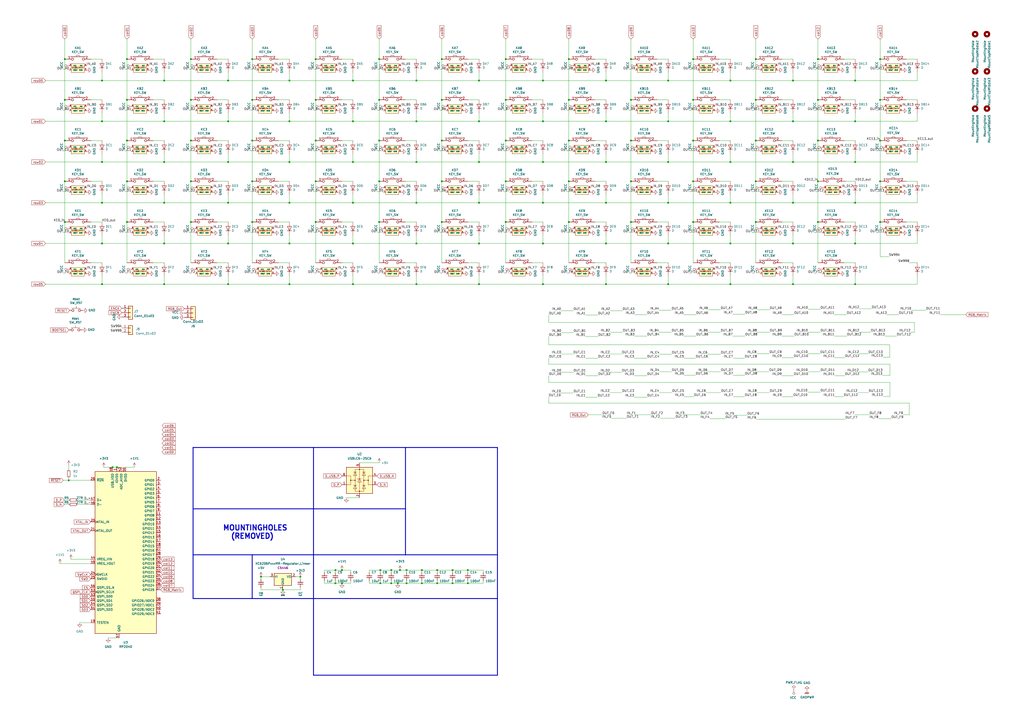
<source format=kicad_sch>
(kicad_sch (version 20230121) (generator eeschema)
  (paper "A2")
  (title_block (title "Wonderland keyboard") (date "2024-01-17") (rev "0.1") (company "Ciaanh"))
  (junction (at 387.604 70.358))
  (junction (at 241.554 46.736))
  (junction (at 59.182 93.98))
  (junction (at 132.334 93.98))
  (junction (at 43.434 533.4))
  (junction (at 314.96 141.224))
  (junction (at 459.994 164.846))
  (junction (at 402.082 34.29))
  (junction (at 204.724 141.224))
  (junction (at 43.434 530.86))
  (junction (at 67.818 271.018))
  (junction (at 256.286 57.912))
  (junction (at 167.894 164.846))
  (junction (at 402.082 81.534))
  (junction (at 183.134 57.912))
  (junction (at 132.334 164.846))
  (junction (at 230.759 338.328))
  (junction (at 387.604 46.736))
  (junction (at 387.604 141.224))
  (junction (at 226.949 338.328))
  (junction (at 95.25 46.736))
  (junction (at 204.724 70.358))
  (junction (at 423.672 46.736))
  (junction (at 244.729 338.328))
  (junction (at 244.729 330.708))
  (junction (at 241.554 117.602))
  (junction (at 241.554 93.98))
  (junction (at 253.619 338.328))
  (junction (at 95.25 93.98))
  (junction (at 241.554 164.846))
  (junction (at 351.536 46.736))
  (junction (at 474.472 128.778))
  (junction (at 219.964 81.534))
  (junction (at 39.878 278.638))
  (junction (at 329.946 128.778))
  (junction (at 183.134 34.29))
  (junction (at 59.182 117.602))
  (junction (at 262.509 330.708))
  (junction (at 510.54 34.29))
  (junction (at 167.894 93.98))
  (junction (at 95.25 164.846))
  (junction (at 253.619 330.708))
  (junction (at 204.724 93.98))
  (junction (at 496.062 46.736))
  (junction (at 510.54 105.156))
  (junction (at 474.472 34.29))
  (junction (at 262.509 338.328))
  (junction (at 132.334 117.602))
  (junction (at 329.946 81.534))
  (junction (at 256.286 34.29))
  (junction (at 438.404 105.156))
  (junction (at 70.612 443.484))
  (junction (at 329.946 57.912))
  (junction (at 183.134 105.156))
  (junction (at 219.964 128.778))
  (junction (at 438.404 81.534))
  (junction (at 73.66 81.534))
  (junction (at 37.592 81.534))
  (junction (at 204.724 117.602))
  (junction (at 146.304 57.912))
  (junction (at 256.286 128.778))
  (junction (at 204.724 164.846))
  (junction (at 219.964 57.912))
  (junction (at 220.599 330.708))
  (junction (at 132.334 70.358))
  (junction (at 249.682 453.644))
  (junction (at 387.604 93.98))
  (junction (at 351.536 70.358))
  (junction (at 146.304 128.778))
  (junction (at 241.554 70.358))
  (junction (at 459.994 117.602))
  (junction (at 474.472 105.156))
  (junction (at 366.014 105.156))
  (junction (at 366.014 57.912))
  (junction (at 277.876 93.98))
  (junction (at 277.876 117.602))
  (junction (at 277.876 164.846))
  (junction (at 226.949 330.708))
  (junction (at 293.37 105.156))
  (junction (at 510.54 81.534))
  (junction (at 73.66 34.29))
  (junction (at 167.894 141.224))
  (junction (at 459.994 70.358))
  (junction (at 37.592 34.29))
  (junction (at 37.592 57.912))
  (junction (at 132.334 141.224))
  (junction (at 510.54 57.912))
  (junction (at 132.334 46.736))
  (junction (at 167.894 117.602))
  (junction (at 194.564 330.708))
  (junction (at 351.536 93.98))
  (junction (at 73.66 57.912))
  (junction (at 241.554 141.224))
  (junction (at 167.894 70.358))
  (junction (at 366.014 128.778))
  (junction (at 29.464 530.86))
  (junction (at 459.994 141.224))
  (junction (at 174.244 334.518) (diameter 0.9144))
  (junction (at 232.029 330.708))
  (junction (at 167.894 46.736))
  (junction (at 277.876 141.224))
  (junction (at 234.442 446.024))
  (junction (at 110.744 34.29))
  (junction (at 329.946 34.29))
  (junction (at 73.66 105.156))
  (junction (at 220.599 338.328))
  (junction (at 59.182 70.358))
  (junction (at 256.286 81.534))
  (junction (at 293.37 34.29))
  (junction (at 438.404 34.29))
  (junction (at 204.724 46.736))
  (junction (at 496.062 117.602))
  (junction (at 496.062 141.224))
  (junction (at 402.082 57.912))
  (junction (at 146.304 34.29))
  (junction (at 314.96 46.736))
  (junction (at 387.604 164.846))
  (junction (at 351.536 164.846))
  (junction (at 438.404 128.778))
  (junction (at 59.182 141.224))
  (junction (at 235.839 330.708))
  (junction (at 423.672 164.846))
  (junction (at 402.082 128.778))
  (junction (at 294.132 475.996))
  (junction (at 459.994 93.98))
  (junction (at 59.182 164.846))
  (junction (at 366.014 81.534))
  (junction (at 256.286 105.156))
  (junction (at 496.062 70.358))
  (junction (at 496.062 164.846))
  (junction (at 351.536 117.602))
  (junction (at 65.278 271.018))
  (junction (at 95.25 117.602))
  (junction (at 235.839 338.328))
  (junction (at 423.672 117.602))
  (junction (at 474.472 57.912))
  (junction (at 314.96 93.98))
  (junction (at 183.134 128.778))
  (junction (at 293.37 128.778))
  (junction (at 277.876 46.736))
  (junction (at 423.672 141.224))
  (junction (at 277.876 70.358))
  (junction (at 293.37 57.912))
  (junction (at 271.399 338.328))
  (junction (at 194.564 338.328))
  (junction (at 110.744 105.156))
  (junction (at 146.304 81.534))
  (junction (at 164.084 342.138) (diameter 0.9144))
  (junction (at 423.672 70.358))
  (junction (at 95.25 141.224))
  (junction (at 271.399 330.708))
  (junction (at 314.96 164.846))
  (junction (at 314.96 70.358))
  (junction (at 198.374 330.708))
  (junction (at 43.434 525.78))
  (junction (at 314.96 117.602))
  (junction (at 438.404 57.912))
  (junction (at 510.54 128.778))
  (junction (at 59.182 46.736))
  (junction (at 146.304 105.156))
  (junction (at 402.082 105.156))
  (junction (at 73.66 128.778))
  (junction (at 219.964 34.29))
  (junction (at 95.25 70.358))
  (junction (at 294.132 458.216))
  (junction (at 351.536 141.224))
  (junction (at 329.946 105.156))
  (junction (at 275.082 440.436))
  (junction (at 219.964 105.156))
  (junction (at 110.744 81.534))
  (junction (at 198.374 338.328))
  (junction (at 459.994 46.736))
  (junction (at 110.744 57.912))
  (junction (at 37.592 105.156))
  (junction (at 496.062 93.98))
  (junction (at 387.604 117.602))
  (junction (at 474.472 81.534))
  (junction (at 183.134 81.534))
  (junction (at 110.744 128.778))
  (junction (at 366.014 34.29))
  (junction (at 293.37 81.534))
  (junction (at 37.592 128.778))
  (junction (at 294.132 463.296))
  (junction (at 151.384 334.518) (diameter 0.9144))
  (junction (at 423.672 93.98))
  (no_connect (at -39.116 307.34))
  (no_connect (at -39.116 335.28))
  (no_connect (at 230.632 476.504))
  (no_connect (at 230.632 473.964))
  (no_connect (at -39.116 312.42))
  (no_connect (at -39.116 309.88))
  (no_connect (at -39.116 332.74))
  (no_connect (at -13.716 355.6))
  (no_connect (at -39.116 330.2))
  (no_connect (at 295.402 467.106))
  (no_connect (at -13.716 332.74))
  (no_connect (at -13.716 330.2))
  (no_connect (at -39.116 320.04))
  (no_connect (at 295.402 469.646))
  (wire (pts (xy 132.334 93.98) (xy 167.894 93.98)))
  (wire (pts (xy 241.554 164.846) (xy 204.724 164.846)))
  (wire (pts (xy 345.186 34.29) (xy 351.536 34.29)))
  (wire (pts (xy 277.876 89.154) (xy 277.876 93.98)))
  (wire (pts (xy 496.062 41.91) (xy 496.062 46.736)))
  (wire (pts (xy 318.389 233.807) (xy 527.431 233.807)))
  (wire (pts (xy 277.876 117.602) (xy 241.554 117.602)))
  (wire (pts (xy 314.96 65.532) (xy 314.96 70.358)))
  (wire (pts (xy 366.014 81.534) (xy 366.014 105.156)))
  (wire (pts (xy 366.014 57.912) (xy 366.014 81.534)))
  (wire (pts (xy 387.604 46.736) (xy 423.672 46.736)))
  (wire (pts (xy 438.404 128.778) (xy 438.404 152.4)))
  (wire (pts (xy 423.672 89.154) (xy 423.672 93.98)))
  (wire (pts (xy 381.254 105.156) (xy 387.604 105.156)))
  (wire (pts (xy 161.544 81.534) (xy 167.894 81.534)))
  (wire (pts (xy 277.876 112.776) (xy 277.876 117.602)))
  (wire (pts (xy 516.255 229.997) (xy 516.255 221.869)))
  (wire (pts (xy 167.894 46.736) (xy 204.724 46.736)))
  (wire (pts (xy 530.479 187.071) (xy 530.479 192.659)))
  (wire (pts (xy 95.25 112.776) (xy 95.25 117.602)))
  (wire (pts (xy 474.472 105.156) (xy 474.472 128.778)))
  (wire (pts (xy 314.96 164.846) (xy 277.876 164.846)))
  (wire (pts (xy 510.54 81.534) (xy 510.667 81.534)))
  (wire (pts (xy 59.182 112.776) (xy 59.182 117.602)))
  (wire (pts (xy 468.503 227.457) (xy 475.869 227.457)))
  (wire (pts (xy 402.082 128.778) (xy 402.082 152.4)))
  (wire (pts (xy 235.839 330.708) (xy 244.729 330.708)))
  (wire (pts (xy 244.729 330.708) (xy 244.729 331.978)))
  (wire (pts (xy 453.517 207.518) (xy 460.375 207.518)))
  (wire (pts (xy 37.338 292.608) (xy 39.878 292.608)))
  (wire (pts (xy 453.644 34.29) (xy 459.994 34.29)))
  (wire (pts (xy 183.134 34.29) (xy 183.134 57.912)))
  (wire (pts (xy 294.132 462.026) (xy 295.402 462.026)))
  (polyline (pts (xy 181.864 259.588) (xy 235.204 259.588)) (stroke (width 0.5) (type solid)))
  (wire (pts (xy 557.657 457.2) (xy 573.532 457.2)))
  (wire (pts (xy 368.173 194.945) (xy 375.285 194.945)))
  (wire (pts (xy 491.617 450.85) (xy 508.762 450.85)))
  (wire (pts (xy 474.472 128.778) (xy 474.472 152.4)))
  (wire (pts (xy 37.084 530.86) (xy 43.434 530.86)))
  (wire (pts (xy 43.434 530.86) (xy 53.594 530.86)))
  (wire (pts (xy 58.674 530.86) (xy 61.214 530.86)))
  (wire (pts (xy 220.599 337.058) (xy 220.599 338.328)))
  (wire (pts (xy 339.725 207.772) (xy 346.837 207.772)))
  (wire (pts (xy 235.204 152.4) (xy 241.554 152.4)))
  (wire (pts (xy 110.744 34.29) (xy 110.744 57.912)))
  (wire (pts (xy 346.837 182.753) (xy 339.725 182.753)))
  (wire (pts (xy 314.96 136.398) (xy 314.96 141.224)))
  (wire (pts (xy 132.334 46.736) (xy 167.894 46.736)))
  (wire (pts (xy 417.957 179.705) (xy 410.845 179.705)))
  (wire (pts (xy 510.54 81.534) (xy 510.54 105.156)))
  (wire (pts (xy 498.475 192.659) (xy 505.079 192.659)))
  (wire (pts (xy 219.964 22.606) (xy 219.964 34.29)))
  (wire (pts (xy 491.617 461.01) (xy 508.762 461.01)))
  (wire (pts (xy 204.724 65.532) (xy 204.724 70.358)))
  (wire (pts (xy 525.78 105.156) (xy 532.13 105.156)))
  (wire (pts (xy 262.509 330.708) (xy 271.399 330.708)))
  (wire (pts (xy 271.399 330.708) (xy 271.399 331.978)))
  (wire (pts (xy 253.619 330.708) (xy 262.509 330.708)))
  (wire (pts (xy 244.729 330.708) (xy 253.619 330.708)))
  (wire (pts (xy 219.964 128.778) (xy 219.964 152.4)))
  (wire (pts (xy 293.37 81.534) (xy 293.37 105.156)))
  (wire (pts (xy 293.37 57.912) (xy 293.37 81.534)))
  (wire (pts (xy 314.96 70.358) (xy 277.876 70.358)))
  (wire (pts (xy 277.876 41.91) (xy 277.876 46.736)))
  (wire (pts (xy 29.464 530.86) (xy 29.464 535.94)))
  (wire (pts (xy 474.472 57.912) (xy 474.472 81.534)))
  (wire (pts (xy 286.512 475.996) (xy 294.132 475.996)))
  (wire (pts (xy 52.832 152.4) (xy 59.182 152.4)))
  (wire (pts (xy 510.54 22.733) (xy 510.54 34.29)))
  (wire (pts (xy 557.657 474.98) (xy 573.532 474.98)))
  (wire (pts (xy 271.526 81.534) (xy 277.876 81.534)))
  (wire (pts (xy 557.657 462.28) (xy 573.532 462.28)))
  (wire (pts (xy 438.912 205.232) (xy 446.278 205.232)))
  (wire (pts (xy 245.872 446.024) (xy 250.952 446.024)))
  (wire (pts (xy 474.472 34.29) (xy 474.472 57.912)))
  (wire (pts (xy 527.431 233.807) (xy 527.431 240.665)))
  (wire (pts (xy 532.13 160.02) (xy 532.13 164.846)))
  (wire (pts (xy 498.221 215.773) (xy 503.555 215.773)))
  (wire (pts (xy 525.907 454.66) (xy 543.052 454.66)))
  (wire (pts (xy 241.554 141.224) (xy 277.876 141.224)))
  (wire (pts (xy 132.334 164.846) (xy 95.25 164.846)))
  (wire (pts (xy 219.964 81.534) (xy 219.964 105.156)))
  (wire (pts (xy 491.617 468.63) (xy 508.762 468.63)))
  (wire (pts (xy 95.25 41.91) (xy 95.25 46.736)))
  (wire (pts (xy 241.554 93.98) (xy 277.876 93.98)))
  (wire (pts (xy 402.082 34.29) (xy 402.082 57.912)))
  (wire (pts (xy 110.744 81.534) (xy 110.744 105.156)))
  (wire (pts (xy 496.062 112.776) (xy 496.062 117.602)))
  (wire (pts (xy 525.78 34.29) (xy 532.13 34.29)))
  (wire (pts (xy 438.785 243.205) (xy 490.347 243.205)))
  (wire (pts (xy 453.517 217.932) (xy 460.375 217.932)))
  (wire (pts (xy 151.384 334.518) (xy 156.464 334.518)))
  (wire (pts (xy 270.002 440.436) (xy 275.082 440.436)))
  (wire (pts (xy 204.724 112.776) (xy 204.724 117.602)))
  (wire (pts (xy 167.894 65.532) (xy 167.894 70.358)))
  (wire (pts (xy 44.958 290.068) (xy 52.578 290.068)))
  (wire (pts (xy 410.718 192.659) (xy 417.957 192.659)))
  (wire (pts (xy 277.876 164.846) (xy 241.554 164.846)))
  (wire (pts (xy 387.604 70.358) (xy 351.536 70.358)))
  (wire (pts (xy 95.25 46.736) (xy 132.334 46.736)))
  (wire (pts (xy 339.725 217.932) (xy 346.964 217.932)))
  (wire (pts (xy 183.134 105.156) (xy 183.134 128.778)))
  (wire (pts (xy 438.404 34.29) (xy 438.404 57.912)))
  (wire (pts (xy 491.617 455.93) (xy 508.762 455.93)))
  (wire (pts (xy 280.162 442.976) (xy 280.162 440.436)))
  (wire (pts (xy 361.061 180.213) (xy 353.949 180.213)))
  (wire (pts (xy 459.994 164.846) (xy 423.672 164.846)))
  (wire (pts (xy 204.724 41.91) (xy 204.724 46.736)))
  (wire (pts (xy 270.002 454.406) (xy 295.402 454.406)))
  (wire (pts (xy 256.286 81.534) (xy 256.286 105.156)))
  (wire (pts (xy 167.894 89.154) (xy 167.894 93.98)))
  (wire (pts (xy 525.907 452.12) (xy 543.052 452.12)))
  (wire (pts (xy 204.724 70.358) (xy 167.894 70.358)))
  (wire (pts (xy 516.128 207.264) (xy 512.191 207.264)))
  (wire (pts (xy 508.762 448.31) (xy 508.762 443.23)))
  (wire (pts (xy 277.876 136.398) (xy 277.876 141.224)))
  (wire (pts (xy 366.014 34.29) (xy 366.014 57.912)))
  (wire (pts (xy 271.526 57.912) (xy 277.876 57.912)))
  (wire (pts (xy 557.657 464.82) (xy 573.532 464.82)))
  (wire (pts (xy 241.554 70.358) (xy 204.724 70.358)))
  (wire (pts (xy 425.958 240.919) (xy 433.451 240.919)))
  (wire (pts (xy 314.96 141.224) (xy 351.536 141.224)))
  (wire (pts (xy 468.757 192.659) (xy 475.869 192.659)))
  (wire (pts (xy 230.632 451.104) (xy 238.252 451.104)))
  (wire (pts (xy 459.994 70.358) (xy 423.672 70.358)))
  (wire (pts (xy 532.13 89.154) (xy 532.13 93.98)))
  (wire (pts (xy 294.132 463.296) (xy 294.132 462.026)))
  (wire (pts (xy 489.712 152.4) (xy 496.062 152.4)))
  (wire (pts (xy 318.389 182.753) (xy 318.389 187.071)))
  (wire (pts (xy 351.536 70.358) (xy 314.96 70.358)))
  (wire (pts (xy 325.628 215.9) (xy 332.613 215.9)))
  (wire (pts (xy 423.672 41.91) (xy 423.672 46.736)))
  (wire (pts (xy 146.304 34.29) (xy 146.304 57.912)))
  (wire (pts (xy 314.96 46.736) (xy 351.536 46.736)))
  (wire (pts (xy 459.994 160.02) (xy 459.994 164.846)))
  (wire (pts (xy 151.384 340.868) (xy 151.384 342.138)))
  (wire (pts (xy 504.952 443.23) (xy 508.762 443.23)))
  (wire (pts (xy 167.894 141.224) (xy 204.724 141.224)))
  (wire (pts (xy 353.822 215.9) (xy 360.68 215.9)))
  (wire (pts (xy 294.132 464.566) (xy 295.402 464.566)))
  (wire (pts (xy 294.132 456.946) (xy 295.402 456.946)))
  (wire (pts (xy 539.242 444.5) (xy 543.052 444.5)))
  (wire (pts (xy 198.374 81.534) (xy 204.724 81.534)))
  (polyline (pts (xy 288.544 391.668) (xy 288.544 347.218)) (stroke (width 0.5) (type solid)))
  (wire (pts (xy 417.322 128.778) (xy 423.672 128.778)))
  (wire (pts (xy 438.404 22.606) (xy 438.404 34.29)))
  (wire (pts (xy 351.536 41.91) (xy 351.536 46.736)))
  (wire (pts (xy 510.54 105.156) (xy 510.54 128.778)))
  (wire (pts (xy 351.536 89.154) (xy 351.536 93.98)))
  (wire (pts (xy 489.712 128.778) (xy 496.062 128.778)))
  (wire (pts (xy 387.604 136.398) (xy 387.604 141.224)))
  (wire (pts (xy 167.894 70.358) (xy 132.334 70.358)))
  (wire (pts (xy 241.554 117.602) (xy 204.724 117.602)))
  (wire (pts (xy 530.479 192.659) (xy 528.193 192.659)))
  (wire (pts (xy 525.907 469.9) (xy 543.052 469.9)))
  (wire (pts (xy 256.286 105.156) (xy 256.286 128.778)))
  (wire (pts (xy 459.994 70.358) (xy 496.062 70.358)))
  (wire (pts (xy 423.672 112.776) (xy 423.672 117.602)))
  (wire (pts (xy 439.166 192.659) (xy 446.405 192.659)))
  (wire (pts (xy 40.894 528.32) (xy 40.894 533.4)))
  (wire (pts (xy 40.894 533.4) (xy 43.434 533.4)))
  (wire (pts (xy 37.592 81.534) (xy 37.592 105.156)))
  (wire (pts (xy 325.628 192.913) (xy 332.613 192.913)))
  (wire (pts (xy 496.062 117.602) (xy 532.13 117.602)))
  (wire (pts (xy 484.251 230.124) (xy 489.331 230.124)))
  (wire (pts (xy 318.389 187.071) (xy 530.479 187.071)))
  (wire (pts (xy 37.592 105.156) (xy 37.592 128.778)))
  (wire (pts (xy 161.544 57.912) (xy 167.894 57.912)))
  (wire (pts (xy 396.621 194.945) (xy 403.733 194.945)))
  (wire (pts (xy 491.109 182.499) (xy 483.997 182.499)))
  (wire (pts (xy 527.558 152.4) (xy 532.13 152.4)))
  (wire (pts (xy 410.464 215.646) (xy 418.084 215.646)))
  (wire (pts (xy 438.404 105.156) (xy 438.404 128.778)))
  (wire (pts (xy 95.25 117.602) (xy 59.182 117.602)))
  (wire (pts (xy 95.25 70.358) (xy 59.182 70.358)))
  (wire (pts (xy 125.984 105.156) (xy 132.334 105.156)))
  (wire (pts (xy 475.234 458.978) (xy 463.804 458.978)))
  (wire (pts (xy 525.78 57.912) (xy 532.13 57.912)))
  (wire (pts (xy 72.898 271.018) (xy 77.978 271.018)))
  (wire (pts (xy 95.25 93.98) (xy 132.334 93.98)))
  (wire (pts (xy 459.994 164.846) (xy 496.062 164.846)))
  (wire (pts (xy 146.304 128.778) (xy 146.304 152.4)))
  (wire (pts (xy 59.182 89.154) (xy 59.182 93.98)))
  (wire (pts (xy 194.564 337.058) (xy 194.564 338.328)))
  (wire (pts (xy 52.832 128.778) (xy 59.182 128.778)))
  (wire (pts (xy 314.96 89.154) (xy 314.96 93.98)))
  (wire (pts (xy 37.338 290.068) (xy 39.878 290.068)))
  (wire (pts (xy 389.509 179.959) (xy 382.397 179.959)))
  (wire (pts (xy 256.286 128.778) (xy 256.286 152.4)))
  (wire (pts (xy 417.322 81.534) (xy 423.672 81.534)))
  (wire (pts (xy 271.526 34.29) (xy 277.876 34.29)))
  (wire (pts (xy 411.607 242.951) (xy 420.751 242.951)))
  (wire (pts (xy 463.804 456.438) (xy 475.234 456.438)))
  (wire (pts (xy 59.182 65.532) (xy 59.182 70.358)))
  (wire (pts (xy 270.002 450.596) (xy 270.002 454.406)))
  (wire (pts (xy 146.304 57.912) (xy 146.304 81.534)))
  (wire (pts (xy 132.334 136.398) (xy 132.334 141.224)))
  (polyline (pts (xy 288.544 347.218) (xy 288.544 321.818)) (stroke (width 0.5) (type solid)))
  (wire (pts (xy 132.334 70.358) (xy 95.25 70.358)))
  (wire (pts (xy 496.062 89.154) (xy 496.062 93.98)))
  (wire (pts (xy 484.251 207.518) (xy 490.093 207.518)))
  (wire (pts (xy 367.919 217.932) (xy 375.285 217.932)))
  (wire (pts (xy 382.397 227.711) (xy 389.763 227.711)))
  (wire (pts (xy 65.278 271.018) (xy 67.818 271.018)))
  (wire (pts (xy 60.198 271.018) (xy 65.278 271.018)))
  (wire (pts (xy 67.818 271.018) (xy 70.358 271.018)))
  (wire (pts (xy 214.249 330.708) (xy 220.599 330.708)))
  (wire (pts (xy 489.712 81.534) (xy 496.062 81.534)))
  (wire (pts (xy 45.974 533.4) (xy 43.434 533.4)))
  (wire (pts (xy 45.974 528.32) (xy 45.974 533.4)))
  (wire (pts (xy 525.907 474.98) (xy 543.052 474.98)))
  (wire (pts (xy 491.617 471.17) (xy 508.762 471.17)))
  (wire (pts (xy 110.744 22.606) (xy 110.744 34.29)))
  (wire (pts (xy 198.374 152.4) (xy 204.724 152.4)))
  (wire (pts (xy 520.065 194.945) (xy 513.334 194.945)))
  (polyline (pts (xy 181.864 295.148) (xy 235.204 295.148)) (stroke (width 0.5) (type solid)))
  (wire (pts (xy 325.628 205.359) (xy 332.486 205.359)))
  (wire (pts (xy 59.182 46.736) (xy 26.416 46.736)))
  (wire (pts (xy 219.964 105.156) (xy 219.964 128.778)))
  (wire (pts (xy 438.912 215.646) (xy 446.151 215.646)))
  (wire (pts (xy 496.062 136.398) (xy 496.062 141.224)))
  (wire (pts (xy 397.129 240.665) (xy 406.273 240.665)))
  (wire (pts (xy 277.876 141.224) (xy 314.96 141.224)))
  (wire (pts (xy 396.875 207.772) (xy 403.479 207.772)))
  (wire (pts (xy 387.604 141.224) (xy 423.672 141.224)))
  (wire (pts (xy 402.082 57.912) (xy 402.082 81.534)))
  (wire (pts (xy 314.96 41.91) (xy 314.96 46.736)))
  (wire (pts (xy 396.875 230.124) (xy 402.463 230.124)))
  (wire (pts (xy 29.464 530.86) (xy 32.004 530.86)))
  (wire (pts (xy 32.004 525.78) (xy 29.464 525.78)))
  (wire (pts (xy 29.464 525.78) (xy 29.464 530.86)))
  (wire (pts (xy 243.332 451.104) (xy 249.682 451.104)))
  (wire (pts (xy 249.682 451.104) (xy 249.682 453.644)))
  (wire (pts (xy 37.592 22.606) (xy 37.592 34.29)))
  (wire (pts (xy 271.526 128.778) (xy 277.876 128.778)))
  (wire (pts (xy 204.724 117.602) (xy 167.894 117.602)))
  (wire (pts (xy 439.039 227.711) (xy 446.405 227.711)))
  (wire (pts (xy 110.744 128.778) (xy 110.744 152.4)))
  (wire (pts (xy 204.724 160.02) (xy 204.724 164.846)))
  (wire (pts (xy 220.599 330.708) (xy 220.599 331.978)))
  (wire (pts (xy 491.617 453.39) (xy 508.762 453.39)))
  (wire (pts (xy 62.738 370.078) (xy 69.088 370.078)))
  (wire (pts (xy 489.712 57.912) (xy 496.062 57.912)))
  (wire (pts (xy 277.876 70.358) (xy 241.554 70.358)))
  (wire (pts (xy 483.997 194.945) (xy 491.236 194.945)))
  (wire (pts (xy 510.54 34.29) (xy 510.54 57.912)))
  (wire (pts (xy 318.389 195.199) (xy 318.389 200.025)))
  (wire (pts (xy 525.907 462.28) (xy 543.052 462.28)))
  (wire (pts (xy 387.604 41.91) (xy 387.604 46.736)))
  (wire (pts (xy 52.832 34.29) (xy 59.182 34.29)))
  (wire (pts (xy 41.148 324.358) (xy 52.578 324.358)))
  (wire (pts (xy 367.919 207.772) (xy 375.285 207.772)))
  (wire (pts (xy 132.334 117.602) (xy 95.25 117.602)))
  (wire (pts (xy 345.186 152.4) (xy 351.536 152.4)))
  (wire (pts (xy 329.946 22.606) (xy 329.946 34.29)))
  (wire (pts (xy 453.517 194.945) (xy 460.756 194.945)))
  (wire (pts (xy 164.084 342.138) (xy 151.384 342.138)))
  (wire (pts (xy 332.613 180.213) (xy 325.501 180.213)))
  (wire (pts (xy 235.204 81.534) (xy 241.554 81.534)))
  (wire (pts (xy 59.182 70.358) (xy 26.416 70.358)))
  (wire (pts (xy 46.228 361.188) (xy 52.578 361.188)))
  (wire (pts (xy 438.404 57.912) (xy 438.404 81.534)))
  (wire (pts (xy 314.96 112.776) (xy 314.96 117.602)))
  (wire (pts (xy 241.554 65.532) (xy 241.554 70.358)))
  (wire (pts (xy 308.61 81.534) (xy 314.96 81.534)))
  (wire (pts (xy 146.304 105.156) (xy 146.304 128.778)))
  (wire (pts (xy 73.66 81.534) (xy 73.66 105.156)))
  (wire (pts (xy 235.839 338.328) (xy 244.729 338.328)))
  (wire (pts (xy 244.729 338.328) (xy 244.729 337.058)))
  (wire (pts (xy 353.822 205.359) (xy 360.68 205.359)))
  (wire (pts (xy 66.802 443.484) (xy 70.612 443.484)))
  (wire (pts (xy 432.181 182.245) (xy 425.069 182.245)))
  (wire (pts (xy 110.744 105.156) (xy 110.744 128.778)))
  (wire (pts (xy 318.389 211.201) (xy 318.389 207.772)))
  (wire (pts (xy 514.477 182.499) (xy 521.335 182.499)))
  (wire (pts (xy 366.014 128.778) (xy 366.014 152.4)))
  (wire (pts (xy 484.251 217.932) (xy 490.093 217.932)))
  (wire (pts (xy 204.724 164.846) (xy 167.894 164.846)))
  (wire (pts (xy 256.286 34.29) (xy 256.286 57.912)))
  (wire (pts (xy 280.162 440.436) (xy 275.082 440.436)))
  (wire (pts (xy 495.681 240.665) (xy 504.317 240.665)))
  (wire (pts (xy 446.405 179.705) (xy 439.293 179.705)))
  (wire (pts (xy 557.657 459.74) (xy 573.532 459.74)))
  (wire (pts (xy 78.232 443.484) (xy 83.312 443.484)))
  (wire (pts (xy 525.907 467.36) (xy 543.052 467.36)))
  (wire (pts (xy 235.204 34.29) (xy 241.554 34.29)))
  (wire (pts (xy 560.197 182.499) (xy 545.465 182.499)))
  (wire (pts (xy 543.052 449.58) (xy 543.052 444.5)))
  (wire (pts (xy 293.37 34.29) (xy 293.37 57.912)))
  (polyline (pts (xy 181.864 391.668) (xy 181.864 347.218)) (stroke (width 0.5) (type solid)))
  (wire (pts (xy 271.526 105.156) (xy 277.876 105.156)))
  (wire (pts (xy 459.994 141.224) (xy 496.062 141.224)))
  (wire (pts (xy 318.389 217.932) (xy 318.389 221.869)))
  (wire (pts (xy 253.619 330.708) (xy 253.619 331.978)))
  (wire (pts (xy 423.672 141.224) (xy 459.994 141.224)))
  (wire (pts (xy 512.445 229.997) (xy 516.255 229.997)))
  (wire (pts (xy 453.644 152.4) (xy 459.994 152.4)))
  (wire (pts (xy 293.37 128.778) (xy 293.37 152.4)))
  (wire (pts (xy 277.876 93.98) (xy 314.96 93.98)))
  (wire (pts (xy 29.337 452.374) (xy 30.607 452.374)))
  (wire (pts (xy 295.402 477.266) (xy 294.132 477.266)))
  (wire (pts (xy 409.575 227.711) (xy 418.211 227.711)))
  (wire (pts (xy 382.524 205.486) (xy 389.636 205.486)))
  (wire (pts (xy 59.182 141.224) (xy 95.25 141.224)))
  (wire (pts (xy 95.25 65.532) (xy 95.25 70.358)))
  (wire (pts (xy 354.711 242.697) (xy 363.474 242.697)))
  (wire (pts (xy 403.733 182.499) (xy 396.621 182.499)))
  (wire (pts (xy 253.619 337.058) (xy 253.619 338.328)))
  (wire (pts (xy 341.249 240.665) (xy 349.377 240.665)))
  (wire (pts (xy 351.536 46.736) (xy 387.604 46.736)))
  (polyline (pts (xy 181.864 391.668) (xy 288.544 391.668)) (stroke (width 0.5) (type solid)))
  (wire (pts (xy 339.725 230.378) (xy 346.583 230.378)))
  (wire (pts (xy 496.062 70.358) (xy 532.13 70.358)))
  (wire (pts (xy 59.182 93.98) (xy 95.25 93.98)))
  (wire (pts (xy 489.712 34.29) (xy 496.062 34.29)))
  (polyline (pts (xy 146.304 347.218) (xy 146.304 321.818)) (stroke (width 0.5) (type solid)))
  (wire (pts (xy 226.949 337.058) (xy 226.949 338.328)))
  (wire (pts (xy 387.604 93.98) (xy 423.672 93.98)))
  (wire (pts (xy 308.61 34.29) (xy 314.96 34.29)))
  (wire (pts (xy 59.182 164.846) (xy 26.416 164.846)))
  (wire (pts (xy 532.13 112.776) (xy 532.13 117.602)))
  (wire (pts (xy 294.132 474.726) (xy 295.402 474.726)))
  (polyline (pts (xy 181.864 347.218) (xy 181.864 321.818)) (stroke (width 0.5) (type solid)))
  (wire (pts (xy 125.984 81.534) (xy 132.334 81.534)))
  (wire (pts (xy 314.96 93.98) (xy 351.536 93.98)))
  (wire (pts (xy 161.544 128.778) (xy 167.894 128.778)))
  (wire (pts (xy 110.744 57.912) (xy 110.744 81.534)))
  (wire (pts (xy 125.984 34.29) (xy 132.334 34.29)))
  (wire (pts (xy 509.651 242.951) (xy 517.017 242.951)))
  (wire (pts (xy 475.869 179.451) (xy 468.757 179.451)))
  (wire (pts (xy 293.37 105.156) (xy 293.37 128.778)))
  (wire (pts (xy 396.875 217.678) (xy 403.479 217.678)))
  (wire (pts (xy 308.61 128.778) (xy 314.96 128.778)))
  (wire (pts (xy 198.374 338.328) (xy 203.454 338.328)))
  (wire (pts (xy 203.454 338.328) (xy 203.454 337.058)))
  (wire (pts (xy 271.399 330.708) (xy 280.289 330.708)))
  (wire (pts (xy 280.289 330.708) (xy 280.289 331.978)))
  (wire (pts (xy 382.27 192.659) (xy 389.509 192.659)))
  (wire (pts (xy 381.254 34.29) (xy 387.604 34.29)))
  (wire (pts (xy 294.132 477.266) (xy 294.132 475.996)))
  (wire (pts (xy 557.657 454.66) (xy 573.532 454.66)))
  (wire (pts (xy 308.61 105.156) (xy 314.96 105.156)))
  (wire (pts (xy 345.186 105.156) (xy 351.536 105.156)))
  (wire (pts (xy 410.464 205.486) (xy 418.084 205.486)))
  (wire (pts (xy 314.96 117.602) (xy 277.876 117.602)))
  (wire (pts (xy 37.592 34.29) (xy 37.592 57.912)))
  (polyline (pts (xy 112.014 321.818) (xy 112.014 259.588)) (stroke (width 0.5) (type solid)))
  (wire (pts (xy 280.162 451.866) (xy 295.402 451.866)))
  (wire (pts (xy 387.604 117.602) (xy 351.536 117.602)))
  (wire (pts (xy 353.949 192.659) (xy 361.188 192.659)))
  (wire (pts (xy 491.617 458.47) (xy 508.762 458.47)))
  (wire (pts (xy 453.517 230.124) (xy 460.121 230.124)))
  (wire (pts (xy 423.672 136.398) (xy 423.672 141.224)))
  (wire (pts (xy 569.722 444.5) (xy 573.532 444.5)))
  (wire (pts (xy 490.601 105.156) (xy 496.062 105.156)))
  (wire (pts (xy 37.592 128.778) (xy 37.592 152.4)))
  (wire (pts (xy 73.66 34.29) (xy 73.66 57.912)))
  (wire (pts (xy 241.554 41.91) (xy 241.554 46.736)))
  (wire (pts (xy 287.782 458.216) (xy 294.132 458.216)))
  (wire (pts (xy 459.994 112.776) (xy 459.994 117.602)))
  (wire (pts (xy 528.701 179.959) (xy 537.083 179.959)))
  (wire (pts (xy 132.334 112.776) (xy 132.334 117.602)))
  (polyline (pts (xy 112.014 347.218) (xy 181.864 347.218)) (stroke (width 0.5) (type solid)))
  (wire (pts (xy 532.13 65.532) (xy 532.13 70.358)))
  (wire (pts (xy 73.66 128.778) (xy 73.66 152.4)))
  (wire (pts (xy 318.262 233.426) (xy 318.262 230.251)))
  (wire (pts (xy 183.134 81.534) (xy 183.134 105.156)))
  (wire (pts (xy 174.244 334.518) (xy 174.244 335.788)))
  (wire (pts (xy 280.162 450.596) (xy 280.162 451.866)))
  (wire (pts (xy 241.554 112.776) (xy 241.554 117.602)))
  (wire (pts (xy 226.949 330.708) (xy 220.599 330.708)))
  (wire (pts (xy 132.334 41.91) (xy 132.334 46.736)))
  (wire (pts (xy 496.062 46.736) (xy 532.13 46.736)))
  (wire (pts (xy 226.949 330.708) (xy 226.949 331.978)))
  (wire (pts (xy 220.599 338.328) (xy 226.949 338.328)))
  (wire (pts (xy 381.254 128.778) (xy 387.604 128.778)))
  (wire (pts (xy 459.994 65.532) (xy 459.994 70.358)))
  (wire (pts (xy 59.182 117.602) (xy 26.416 117.602)))
  (wire (pts (xy 318.389 233.426) (xy 318.389 233.807)))
  (polyline (pts (xy 112.014 347.218) (xy 112.014 321.818)) (stroke (width 0.5) (type solid)))
  (wire (pts (xy 235.839 338.328) (xy 235.839 337.058)))
  (wire (pts (xy 387.604 160.02) (xy 387.604 164.846)))
  (wire (pts (xy 88.9 81.534) (xy 95.25 81.534)))
  (wire (pts (xy 557.657 472.44) (xy 573.532 472.44)))
  (wire (pts (xy 423.672 70.358) (xy 387.604 70.358)))
  (wire (pts (xy 417.322 34.29) (xy 423.672 34.29)))
  (wire (pts (xy 146.304 22.606) (xy 146.304 34.29)))
  (wire (pts (xy 468.63 215.646) (xy 475.869 215.646)))
  (wire (pts (xy 325.501 227.965) (xy 332.613 227.965)))
  (wire (pts (xy 262.509 330.708) (xy 262.509 331.978)))
  (wire (pts (xy 381.254 81.534) (xy 387.604 81.534)))
  (wire (pts (xy 37.592 57.912) (xy 37.592 81.534)))
  (wire (pts (xy 387.604 89.154) (xy 387.604 93.98)))
  (wire (pts (xy 496.062 160.02) (xy 496.062 164.846)))
  (wire (pts (xy 423.672 65.532) (xy 423.672 70.358)))
  (wire (pts (xy 198.374 105.156) (xy 204.724 105.156)))
  (wire (pts (xy 491.617 466.09) (xy 508.762 466.09)))
  (wire (pts (xy 468.63 205.232) (xy 475.742 205.232)))
  (wire (pts (xy 183.134 128.778) (xy 183.134 152.4)))
  (wire (pts (xy 59.182 160.02) (xy 59.182 164.846)))
  (wire (pts (xy 235.839 330.708) (xy 235.839 331.978)))
  (wire (pts (xy 459.994 41.91) (xy 459.994 46.736)))
  (wire (pts (xy 88.9 152.4) (xy 95.25 152.4)))
  (wire (pts (xy 241.554 89.154) (xy 241.554 93.98)))
  (wire (pts (xy 294.132 459.486) (xy 295.402 459.486)))
  (polyline (pts (xy 112.014 295.148) (xy 181.864 295.148)) (stroke (width 0.5) (type solid)))
  (wire (pts (xy 532.13 136.398) (xy 532.13 141.224)))
  (wire (pts (xy 167.894 136.398) (xy 167.894 141.224)))
  (wire (pts (xy 453.644 57.912) (xy 459.994 57.912)))
  (wire (pts (xy 270.002 442.976) (xy 270.002 440.436)))
  (wire (pts (xy 460.629 182.499) (xy 453.517 182.499)))
  (wire (pts (xy 167.894 164.846) (xy 132.334 164.846)))
  (wire (pts (xy 70.612 443.484) (xy 70.612 444.754)))
  (wire (pts (xy 262.509 338.328) (xy 271.399 338.328)))
  (wire (pts (xy 253.619 338.328) (xy 262.509 338.328)))
  (wire (pts (xy 271.399 338.328) (xy 271.399 337.058)))
  (wire (pts (xy 244.729 338.328) (xy 253.619 338.328)))
  (wire (pts (xy 417.322 57.912) (xy 423.672 57.912)))
  (wire (pts (xy 351.536 136.398) (xy 351.536 141.224)))
  (wire (pts (xy 73.66 22.606) (xy 73.66 34.29)))
  (wire (pts (xy 423.672 93.98) (xy 459.994 93.98)))
  (wire (pts (xy 557.657 469.9) (xy 573.532 469.9)))
  (wire (pts (xy 438.404 81.534) (xy 438.404 105.156)))
  (wire (pts (xy 230.632 458.724) (xy 230.632 461.264)))
  (wire (pts (xy 329.946 34.29) (xy 329.946 57.912)))
  (wire (pts (xy 39.878 277.368) (xy 39.878 278.638)))
  (wire (pts (xy 318.389 221.869) (xy 516.255 221.869)))
  (wire (pts (xy 423.672 117.602) (xy 387.604 117.602)))
  (wire (pts (xy 498.475 179.197) (xy 505.587 179.197)))
  (wire (pts (xy 198.374 330.708) (xy 203.454 330.708)))
  (wire (pts (xy 203.454 330.708) (xy 203.454 331.978)))
  (wire (pts (xy 453.644 81.534) (xy 459.994 81.534)))
  (wire (pts (xy 339.598 195.199) (xy 346.964 195.199)))
  (wire (pts (xy 402.082 22.606) (xy 402.082 34.29)))
  (wire (pts (xy 308.61 152.4) (xy 314.96 152.4)))
  (wire (pts (xy 167.894 41.91) (xy 167.894 46.736)))
  (wire (pts (xy 262.509 337.058) (xy 262.509 338.328)))
  (wire (pts (xy 277.876 46.736) (xy 314.96 46.736)))
  (wire (pts (xy 423.672 46.736) (xy 459.994 46.736)))
  (polyline (pts (xy 181.864 321.818) (xy 235.204 321.818)) (stroke (width 0.5) (type solid)))
  (wire (pts (xy 387.604 112.776) (xy 387.604 117.602)))
  (wire (pts (xy 423.672 164.846) (xy 387.604 164.846)))
  (wire (pts (xy 188.214 338.328) (xy 194.564 338.328)))
  (wire (pts (xy 188.214 337.058) (xy 188.214 338.328)))
  (wire (pts (xy 368.935 240.665) (xy 377.571 240.665)))
  (wire (pts (xy 194.564 330.708) (xy 194.564 331.978)))
  (wire (pts (xy 294.132 463.296) (xy 294.132 464.566)))
  (wire (pts (xy 351.536 117.602) (xy 314.96 117.602)))
  (wire (pts (xy 287.782 463.296) (xy 294.132 463.296)))
  (wire (pts (xy 52.578 326.898) (xy 34.798 326.898)))
  (wire (pts (xy 214.249 337.058) (xy 214.249 338.328)))
  (wire (pts (xy 214.249 338.328) (xy 220.599 338.328)))
  (wire (pts (xy 516.255 217.805) (xy 511.937 217.805)))
  (wire (pts (xy 425.323 230.124) (xy 431.927 230.124)))
  (wire (pts (xy 417.322 152.4) (xy 423.672 152.4)))
  (wire (pts (xy 132.334 160.02) (xy 132.334 164.846)))
  (wire (pts (xy 496.062 164.846) (xy 532.13 164.846)))
  (wire (pts (xy 510.54 128.778) (xy 510.54 148.844)))
  (wire (pts (xy 345.186 57.912) (xy 351.536 57.912)))
  (wire (pts (xy 453.644 128.778) (xy 459.994 128.778)))
  (wire (pts (xy 174.244 340.868) (xy 174.244 342.138)))
  (wire (pts (xy 527.431 240.665) (xy 523.875 240.665)))
  (wire (pts (xy 125.984 57.912) (xy 132.334 57.912)))
  (wire (pts (xy 164.084 342.138) (xy 174.244 342.138)))
  (wire (pts (xy 52.832 81.534) (xy 59.182 81.534)))
  (wire (pts (xy 308.61 57.912) (xy 314.96 57.912)))
  (wire (pts (xy 557.657 467.36) (xy 573.532 467.36)))
  (wire (pts (xy 88.9 34.29) (xy 95.25 34.29)))
  (wire (pts (xy 294.132 458.216) (xy 294.132 456.946)))
  (wire (pts (xy 200.914 288.798) (xy 208.534 288.798)))
  (wire (pts (xy 219.964 57.912) (xy 219.964 81.534)))
  (wire (pts (xy 59.182 46.736) (xy 95.25 46.736)))
  (wire (pts (xy 230.632 463.804) (xy 230.632 466.344)))
  (wire (pts (xy 219.964 34.29) (xy 219.964 57.912)))
  (wire (pts (xy 382.905 242.697) (xy 391.795 242.697)))
  (wire (pts (xy 345.186 81.534) (xy 351.536 81.534)))
  (wire (pts (xy 125.984 152.4) (xy 132.334 152.4)))
  (wire (pts (xy 402.082 81.534) (xy 402.082 105.156)))
  (wire (pts (xy 226.949 338.328) (xy 230.759 338.328)))
  (polyline (pts (xy 112.014 321.818) (xy 181.864 321.818)) (stroke (width 0.5) (type solid)))
  (wire (pts (xy 351.536 164.846) (xy 314.96 164.846)))
  (wire (pts (xy 95.25 164.846) (xy 59.182 164.846)))
  (wire (pts (xy 387.604 164.846) (xy 351.536 164.846)))
  (wire (pts (xy 459.994 89.154) (xy 459.994 93.98)))
  (wire (pts (xy 280.289 338.328) (xy 280.289 337.058)))
  (wire (pts (xy 271.399 338.328) (xy 280.289 338.328)))
  (wire (pts (xy 161.544 152.4) (xy 167.894 152.4)))
  (wire (pts (xy 381.254 152.4) (xy 387.604 152.4)))
  (wire (pts (xy 525.907 457.2) (xy 543.052 457.2)))
  (wire (pts (xy 146.304 81.534) (xy 146.304 105.156)))
  (wire (pts (xy 525.907 81.534) (xy 532.13 81.534)))
  (wire (pts (xy 387.604 65.532) (xy 387.604 70.358)))
  (wire (pts (xy 230.632 446.024) (xy 234.442 446.024)))
  (wire (pts (xy 234.442 446.024) (xy 240.792 446.024)))
  (wire (pts (xy 516.128 200.025) (xy 516.128 207.264)))
  (wire (pts (xy 425.069 194.945) (xy 432.181 194.945)))
  (polyline (pts (xy 235.204 259.588) (xy 235.204 321.818)) (stroke (width 0.5) (type solid)))
  (polyline (pts (xy 235.204 321.818) (xy 288.544 321.818)) (stroke (width 0.5) (type solid)))
  (polyline (pts (xy 235.204 259.588) (xy 288.544 259.588)) (stroke (width 0.5) (type solid)))
  (polyline (pts (xy 288.544 321.818) (xy 288.544 259.588)) (stroke (width 0.5) (type solid)))
  (wire (pts (xy 294.132 458.216) (xy 294.132 459.486)))
  (wire (pts (xy 36.703 278.638) (xy 39.878 278.638)))
  (wire (pts (xy 39.878 278.638) (xy 52.578 278.638)))
  (wire (pts (xy 423.672 160.02) (xy 423.672 164.846)))
  (wire (pts (xy 241.554 136.398) (xy 241.554 141.224)))
  (wire (pts (xy 425.323 207.772) (xy 431.927 207.772)))
  (wire (pts (xy 510.54 148.844) (xy 515.62 148.844)))
  (wire (pts (xy 474.472 105.156) (xy 475.361 105.156)))
  (wire (pts (xy 40.767 452.374) (xy 50.292 452.374)))
  (wire (pts (xy 55.372 452.374) (xy 57.912 452.374)))
  (wire (pts (xy 329.946 128.778) (xy 329.946 152.4)))
  (wire (pts (xy 167.894 112.776) (xy 167.894 117.602)))
  (wire (pts (xy 204.724 46.736) (xy 241.554 46.736)))
  (wire (pts (xy 230.632 453.644) (xy 238.252 453.644)))
  (wire (pts (xy 167.894 93.98) (xy 204.724 93.98)))
  (polyline (pts (xy 181.864 321.818) (xy 181.864 259.588)) (stroke (width 0.5) (type solid)))
  (wire (pts (xy 381.254 57.912) (xy 387.604 57.912)))
  (wire (pts (xy 73.66 57.912) (xy 73.66 81.534)))
  (polyline (pts (xy 181.864 347.218) (xy 288.544 347.218)) (stroke (width 0.5) (type solid)))
  (wire (pts (xy 425.323 217.678) (xy 432.054 217.678)))
  (wire (pts (xy 314.96 160.02) (xy 314.96 164.846)))
  (wire (pts (xy 453.644 105.156) (xy 459.994 105.156)))
  (wire (pts (xy 70.612 443.484) (xy 73.152 443.484)))
  (wire (pts (xy 474.472 81.534) (xy 474.472 105.156)))
  (wire (pts (xy 491.617 463.55) (xy 508.762 463.55)))
  (wire (pts (xy 167.894 160.02) (xy 167.894 164.846)))
  (wire (pts (xy 88.9 128.778) (xy 95.25 128.778)))
  (polyline (pts (xy 112.014 259.588) (xy 181.864 259.588)) (stroke (width 0.5) (type solid)))
  (wire (pts (xy 243.332 453.644) (xy 249.682 453.644)))
  (wire (pts (xy 318.389 233.426) (xy 318.262 233.426)))
  (wire (pts (xy 73.66 105.156) (xy 73.66 128.778)))
  (wire (pts (xy 293.37 22.606) (xy 293.37 34.29)))
  (wire (pts (xy 88.9 105.156) (xy 95.25 105.156)))
  (wire (pts (xy 474.472 22.606) (xy 474.472 34.29)))
  (wire (pts (xy 256.286 57.912) (xy 256.286 81.534)))
  (wire (pts (xy 198.374 57.912) (xy 204.724 57.912)))
  (wire (pts (xy 59.182 141.224) (xy 26.416 141.224)))
  (wire (pts (xy 95.25 141.224) (xy 132.334 141.224)))
  (wire (pts (xy 151.384 334.518) (xy 151.384 335.788)))
  (wire (pts (xy 95.25 89.154) (xy 95.25 93.98)))
  (wire (pts (xy 329.946 57.912) (xy 329.946 81.534)))
  (wire (pts (xy 353.695 227.711) (xy 360.807 227.711)))
  (wire (pts (xy 318.389 211.201) (xy 516.255 211.201)))
  (wire (pts (xy 351.536 112.776) (xy 351.536 117.602)))
  (wire (pts (xy 171.704 334.518) (xy 174.244 334.518)))
  (wire (pts (xy 459.994 117.602) (xy 423.672 117.602)))
  (wire (pts (xy 275.082 440.436) (xy 275.082 437.896)))
  (wire (pts (xy 277.876 160.02) (xy 277.876 164.846)))
  (wire (pts (xy 183.134 22.606) (xy 183.134 34.29)))
  (wire (pts (xy 367.919 230.378) (xy 375.285 230.378)))
  (wire (pts (xy 59.182 136.398) (xy 59.182 141.224)))
  (wire (pts (xy 366.014 22.606) (xy 366.014 34.29)))
  (wire (pts (xy 125.984 128.778) (xy 132.334 128.778)))
  (wire (pts (xy 459.994 46.736) (xy 496.062 46.736)))
  (wire (pts (xy 95.25 160.02) (xy 95.25 164.846)))
  (wire (pts (xy 573.532 449.58) (xy 573.532 444.5)))
  (wire (pts (xy 37.084 525.78) (xy 43.434 525.78)))
  (wire (pts (xy 525.907 459.74) (xy 543.052 459.74)))
  (wire (pts (xy 496.062 93.98) (xy 532.13 93.98)))
  (wire (pts (xy 241.554 46.736) (xy 277.876 46.736)))
  (wire (pts (xy 204.724 93.98) (xy 241.554 93.98)))
  (wire (pts (xy 498.348 205.232) (xy 503.682 205.232)))
  (wire (pts (xy 194.564 338.328) (xy 198.374 338.328)))
  (wire (pts (xy 417.322 105.156) (xy 423.672 105.156)))
  (wire (pts (xy 532.13 41.91) (xy 532.13 46.736)))
  (wire (pts (xy 95.25 136.398) (xy 95.25 141.224)))
  (wire (pts (xy 459.994 117.602) (xy 496.062 117.602)))
  (wire (pts (xy 351.536 160.02) (xy 351.536 164.846)))
  (wire (pts (xy 402.082 105.156) (xy 402.082 128.778)))
  (wire (pts (xy 132.334 65.532) (xy 132.334 70.358)))
  (wire (pts (xy 235.204 105.156) (xy 241.554 105.156)))
  (wire (pts (xy 52.832 57.912) (xy 59.182 57.912)))
  (wire (pts (xy 59.182 93.98) (xy 26.416 93.98)))
  (wire (pts (xy 132.334 141.224) (xy 167.894 141.224)))
  (wire (pts (xy 516.255 211.201) (xy 516.255 217.805)))
  (wire (pts (xy 167.894 117.602) (xy 132.334 117.602)))
  (wire (pts (xy 194.564 330.708) (xy 188.214 330.708)))
  (wire (pts (xy 198.374 330.708) (xy 194.564 330.708)))
  (wire (pts (xy 188.214 330.708) (xy 188.214 331.978)))
  (wire (pts (xy 525.907 472.44) (xy 543.052 472.44)))
  (wire (pts (xy 132.334 89.154) (xy 132.334 93.98)))
  (wire (pts (xy 235.204 128.778) (xy 241.554 128.778)))
  (wire (pts (xy 557.657 452.12) (xy 573.532 452.12)))
  (wire (pts (xy 351.536 65.532) (xy 351.536 70.358)))
  (wire (pts (xy 294.132 475.996) (xy 294.132 474.726)))
  (wire (pts (xy 88.9 57.912) (xy 95.25 57.912)))
  (wire (pts (xy 214.249 331.978) (xy 214.249 330.708)))
  (wire (pts (xy 525.907 464.82) (xy 543.052 464.82)))
  (wire (pts (xy 459.994 93.98) (xy 496.062 93.98)))
  (wire (pts (xy 52.832 105.156) (xy 59.182 105.156)))
  (wire (pts (xy 241.554 160.02) (xy 241.554 164.846)))
  (wire (pts (xy 497.459 227.711) (xy 503.809 227.711)))
  (wire (pts (xy 226.949 330.708) (xy 232.029 330.708)))
  (wire (pts (xy 232.029 330.708) (xy 235.839 330.708)))
  (wire (pts (xy 161.544 105.156) (xy 167.894 105.156)))
  (wire (pts (xy 351.536 141.224) (xy 387.604 141.224)))
  (wire (pts (xy 329.946 81.534) (xy 329.946 105.156)))
  (wire (pts (xy 496.062 141.224) (xy 532.13 141.224)))
  (wire (pts (xy 277.876 65.532) (xy 277.876 70.358)))
  (wire (pts (xy 351.536 93.98) (xy 387.604 93.98)))
  (wire (pts (xy 198.374 128.778) (xy 204.724 128.778)))
  (wire (pts (xy 198.374 34.29) (xy 204.724 34.29)))
  (wire (pts (xy 204.724 89.154) (xy 204.724 93.98)))
  (wire (pts (xy 230.759 338.328) (xy 235.839 338.328)))
  (wire (pts (xy 375.285 182.499) (xy 368.173 182.499)))
  (wire (pts (xy 235.204 57.912) (xy 241.554 57.912)))
  (wire (pts (xy 496.062 65.532) (xy 496.062 70.358)))
  (wire (pts (xy 318.389 200.025) (xy 516.128 200.025)))
  (wire (pts (xy 525.78 128.778) (xy 532.13 128.778)))
  (wire (pts (xy 204.724 136.398) (xy 204.724 141.224)))
  (wire (pts (xy 44.958 292.608) (xy 52.578 292.608)))
  (wire (pts (xy 345.186 128.778) (xy 351.536 128.778)))
  (wire (pts (xy 271.526 152.4) (xy 277.876 152.4)))
  (wire (pts (xy 59.182 41.91) (xy 59.182 46.736)))
  (wire (pts (xy 366.014 105.156) (xy 366.014 128.778)))
  (wire (pts (xy 459.994 136.398) (xy 459.994 141.224)))
  (wire (pts (xy 256.286 22.606) (xy 256.286 34.29)))
  (wire (pts (xy 43.434 525.78) (xy 61.214 525.78)))
  (wire (pts (xy 329.946 105.156) (xy 329.946 128.778)))
  (wire (pts (xy 510.54 57.912) (xy 510.54 81.534)))
  (wire (pts (xy 183.134 57.912) (xy 183.134 81.534)))
  (wire (pts (xy 208.534 268.478) (xy 219.964 268.478)))
  (wire (pts (xy 382.524 215.646) (xy 389.636 215.646)))
  (wire (pts (xy 39.878 269.748) (xy 39.878 272.288)))
  (wire (pts (xy 204.724 141.224) (xy 241.554 141.224)))
  (wire (pts (xy 161.544 34.29) (xy 167.894 34.29)))
  (wire (pts (xy 491.617 473.71) (xy 508.762 473.71)))
  (text "Flash" (at 31.75 436.88 0) (effects (font (size 1.27 1.27)) (justify left bottom)))
  (text "MOUNTINGHOLES\n  (REMOVED)" (at 129.159 312.928 0) (effects (font (size 3 3) (thickness 0.6) bold) (justify left bottom)))
  (text "Maybe add something on shield?" (at 219.202 484.759 0) (effects (font (size 1.27 1.27)) (justify left bottom)))
  (text "Crystal" (at 26.416 521.716 0) (effects (font (size 1.27 1.27)) (justify left bottom)))
  (text "USB" (at 194.818 441.452 0) (effects (font (size 1.27 1.27)) (justify left bottom)))
  (label "OUT_A13" (at 505.587 179.197 0))
  (label "OUT_A12" (at 491.109 182.499 0))
  (label "GPIO21" (at 491.617 453.39 180))
  (label "OUT_E7" (at 295.91 135.128 180))
  (label "OUT_F1" (at 363.474 242.697 0))
  (label "IN_E13" (at 523.24 132.588 0))
  (label "IN_B2" (at 123.444 61.722 0))
  (label "OUT_E5" (at 222.504 135.128 180))
  (label "OUT_C12" (at 490.093 207.518 0))
  (label "IN_B8" (at 439.166 192.659 180))
  (label "GPIO12" (at 525.907 457.2 180))
  (label "OUT_A10" (at 460.629 182.499 0))
  (label "OUT_F11" (at 537.083 179.959 0))
  (label "IN_E11" (at 484.251 230.124 180))
  (label "IN_A3" (at 159.004 38.1 0))
  (label "IN_A13" (at 523.24 38.1 0))
  (label "IN_E13" (at 512.191 229.997 180))
  (label "IN_A11" (at 483.997 182.499 180))
  (label "IN_D8" (at 438.912 215.646 180))
  (label "OUT_B5" (at 389.509 192.659 0))
  (label "CC1" (at 230.632 451.104 0))
  (label "IN_E3" (at 159.004 132.588 0))
  (label "OUT_C8" (at 332.486 87.884 180))
  (label "IN_A8" (at 342.646 38.1 0))
  (label "OUT_D0" (at 318.389 217.932 0))
  (label "OUT_B3" (at 361.188 192.659 0))
  (label "IN_A12" (at 487.172 38.1 0))
  (label "OUT_C13" (at 513.207 87.884 180))
  (label "OUT_D7" (at 418.084 215.646 0))
  (label "IN_F2" (at 382.905 242.697 180))
  (label "IN_D12" (at 488.061 108.966 0))
  (label "IN_F11" (at 451.104 156.21 0))
  (label "GPIO26" (at 491.617 466.09 180))
  (label "IN_A1" (at 339.725 182.753 180))
  (label "OUT_B12" (at 477.012 64.262 180))
  (label "SW99A" (at 70.612 190.246 180))
  (label "GPIO2" (at 557.657 457.2 180))
  (label "IN_A11" (at 451.104 38.1 0))
  (label "OUT_A5" (at 389.509 179.959 0))
  (label "IN_D5" (at 232.664 108.966 0))
  (label "OUT_C0" (at 318.389 207.772 0))
  (label "IN_E7" (at 306.07 132.588 0))
  (label "IN_C11" (at 484.251 207.518 180))
  (label "IN_E1" (at 86.36 132.588 0))
  (label "IN_C1" (at 339.725 207.772 180))
  (label "IN_B12" (at 487.172 61.722 0))
  (label "OUT_F0" (at 349.377 240.665 0))
  (label "IN_E10" (at 414.782 132.588 0))
  (label "IN_D13" (at 511.937 217.805 180))
  (label "OUT_D8" (at 432.054 217.678 0))
  (label "GPIO19" (at 525.907 474.98 180))
  (label "OUT_C0" (at 40.132 87.884 180))
  (label "IN_E4" (at 382.397 227.711 180))
  (label "IN_E5" (at 232.664 132.588 0))
  (label "OUT_B13" (at 513.08 64.262 180))
  (label "KD12_in" (at 474.472 105.156 180))
  (label "GPIO24" (at 491.617 461.01 180))
  (label "OUT_D13" (at 503.555 215.773 0))
  (label "IN_B11" (at 451.104 61.722 0))
  (label "IN_C2" (at 353.822 205.359 180))
  (label "OUT_B11" (at 475.869 192.659 0))
  (label "GPIO28" (at 491.617 471.17 180))
  (label "IN_E9" (at 378.714 132.588 0))
  (label "OUT_D11" (at 475.869 215.646 0))
  (label "IN_A4" (at 195.834 38.1 0))
  (label "IN_D7" (at 425.323 217.678 180))
  (label "IN_A10" (at 468.757 179.451 180))
  (label "IN_A5" (at 232.664 38.1 0))
  (label "IN_C6" (at 410.464 205.486 180))
  (label "IN_F11" (at 545.465 182.499 180))
  (label "OUT_B1" (at 76.2 64.262 180))
  (label "OUT_F3" (at 391.795 242.697 0))
  (label "IN_F0" (at 50.292 156.21 0))
  (label "GPIO5" (at 557.657 464.82 180))
  (label "OUT_D11" (at 440.944 111.506 180))
  (label "OUT_D8" (at 332.486 111.506 180))
  (label "GPIO23" (at 491.617 458.47 180))
  (label "KE0_out" (at 59.182 128.778 0))
  (label "OUT_E10" (at 404.622 135.128 180))
  (label "IN_D6" (at 410.464 215.646 180))
  (label "IN_E12" (at 487.172 132.588 0))
  (label "IN_F3" (at 159.004 156.21 0))
  (label "OUT_B4" (at 375.285 194.945 0))
  (label "GPIO7" (at 557.657 469.9 180))
  (label "IN_A6" (at 410.845 179.705 180))
  (label "IN_C5" (at 232.664 85.344 0))
  (label "IN_D2" (at 353.822 215.9 180))
  (label "IN_B1" (at 86.36 61.722 0))
  (label "OUT_E13" (at 513.08 135.128 180))
  (label "OUT_D5" (at 222.504 111.506 180))
  (label "OUT_E3" (at 148.844 135.128 180))
  (label "OUT_E6" (at 402.463 230.124 0))
  (label "IN_C12" (at 487.172 85.344 0))
  (label "IN_E1" (at 339.725 230.378 180))
  (label "IN_C13" (at 512.191 207.264 180))
  (label "IN_A9" (at 378.714 38.1 0))
  (label "IN_F10" (at 528.701 179.959 180))
  (label "IN_C4" (at 382.524 205.486 180))
  (label "SW99A" (at 515.62 148.844 0))
  (label "GPIO22" (at 491.617 455.93 180))
  (label "KC13_out" (at 532.13 81.534 0))
  (label "OUT_D4" (at 375.285 217.932 0))
  (label "IN_C10" (at 414.782 85.344 0))
  (label "IN_B5" (at 396.621 194.945 180))
  (label "GPIO13" (at 525.907 459.74 180))
  (label "OUT_E1" (at 76.2 135.128 180))
  (label "OUT_B8" (at 332.486 64.262 180))
  (label "OUT_A4" (at 375.285 182.499 0))
  (label "IN_F9" (at 523.875 240.665 180))
  (label "IN_A1" (at 86.36 38.1 0))
  (label "OUT_A6" (at 258.826 40.64 180))
  (label "IN_B3" (at 159.004 61.722 0))
  (label "IN_C0" (at 50.292 85.344 0))
  (label "IN_A7" (at 425.069 182.245 180))
  (label "OUT_D12" (at 477.901 111.506 180))
  (label "IN_D1" (at 339.725 217.932 180))
  (label "IN_F12" (at 487.172 156.21 0))
  (label "OUT_F7" (at 490.347 243.205 0))
  (label "OUT_D1" (at 332.613 215.9 0))
  (label "OUT_B3" (at 148.844 64.262 180))
  (label "OUT_A6" (at 403.733 182.499 0))
  (label "OUT_D9" (at 368.554 111.506 180))
  (label "OUT_F8" (at 332.486 158.75 180))
  (label "OUT_F2" (at 377.571 240.665 0))
  (label "OUT_F4" (at 185.674 158.75 180))
  (label "IN_F6" (at 268.986 156.21 0))
  (label "OUT_B5" (at 222.504 64.262 180))
  (label "IN_F8" (at 342.646 156.21 0))
  (label "IN_C11" (at 451.104 85.344 0))
  (label "OUT_B9" (at 368.554 64.262 180))
  (label "IN_C0" (at 325.628 205.359 180))
  (label "GPIO8" (at 557.657 472.44 180))
  (label "OUT_D2" (at 113.284 111.506 180))
  (label "OUT_B6" (at 403.733 194.945 0))
  (label "OUT_E6" (at 258.826 135.128 180))
  (label "IN_C13" (at 523.367 85.344 0))
  (label "IN_E0" (at 50.292 132.588 0))
  (label "OUT_F9" (at 368.554 158.75 180))
  (label "IN_E12" (at 497.459 227.711 180))
  (label "OUT_F6" (at 433.451 240.919 0))
  (label "OUT_B4" (at 185.674 64.262 180))
  (label "GPIO18" (at 525.907 472.44 180))
  (label "OUT_F8" (at 504.317 240.665 0))
  (label "OUT_F9" (at 517.017 242.951 0))
  (label "OUT_C1" (at 76.2 87.884 180))
  (label "OUT_C9" (at 446.278 205.232 0))
  (label "IN_C7" (at 425.323 207.772 180))
  (label "OUT_C10" (at 460.375 207.518 0))
  (label "IN_A12" (at 498.475 179.197 180))
  (label "IN_E8" (at 342.646 132.588 0))
  (label "IN_B0" (at 325.628 192.913 180))
  (label "OUT_C3" (at 148.844 87.884 180))
  (label "IN_B8" (at 342.646 61.722 0))
  (label "OUT_A8" (at 332.486 40.64 180))
  (label "GPIO6" (at 557.657 467.36 180))
  (label "OUT_C7" (at 295.91 87.884 180))
  (label "IN_A8" (at 439.293 179.705 180))
  (label "OUT_D7" (at 295.91 111.506 180))
  (label "IN_B7" (at 425.069 194.945 180))
  (label "IN_D1" (at 86.36 108.966 0))
  (label "OUT_C10" (at 404.622 87.884 180))
  (label "OUT_C5" (at 222.504 87.884 180))
  (label "IN_A2" (at 123.444 38.1 0))
  (label "OUT_C6" (at 403.479 207.772 0))
  (label "OUT_E11" (at 440.944 135.128 180))
  (label "OUT_A12" (at 477.012 40.64 180))
  (label "OUT_D6" (at 258.826 111.506 180))
  (label "OUT_B12" (at 491.236 194.945 0))
  (label "IN_B5" (at 232.664 61.722 0))
  (label "OUT_B11" (at 440.944 64.262 180))
  (label "GPIO27" (at 491.617 468.63 180))
  (label "OUT_E0" (at 318.262 230.251 0))
  (label "OUT_A7" (at 417.957 179.705 0))
  (label "OUT_C2" (at 346.837 207.772 0))
  (label "IN_A0" (at 50.292 38.1 0))
  (label "OUT_B1" (at 332.613 192.913 0))
  (label "OUT_E9" (at 368.554 135.128 180))
  (label "OUT_C1" (at 332.486 205.359 0))
  (label "IN_D11" (at 451.104 108.966 0))
  (label "XTAL_O" (at 47.244 530.86 0))
  (label "OUT_C8" (at 431.927 207.772 0))
  (label "OUT_F12" (at 520.065 194.945 0))
  (label "OUT_E8" (at 332.486 135.128 180))
  (label "OUT_E12" (at 477.012 135.128 180))
  (label "OUT_B2" (at 113.284 64.262 180))
  (label "GPIO25" (at 491.617 463.55 180))
  (label "KD12_out" (at 496.062 105.156 0))
  (label "OUT_B6" (at 258.826 64.262 180))
  (label "IN_B4" (at 195.834 61.722 0))
  (label "IN_E10" (at 468.503 227.457 180))
  (label "OUT_D10" (at 460.375 217.932 0))
  (label "OUT_A1" (at 332.613 180.213 0))
  (label "IN_D0" (at 325.628 215.9 180))
  (label "IN_B11" (at 483.997 194.945 180))
  (label "OUT_C11" (at 440.944 87.884 180))
  (label "IN_B1" (at 339.598 195.199 180))
  (label "OUT_A13" (at 513.08 40.64 180))
  (label "IN_D4" (at 195.834 108.966 0))
  (label "OUT_C12" (at 477.012 87.884 180))
  (label "GPIO1" (at 557.657 454.66 180))
  (label "D_-" (at 48.768 292.608 0))
  (label "OUT_C7" (at 418.084 205.486 0))
  (label "OUT_A0" (at 40.132 40.64 180))
  (label "OUT_E5" (at 389.763 227.711 0))
  (label "IN_B7" (at 306.07 61.722 0))
  (label "KE0_in" (at 37.592 128.778 180))
  (label "OUT_F3" (at 148.844 158.75 180))
  (label "OUT_F6" (at 258.826 158.75 180))
  (label "IN_A5" (at 396.621 182.499 180))
  (label "OUT_B10" (at 404.622 64.262 180))
  (label "IN_D2" (at 123.444 108.966 0))
  (label "IN_F7" (at 306.07 156.21 0))
  (label "IN_C9" (at 378.714 85.344 0))
  (label "OUT_E10" (at 460.121 230.124 0))
  (label "IN_B2" (at 353.949 192.659 180))
  (label "OUT_C2" (at 113.284 87.884 180))
  (label "OUT_A3" (at 361.061 180.213 0))
  (label "IN_C6" (at 268.986 85.344 0))
  (label "IN_D9" (at 453.517 217.932 180))
  (label "IN_D0" (at 50.292 108.966 0))
  (label "IN_C2" (at 123.444 85.344 0))
  (label "IN_E4" (at 195.834 132.588 0))
  (label "OUT_D0" (at 40.132 111.506 180))
  (label "IN_D3" (at 159.004 108.966 0))
  (label "SW99B" (at 70.612 192.786 180))
  (label "OUT_E4" (at 185.674 135.128 180))
  (label "GPIO20" (at 491.617 450.85 180))
  (label "OUT_F2" (at 113.284 158.75 180))
  (label "IN_F5" (at 232.664 156.21 0))
  (label "OUT_B2" (at 346.964 195.199 0))
  (label "IN_B4" (at 382.27 192.659 180))
  (label "OUT_F4" (at 406.273 240.665 0))
  (label "KC13_in" (at 510.54 81.534 180))
  (label "IN_A0" (at 325.501 180.213 180))
  (label "CC2" (at 230.632 453.644 0))
  (label "D_+" (at 48.768 290.068 0))
  (label "IN_A10" (at 414.782 38.1 0))
  (label "IN_B13" (at 513.334 194.945 180))
  (label "IN_B6" (at 268.986 61.722 0))
  (label "IN_F10" (at 414.782 156.21 0))
  (label "OUT_D3" (at 360.68 215.9 0))
  (label "IN_E9" (at 453.517 230.124 180))
  (label "OUT_D6" (at 403.479 217.678 0))
  (label "IN_F7" (at 495.681 240.665 180))
  (label "IN_D10" (at 414.782 108.966 0))
  (label "OUT_F1" (at 76.2 158.75 180))
  (label "OUT_B0" (at 40.132 64.262 180))
  (label "IN_E11" (at 451.104 132.588 0))
  (label "GPIO29" (at 491.617 473.71 180))
  (label "IN_A9" (at 453.517 182.499 180))
  (label "IN_C8" (at 342.646 85.344 0))
  (label "GPIO4" (at 557.657 462.28 180))
  (label "OUT_A1" (at 76.2 40.64 180))
  (label "IN_E7" (at 425.323 230.124 180))
  (label "~{USB_BOOT}" (at 40.767 452.374 0))
  (label "OUT_D5" (at 389.636 215.646 0))
  (label "OUT_C4" (at 185.674 87.884 180))
  (label "OUT_D1" (at 76.2 111.506 180))
  (label "OUT_D9" (at 446.151 215.646 0))
  (label "IN_B13" (at 523.24 61.722 0))
  (label "GPIO0" (at 557.657 452.12 180))
  (label "OUT_F5" (at 222.504 158.75 180))
  (label "IN_C12" (at 498.348 205.232 180))
  (label "IN_D4" (at 382.524 215.646 180))
  (label "IN_F1" (at 368.935 240.665 180))
  (label "OUT_F5" (at 420.751 242.951 0))
  (label "IN_F8" (at 509.651 242.951 180))
  (label "GPIO15" (at 525.907 464.82 180))
  (label "OUT_E7" (at 418.211 227.711 0))
  (label "OUT_F7" (at 295.91 158.75 180))
  (label "IN_A13" (at 514.477 182.499 180))
  (label "OUT_A11" (at 475.869 179.451 0))
  (label "IN_C10" (at 468.63 205.232 180))
  (label "IN_E6" (at 409.575 227.711 180))
  (label "OUT_E2" (at 113.284 135.128 180))
  (label "GPIO14" (at 525.907 462.28 180))
  (label "IN_A7" (at 306.07 38.1 0))
  (label "OUT_B8" (at 432.181 194.945 0))
  (label "OUT_C13" (at 503.682 205.232 0))
  (label "OUT_E13" (at 503.809 227.711 0))
  (label "OUT_E2" (at 346.583 230.378 0))
  (label "OUT_E8" (at 431.927 230.124 0))
  (label "OUT_A5" (at 222.504 40.64 180))
  (label "IN_B9" (at 453.517 194.945 180))
  (label "OUT_A9" (at 446.405 179.705 0))
  (label "OUT_E9" (at 446.405 227.711 0))
  (label "OUT_C5" (at 389.636 205.486 0))
  (label "OUT_B13" (at 505.079 192.659 0))
  (label "OUT_D2" (at 346.964 217.932 0))
  (label "OUT_F12" (at 477.012 158.75 180))
  (label "IN_B10" (at 468.757 192.659 180))
  (label "IN_D9" (at 378.714 108.966 0))
  (label "GPIO16" (at 525.907 467.36 180))
  (label "IN_E2" (at 353.695 227.711 180))
  (label "IN_D5" (at 396.875 217.678 180))
  (label "IN_D3" (at 367.919 217.932 180))
  (label "OUT_D4" (at 185.674 111.506 180))
  (label "OUT_B0" (at 318.389 195.199 0))
  (label "OUT_D10" (at 404.622 111.506 180))
  (label "OUT_E3" (at 360.807 227.711 0))
  (label "IN_C4" (at 195.834 85.344 0))
  (label "OUT_B7" (at 295.91 64.262 180))
  (label "IN_B6" (at 410.718 192.659 180))
  (label "GPIO9" (at 557.657 474.98 180))
  (label "OUT_F10" (at 521.335 182.499 0))
  (label "OUT_E4" (at 375.285 230.378 0))
  (label "OUT_F10" (at 404.622 158.75 180))
  (label "OUT_B10" (at 460.756 194.945 0))
  (label "IN_B0" (at 50.292 61.722 0))
  (label "OUT_E11" (at 475.869 227.457 0))
  (label "IN_C1" (at 86.36 85.344 0))
  (label "OUT_C3" (at 360.68 205.359 0))
  (label "GPIO3" (at 557.657 459.74 180))
  (label "OUT_C4" (at 375.285 207.772 0))
  (label "OUT_A9" (at 368.554 40.64 180))
  (label "GPIO10" (at 525.907 452.12 180))
  (label "IN_F3" (at 397.129 240.665 180))
  (label "IN_C8" (at 438.912 205.232 180))
  (label "IN_B10" (at 414.782 61.722 0))
  (label "OUT_A2" (at 113.284 40.64 180))
  (label "IN_B9" (at 378.714 61.722 0))
  (label "GPIO11" (at 525.907 454.66 180))
  (label "OUT_E1" (at 332.613 227.965 0))
  (label "OUT_A11" (at 440.944 40.64 180))
  (label "OUT_A7" (at 295.91 40.64 180))
  (label "IN_E2" (at 123.444 132.588 0))
  (label "IN_D6" (at 268.986 108.966 0))
  (label "IN_A2" (at 353.949 180.213 180))
  (label "IN_C7" (at 306.07 85.344 0))
  (label "IN_E3" (at 367.919 230.378 180))
  (label "OUT_E0" (at 40.132 135.128 180))
  (label "IN_F9" (at 378.714 156.21 0))
  (label "IN_E5" (at 396.875 230.124 180))
  (label "OUT_A4" (at 185.674 40.64 180))
  (label "IN_D10" (at 468.63 215.646 180))
  (label "IN_C9" (at 453.517 207.518 180))
  (label "GPIO17" (at 525.907 469.9 180))
  (label "IN_F4" (at 411.607 242.951 180))
  (label "IN_A4" (at 382.397 179.959 180))
  (label "OUT_E12" (at 489.331 230.124 0))
  (label "IN_E6" (at 268.986 132.588 0))
  (label "SW99B" (at 527.558 152.4 180))
  (label "IN_F6" (at 438.785 243.205 180))
  (label "IN_B12" (at 498.475 192.659 180))
  (label "OUT_A3" (at 148.844 40.64 180))
  (label "OUT_D12" (at 490.093 217.932 0))
  (label "OUT_C11" (at 475.742 205.232 0))
  (label "OUT_F0" (at 40.132 158.75 180))
  (label "IN_D13" (at 523.24 108.966 0))
  (label "OUT_A2" (at 346.837 182.753 0))
  (label "IN_A6" (at 268.986 38.1 0))
  (label "IN_D8" (at 342.646 108.966 0))
  (label "OUT_C6" (at 258.826 87.884 180))
  (label "OUT_A10" (at 404.622 40.64 180))
  (label "IN_C3" (at 367.919 207.772 180))
  (label "IN_F1" (at 86.36 156.21 0))
  (label "IN_D11" (at 484.251 217.932 180))
  (label "IN_C3" (at 159.004 85.344 0))
  (label "IN_F2" (at 123.444 156.21 0))
  (label "IN_F0" (at 354.711 242.697 180))
  (label "IN_F5" (at 425.958 240.919 180))
  (label "IN_E0" (at 325.501 227.965 180))
  (label "IN_F4" (at 195.834 156.21 0))
  (label "IN_E8" (at 439.039 227.711 180))
  (label "IN_C5" (at 396.875 207.772 180))
  (label "OUT_C9" (at 368.554 87.884 180))
  (label "OUT_A8" (at 432.181 182.245 0))
  (label "OUT_B7" (at 417.957 192.659 0))
  (label "IN_D12" (at 498.221 215.773 180))
  (label "OUT_B9" (at 446.405 192.659 0))
  (label "IN_F12" (at 528.193 192.659 180))
  (label "OUT_D13" (at 513.08 111.506 180))
  (label "OUT_D3" (at 148.844 111.506 180))
  (label "OUT_F11" (at 440.944 158.75 180))
  (label "OUT_A0" (at 318.389 182.753 0))
  (label "IN_D7" (at 306.07 108.966 0))
  (label "IN_B3" (at 368.173 194.945 180))
  (label "IN_A3" (at 368.173 182.499 180))
  (global_label "col13" (shape input) (at 510.54 22.733 90) (property "Intersheetrefs" "${INTERSHEET_REFS}" (effects hide)))
  (global_label "D-" (shape input) (at -13.716 340.36 0) (property "Intersheetrefs" "${INTERSHEET_REFS}" (effects hide)))
  (global_label "D-" (shape input) (at 287.782 463.296 180) (property "Intersheetrefs" "${INTERSHEET_REFS}" (effects hide)))
  (global_label "SWCLK" (shape input) (at 52.578 333.248 180) (property "Intersheetrefs" "${INTERSHEET_REFS}" (effects hide)))
  (global_label "row03" (shape input) (at -39.116 327.66 180) (property "Intersheetrefs" "${INTERSHEET_REFS}" (effects hide)))
  (global_label "col08" (shape input) (at 329.946 22.606 90) (property "Intersheetrefs" "${INTERSHEET_REFS}" (effects hide)))
  (global_label "col00" (shape input) (at 93.98 262.128 0) (property "Intersheetrefs" "${INTERSHEET_REFS}" (effects hide)))
  (global_label "row04" (shape input) (at -39.116 325.12 180) (property "Intersheetrefs" "${INTERSHEET_REFS}" (effects hide)))
  (global_label "col06" (shape input) (at 93.98 246.888 0) (property "Intersheetrefs" "${INTERSHEET_REFS}" (effects hide)))
  (global_label "col08" (shape input) (at 93.218 337.058 0) (property "Intersheetrefs" "${INTERSHEET_REFS}" (effects hide)))
  (global_label "BOOTSEL" (shape input) (at -13.716 350.52 0) (property "Intersheetrefs" "${INTERSHEET_REFS}" (effects hide)))
  (global_label "RGB_Matrix" (shape input) (at 560.197 182.499 0) (property "Intersheetrefs" "${INTERSHEET_REFS}" (effects hide)))
  (global_label "QSPI_CLK" (shape input) (at 57.912 457.454 180) (property "Intersheetrefs" "${INTERSHEET_REFS}" (effects hide)))
  (global_label "SD0" (shape input) (at 52.578 345.948 180) (property "Intersheetrefs" "${INTERSHEET_REFS}" (effects hide)))
  (global_label "XTAL_IN" (shape input) (at 52.578 302.768 180) (property "Intersheetrefs" "${INTERSHEET_REFS}" (effects hide)))
  (global_label "D_P" (shape input) (at 37.338 290.068 180) (property "Intersheetrefs" "${INTERSHEET_REFS}" (effects hide)))
  (global_label "col05" (shape input) (at 93.98 249.428 0) (property "Intersheetrefs" "${INTERSHEET_REFS}" (effects hide)))
  (global_label "row02" (shape input) (at -39.116 355.6 180) (property "Intersheetrefs" "${INTERSHEET_REFS}" (effects hide)))
  (global_label "SWCLK" (shape input) (at 463.804 464.058 0) (property "Intersheetrefs" "${INTERSHEET_REFS}" (effects hide)))
  (global_label "col12" (shape input) (at 474.472 22.606 90) (property "Intersheetrefs" "${INTERSHEET_REFS}" (effects hide)))
  (global_label "D_N" (shape input) (at 37.338 292.608 180) (property "Intersheetrefs" "${INTERSHEET_REFS}" (effects hide)))
  (global_label "D_USB_N" (shape input) (at 218.694 276.098 0) (property "Intersheetrefs" "${INTERSHEET_REFS}" (effects hide)))
  (global_label "RGB_Matrix" (shape input) (at 93.218 342.138 0) (property "Intersheetrefs" "${INTERSHEET_REFS}" (effects hide)))
  (global_label "col13" (shape input) (at 93.218 324.358 0) (property "Intersheetrefs" "${INTERSHEET_REFS}" (effects hide)))
  (global_label "col01" (shape input) (at 73.66 22.606 90) (property "Intersheetrefs" "${INTERSHEET_REFS}" (effects hide)))
  (global_label "XTAL_IN" (shape input) (at 61.214 525.78 0) (property "Intersheetrefs" "${INTERSHEET_REFS}" (effects hide)))
  (global_label "col11" (shape input) (at 438.404 22.606 90) (property "Intersheetrefs" "${INTERSHEET_REFS}" (effects hide)))
  (global_label "XTAL_OUT" (shape input) (at 52.578 307.848 180) (property "Intersheetrefs" "${INTERSHEET_REFS}" (effects hide)))
  (global_label "ENCB" (shape input) (at -39.116 317.5 180) (property "Intersheetrefs" "${INTERSHEET_REFS}" (effects hide)))
  (global_label "D+" (shape input) (at -13.716 337.82 0) (property "Intersheetrefs" "${INTERSHEET_REFS}" (effects hide)))
  (global_label "row03" (shape input) (at 26.416 117.602 180) (property "Intersheetrefs" "${INTERSHEET_REFS}" (effects hide)))
  (global_label "RESET" (shape input) (at -13.716 345.44 0) (property "Intersheetrefs" "${INTERSHEET_REFS}" (effects hide)))
  (global_label "D_USB_P" (shape input) (at 230.632 465.074 0) (property "Intersheetrefs" "${INTERSHEET_REFS}" (effects hide)))
  (global_label "RGB_Out" (shape input) (at 106.934 179.07 180) (property "Intersheetrefs" "${INTERSHEET_REFS}" (effects hide)))
  (global_label "row05" (shape input) (at 26.416 164.846 180) (property "Intersheetrefs" "${INTERSHEET_REFS}" (effects hide)))
  (global_label "SD1" (shape input) (at 52.578 348.488 180) (property "Intersheetrefs" "${INTERSHEET_REFS}" (effects hide)))
  (global_label "ENCB" (shape input) (at 70.612 181.356 180) (property "Intersheetrefs" "${INTERSHEET_REFS}" (effects hide)))
  (global_label "col02" (shape input) (at 110.744 22.606 90) (property "Intersheetrefs" "${INTERSHEET_REFS}" (effects hide)))
  (global_label "col09" (shape input) (at 366.014 22.606 90) (property "Intersheetrefs" "${INTERSHEET_REFS}" (effects hide)))
  (global_label "XTAL_OUT" (shape input) (at 61.214 530.86 0) (property "Intersheetrefs" "${INTERSHEET_REFS}" (effects hide)))
  (global_label "col03" (shape input) (at 146.304 22.606 90) (property "Intersheetrefs" "${INTERSHEET_REFS}" (effects hide)))
  (global_label "col02" (shape input) (at 93.98 257.048 0) (property "Intersheetrefs" "${INTERSHEET_REFS}" (effects hide)))
  (global_label "CS" (shape input) (at 56.642 452.374 90) (property "Intersheetrefs" "${INTERSHEET_REFS}" (effects hide)))
  (global_label "row05" (shape input) (at -39.116 322.58 180) (property "Intersheetrefs" "${INTERSHEET_REFS}" (effects hide)))
  (global_label "D_N" (shape input) (at 218.694 281.178 0) (property "Intersheetrefs" "${INTERSHEET_REFS}" (effects hide)))
  (global_label "row00" (shape input) (at 26.416 46.736 180) (property "Intersheetrefs" "${INTERSHEET_REFS}" (effects hide)))
  (global_label "D_P" (shape input) (at 198.374 281.178 180) (property "Intersheetrefs" "${INTERSHEET_REFS}" (effects hide)))
  (global_label "CS" (shape input) (at 52.578 340.868 180) (property "Intersheetrefs" "${INTERSHEET_REFS}" (effects hide)))
  (global_label "col00" (shape input) (at 37.592 22.606 90) (property "Intersheetrefs" "${INTERSHEET_REFS}" (effects hide)))
  (global_label "col03" (shape input) (at 93.98 254.508 0) (property "Intersheetrefs" "${INTERSHEET_REFS}" (effects hide)))
  (global_label "row01" (shape input) (at 26.416 70.358 180) (property "Intersheetrefs" "${INTERSHEET_REFS}" (effects hide)))
  (global_label "RESET" (shape input) (at 40.386 180.086 180) (property "Intersheetrefs" "${INTERSHEET_REFS}" (effects hide)))
  (global_label "row04" (shape input) (at 26.416 141.224 180) (property "Intersheetrefs" "${INTERSHEET_REFS}" (effects hide)))
  (global_label "col12" (shape input) (at 93.218 326.898 0) (property "Intersheetrefs" "${INTERSHEET_REFS}" (effects hide)))
  (global_label "col10" (shape input) (at 402.082 22.606 90) (property "Intersheetrefs" "${INTERSHEET_REFS}" (effects hide)))
  (global_label "row00" (shape input) (at -39.116 360.68 180) (property "Intersheetrefs" "${INTERSHEET_REFS}" (effects hide)))
  (global_label "RGB_Out" (shape input) (at 341.249 240.665 180) (property "Intersheetrefs" "${INTERSHEET_REFS}" (effects hide)))
  (global_label "row01" (shape input) (at -39.116 358.14 180) (property "Intersheetrefs" "${INTERSHEET_REFS}" (effects hide)))
  (global_label "col06" (shape input) (at 256.286 22.606 90) (property "Intersheetrefs" "${INTERSHEET_REFS}" (effects hide)))
  (global_label "SWD" (shape input) (at 52.578 335.788 180) (property "Intersheetrefs" "${INTERSHEET_REFS}" (effects hide)))
  (global_label "SD1" (shape input) (at 83.312 452.374 0) (property "Intersheetrefs" "${INTERSHEET_REFS}" (effects hide)))
  (global_label "ENCA" (shape input) (at 70.612 178.816 180) (property "Intersheetrefs" "${INTERSHEET_REFS}" (effects hide)))
  (global_label "SD3" (shape input) (at 52.578 353.568 180) (property "Intersheetrefs" "${INTERSHEET_REFS}" (effects hide)))
  (global_label "col04" (shape input) (at 93.98 251.968 0) (property "Intersheetrefs" "${INTERSHEET_REFS}" (effects hide)))
  (global_label "D+" (shape input) (at 287.782 458.216 180) (property "Intersheetrefs" "${INTERSHEET_REFS}" (effects hide)))
  (global_label "col07" (shape input) (at 93.218 339.598 0) (property "Intersheetrefs" "${INTERSHEET_REFS}" (effects hide)))
  (global_label "~{RESET}" (shape input) (at 463.804 453.898 0) (property "Intersheetrefs" "${INTERSHEET_REFS}" (effects hide)))
  (global_label "D_USB_P" (shape input) (at 198.374 276.098 180) (property "Intersheetrefs" "${INTERSHEET_REFS}" (effects hide)))
  (global_label "BOOTSEL" (shape input) (at 40.005 191.389 180) (property "Intersheetrefs" "${INTERSHEET_REFS}" (effects hide)))
  (global_label "row02" (shape input) (at 26.416 93.98 180) (property "Intersheetrefs" "${INTERSHEET_REFS}" (effects hide)))
  (global_label "col04" (shape input) (at 183.134 22.606 90) (property "Intersheetrefs" "${INTERSHEET_REFS}" (effects hide)))
  (global_label "D_USB_N" (shape input) (at 230.632 459.994 0) (property "Intersheetrefs" "${INTERSHEET_REFS}" (effects hide)))
  (global_label "col11" (shape input) (at 93.218 329.438 0) (property "Intersheetrefs" "${INTERSHEET_REFS}" (effects hide)))
  (global_label "col09" (shape input) (at 93.218 334.518 0) (property "Intersheetrefs" "${INTERSHEET_REFS}" (effects hide)))
  (global_label "QSPI_CLK" (shape input) (at 52.578 343.408 180) (property "Intersheetrefs" "${INTERSHEET_REFS}" (effects hide)))
  (global_label "SD2" (shape input) (at 52.578 351.028 180) (property "Intersheetrefs" "${INTERSHEET_REFS}" (effects hide)))
  (global_label "col01" (shape input) (at 93.98 259.588 0) (property "Intersheetrefs" "${INTERSHEET_REFS}" (effects hide)))
  (global_label "SD2" (shape input) (at 83.312 457.454 0) (property "Intersheetrefs" "${INTERSHEET_REFS}" (effects hide)))
  (global_label "col10" (shape input) (at 93.218 331.978 0) (property "Intersheetrefs" "${INTERSHEET_REFS}" (effects hide)))
  (global_label "col05" (shape input) (at 219.964 22.606 90) (property "Intersheetrefs" "${INTERSHEET_REFS}" (effects hide)))
  (global_label "SD3" (shape input) (at 83.312 459.994 0) (property "Intersheetrefs" "${INTERSHEET_REFS}" (effects hide)))
  (global_label "SWD" (shape input) (at 463.804 461.518 0) (property "Intersheetrefs" "${INTERSHEET_REFS}" (effects hide)))
  (global_label "SD0" (shape input) (at 83.312 449.834 0) (property "Intersheetrefs" "${INTERSHEET_REFS}" (effects hide)))
  (global_label "ENCA" (shape input) (at -39.116 314.96 180) (property "Intersheetrefs" "${INTERSHEET_REFS}" (effects hide)))
  (global_label "col07" (shape input) (at 293.37 22.606 90) (property "Intersheetrefs" "${INTERSHEET_REFS}" (effects hide)))
  (global_label "~{RESET}" (shape input) (at 36.703 278.638 180) (property "Intersheetrefs" "${INTERSHEET_REFS}" (effects hide)))
  (symbol (lib_id "Keyboard:GND") (at 487.172 158.75 90) (unit 1)
    (property "Reference" "#PWR0201" (effects hide))
    (property "Value" "GND" (at 491.5662 158.623 0))
  )
  (symbol (lib_id "Keyboard:KEY_SW_RGB") (at 300.99 81.534 0) (unit 1)
    (property "Reference" "KC8" (at 300.99 75.057 0))
    (property "Value" "KEY_SW" (at 300.99 77.3684 0))
    (property "Footprint" "Keyboard:SW_Cherry_MX_1.00u_SK6812MINI-E_Hotswap" (effects hide))
  )
  (symbol (lib_id "Keyboard:GND") (at 268.986 135.128 90) (unit 1)
    (property "Reference" "#PWR0126" (effects hide))
    (property "Value" "GND" (at 273.3802 135.001 0))
  )
  (symbol (lib_id "Device:R_Small") (at 240.792 453.644 90) (unit 1)
    (property "Reference" "R4" (at 236.982 452.374 90))
    (property "Value" "5k1" (at 244.602 452.374 90))
    (property "Footprint" "Resistor_SMD:R_0402_1005Metric" (effects hide))
    (property "LCSC" "C25905" (effects hide))
  )
  (symbol (lib_id "Keyboard:GND") (at 414.782 135.128 90) (unit 1)
    (property "Reference" "#PWR0174" (effects hide))
    (property "Value" "GND" (at 419.1762 135.001 0))
  )
  (symbol (lib_id "Keyboard:D") (at 459.994 108.966 90) (unit 1)
    (property "Reference" "DD12" (at 462.0006 107.7976 90) (effects (justify right)))
    (property "Value" "D" (at 462.0006 110.109 90) (effects (justify right)))
    (property "Footprint" "Keyboard:Diode_THT" (effects hide))
  )
  (symbol (lib_id "Keyboard:KEY_SW_RGB") (at 118.364 81.534 0) (unit 1)
    (property "Reference" "KC3" (at 118.364 75.057 0))
    (property "Value" "KEY_SW" (at 118.364 77.3684 0))
    (property "Footprint" "Keyboard:SW_Cherry_MX_1.00u_SK6812MINI-E_Hotswap" (effects hide))
  )
  (symbol (lib_id "Keyboard:MountingHole") (at 565.658 41.402 270) (unit 1)
    (property "Reference" "MountTopMiddle4" (at 566.928 44.958 0) (effects (justify left)))
    (property "Value" "MountingHole" (at 564.388 44.958 0) (effects (justify left)))
    (property "Footprint" "Keyboard:MountingHole_2.2mm_M2_Pad" (effects hide))
  )
  (symbol (lib_id "power:VBUS") (at 234.442 446.024 0) (unit 1)
    (property "Reference" "#PWR08" (effects hide))
    (property "Value" "VBUS" (at 234.442 440.944 0))
  )
  (symbol (lib_id "Keyboard:KEY_SW_RGB") (at 227.584 105.156 0) (unit 1)
    (property "Reference" "KD6" (at 227.584 98.679 0))
    (property "Value" "KEY_SW" (at 227.584 100.9904 0))
    (property "Footprint" "Keyboard:SW_Cherry_MX_1.00u_SK6812MINI-E_Hotswap" (effects hide))
  )
  (symbol (lib_id "Keyboard:KEY_SW_RGB") (at 45.212 128.778 0) (unit 1)
    (property "Reference" "KE1" (at 45.212 122.301 0))
    (property "Value" "KEY_SW" (at 45.212 124.6124 0))
    (property "Footprint" "Keyboard:SW_Cherry_MX_2.25u_SK6812MINI-E_Hotswap" (effects hide))
  )
  (symbol (lib_id "Keyboard:D") (at 423.672 156.21 90) (unit 1)
    (property "Reference" "DF11" (at 425.6786 155.0416 90) (effects (justify right)))
    (property "Value" "D" (at 425.6786 157.353 90) (effects (justify right)))
    (property "Footprint" "Keyboard:Diode_THT" (effects hide))
  )
  (symbol (lib_id "Keyboard:KEY_SW_RGB") (at 337.566 105.156 0) (unit 1)
    (property "Reference" "KD9" (at 337.566 98.679 0))
    (property "Value" "KEY_SW" (at 337.566 100.9904 0))
    (property "Footprint" "Keyboard:SW_Cherry_MX_1.00u_SK6812MINI-E_Hotswap" (effects hide))
  )
  (symbol (lib_id "Keyboard:KEY_SW_RGB") (at 227.584 128.778 0) (unit 1)
    (property "Reference" "KE6" (at 227.584 122.301 0))
    (property "Value" "KEY_SW" (at 227.584 124.6124 0))
    (property "Footprint" "Keyboard:SW_Cherry_MX_1.00u_SK6812MINI-E_Hotswap" (effects hide))
  )
  (symbol (lib_id "Keyboard:VCC") (at 222.504 85.344 90) (unit 1)
    (property "Reference" "#PWR0103" (effects hide))
    (property "Value" "VCC" (at 218.1098 84.8868 0))
  )
  (symbol (lib_id "Keyboard:D") (at 277.876 108.966 90) (unit 1)
    (property "Reference" "DD7" (at 279.8826 107.7976 90) (effects (justify right)))
    (property "Value" "D" (at 279.8826 110.109 90) (effects (justify right)))
    (property "Footprint" "Keyboard:Diode_THT" (effects hide))
  )
  (symbol (lib_id "Keyboard:GND") (at 306.07 64.262 90) (unit 1)
    (property "Reference" "#PWR0135" (effects hide))
    (property "Value" "GND" (at 310.4642 64.135 0))
  )
  (symbol (lib_id "Keyboard:MountingHole") (at 565.658 62.992 270) (unit 1)
    (property "Reference" "MountTopMiddle6" (at 566.928 66.548 0) (effects (justify left)))
    (property "Value" "MountingHole" (at 564.388 66.548 0) (effects (justify left)))
    (property "Footprint" "Keyboard:MountingHole_2.2mm_M2_Pad" (effects hide))
  )
  (symbol (lib_id "Device:C_Small") (at 253.619 334.518 0) (unit 1)
    (property "Reference" "C12" (at 254.889 331.9779 0) (effects (justify left)))
    (property "Value" "100nF" (at 254.889 337.0579 0) (effects (justify left)))
    (property "Footprint" "Capacitor_SMD:C_0402_1005Metric" (effects hide))
    (property "LCSC" "C1525" (effects hide))
  )
  (symbol (lib_id "power:GND") (at 207.772 484.124 0) (unit 1)
    (property "Reference" "#PWR014" (effects hide))
    (property "Value" "GND" (at 207.772 489.204 0))
  )
  (symbol (lib_id "power:+3V3") (at 66.802 443.484 0) (unit 1)
    (property "Reference" "#PWR01" (effects hide))
    (property "Value" "+3V3" (at 62.992 443.484 0))
  )
  (symbol (lib_id "Keyboard:D") (at 496.062 132.588 90) (unit 1)
    (property "Reference" "DE13" (at 498.0686 131.4196 90) (effects (justify right)))
    (property "Value" "D" (at 498.0686 133.731 90) (effects (justify right)))
    (property "Footprint" "Keyboard:Diode_THT" (effects hide))
  )
  (symbol (lib_id "Keyboard:VCC") (at 185.674 156.21 90) (unit 1)
    (property "Reference" "#PWR094" (effects hide))
    (property "Value" "VCC" (at 181.2798 155.7528 0))
  )
  (symbol (lib_id "Sleep-lib:RP2040") (at 72.898 321.818 0) (unit 1)
    (property "Reference" "U3" (at 72.898 372.618 0))
    (property "Value" "RP2040" (at 72.898 375.158 0))
    (property "Footprint" "Sleep-Lib:RP2040-QFN-56" (effects hide))
    (property "Datasheet" "https://datasheets.raspberrypi.com/rp2040/rp2040-datasheet.pdf" (effects hide))
    (property "LCSC" "C2040" (effects hide))
  )
  (symbol (lib_id "Keyboard:D") (at 241.554 38.1 90) (unit 1)
    (property "Reference" "DA6" (at 243.5606 36.9316 90) (effects (justify right)))
    (property "Value" "D" (at 243.5606 39.243 90) (effects (justify right)))
    (property "Footprint" "Keyboard:Diode_THT" (effects hide))
  )
  (symbol (lib_id "Keyboard:D") (at 241.554 85.344 90) (unit 1)
    (property "Reference" "DC6" (at 243.5606 84.1756 90) (effects (justify right)))
    (property "Value" "D" (at 243.5606 86.487 90) (effects (justify right)))
    (property "Footprint" "Keyboard:Diode_THT" (effects hide))
  )
  (symbol (lib_id "Keyboard:KEY_SW_RGB") (at 300.99 128.778 0) (unit 1)
    (property "Reference" "KE8" (at 300.99 122.301 0))
    (property "Value" "KEY_SW" (at 300.99 124.6124 0))
    (property "Footprint" "Keyboard:SW_Cherry_MX_1.00u_SK6812MINI-E_Hotswap" (effects hide))
  )
  (symbol (lib_id "Keyboard:KEY_SW_RGB") (at 263.906 152.4 0) (unit 1)
    (property "Reference" "KF7" (at 263.906 145.923 0))
    (property "Value" "KEY_SW" (at 263.906 148.2344 0))
    (property "Footprint" "Keyboard:SW_Cherry_MX_1.25u_SK6812MINI-E_Hotswap" (effects hide))
  )
  (symbol (lib_id "Keyboard:KEY_SW_RGB") (at 118.364 105.156 0) (unit 1)
    (property "Reference" "KD3" (at 118.364 98.679 0))
    (property "Value" "KEY_SW" (at 118.364 100.9904 0))
    (property "Footprint" "Keyboard:SW_Cherry_MX_1.00u_SK6812MINI-E_Hotswap" (effects hide))
  )
  (symbol (lib_id "Keyboard:KEY_SW_RGB") (at 337.566 152.4 0) (unit 1)
    (property "Reference" "KF9" (at 337.566 145.923 0))
    (property "Value" "KEY_SW" (at 337.566 148.2344 0))
    (property "Footprint" "Keyboard:SW_Cherry_MX_1.00u_SK6812MINI-E_Hotswap" (effects hide))
  )
  (symbol (lib_id "Keyboard:KEY_SW_RGB") (at 518.287 81.534 0) (unit 1)
    (property "Reference" "KC14" (at 518.287 74.3139 0))
    (property "Value" "KEY_SW" (at 518.287 77.089 0))
    (property "Footprint" "Keyboard:SW_Cherry_MX_1.50u_SK6812MINI-E_Hotswap" (effects hide))
  )
  (symbol (lib_id "Keyboard:D") (at 59.182 85.344 90) (unit 1)
    (property "Reference" "DC1" (at 61.1886 84.1756 90) (effects (justify right)))
    (property "Value" "D" (at 61.1886 86.487 90) (effects (justify right)))
    (property "Footprint" "Keyboard:Diode_THT" (effects hide))
  )
  (symbol (lib_id "Keyboard:D") (at 387.604 85.344 90) (unit 1)
    (property "Reference" "DC10" (at 389.6106 84.1756 90) (effects (justify right)))
    (property "Value" "D" (at 389.6106 86.487 90) (effects (justify right)))
    (property "Footprint" "Keyboard:Diode_THT" (effects hide))
  )
  (symbol (lib_id "power:+5V") (at -13.716 360.68 270) (unit 1)
    (property "Reference" "#PWR0109" (effects hide))
    (property "Value" "+5V" (at -10.1402 360.68 0))
  )
  (symbol (lib_id "Keyboard:D") (at 532.13 156.21 90) (unit 1)
    (property "Reference" "DF14" (at 534.1366 155.0416 90) (effects (justify right)))
    (property "Value" "D" (at 534.1366 157.353 90) (effects (justify right)))
    (property "Footprint" "Keyboard:Diode_THT" (effects hide))
  )
  (symbol (lib_id "Keyboard:GND") (at 487.172 40.64 90) (unit 1)
    (property "Reference" "#PWR0197" (effects hide))
    (property "Value" "GND" (at 491.5662 40.513 0))
  )
  (symbol (lib_id "Device:Polyfuse_Small") (at 243.332 446.024 90) (unit 1)
    (property "Reference" "F1" (at 243.332 439.674 90))
    (property "Value" "500mA" (at 243.332 442.214 90))
    (property "Footprint" "Fuse:Fuse_1206_3216Metric" (effects hide))
    (property "LCSC" "C70076" (effects hide))
  )
  (symbol (lib_id "Keyboard:VCC") (at 477.012 61.722 90) (unit 1)
    (property "Reference" "#PWR0192" (effects hide))
    (property "Value" "VCC" (at 472.6178 61.2648 0))
  )
  (symbol (lib_id "Keyboard:D") (at 277.876 61.722 90) (unit 1)
    (property "Reference" "DB7" (at 279.8826 60.5536 90) (effects (justify right)))
    (property "Value" "D" (at 279.8826 62.865 90) (effects (justify right)))
    (property "Footprint" "Keyboard:Diode_THT" (effects hide))
  )
  (symbol (lib_id "Keyboard:GND") (at 451.104 87.884 90) (unit 1)
    (property "Reference" "#PWR0185" (effects hide))
    (property "Value" "GND" (at 455.4982 87.757 0))
  )
  (symbol (lib_id "Keyboard:KEY_SW_RGB") (at 373.634 57.912 0) (unit 1)
    (property "Reference" "KB10" (at 373.634 51.435 0))
    (property "Value" "KEY_SW" (at 373.634 53.7464 0))
    (property "Footprint" "Keyboard:SW_Cherry_MX_1.00u_SK6812MINI-E_Hotswap" (effects hide))
  )
  (symbol (lib_id "Keyboard:GND") (at 123.444 158.75 90) (unit 1)
    (property "Reference" "#PWR073" (effects hide))
    (property "Value" "GND" (at 127.8382 158.623 0))
  )
  (symbol (lib_id "Keyboard:GND") (at 523.24 64.262 90) (unit 1)
    (property "Reference" "#PWR0209" (effects hide))
    (property "Value" "GND" (at 527.6342 64.135 0))
  )
  (symbol (lib_id "Keyboard:VCC") (at 332.486 108.966 90) (unit 1)
    (property "Reference" "#PWR0143" (effects hide))
    (property "Value" "VCC" (at 328.0918 108.5088 0))
  )
  (symbol (lib_id "power:+5V") (at 250.952 446.024 0) (unit 1)
    (property "Reference" "#PWR09" (effects hide))
    (property "Value" "+5V" (at 250.952 440.944 0))
  )
  (symbol (lib_id "power:GND") (at 569.722 444.5 0) (unit 1)
    (property "Reference" "#PWR030" (effects hide))
    (property "Value" "GND" (at 569.722 449.58 0))
  )
  (symbol (lib_id "power:GND") (at 230.759 338.328 0) (unit 1)
    (property "Reference" "#PWR026" (effects hide))
    (property "Value" "GND" (at 230.759 343.408 0))
  )
  (symbol (lib_id "Keyboard:KEY_SW_RGB") (at 118.364 128.778 0) (unit 1)
    (property "Reference" "KE3" (at 118.364 122.301 0))
    (property "Value" "KEY_SW" (at 118.364 124.6124 0))
    (property "Footprint" "Keyboard:SW_Cherry_MX_1.00u_SK6812MINI-E_Hotswap" (effects hide))
  )
  (symbol (lib_id "Keyboard:VCC") (at 222.504 61.722 90) (unit 1)
    (property "Reference" "#PWR0102" (effects hide))
    (property "Value" "VCC" (at 218.1098 61.2648 0))
  )
  (symbol (lib_id "Keyboard:KEY_SW_RGB") (at 190.754 81.534 0) (unit 1)
    (property "Reference" "KC5" (at 190.754 75.057 0))
    (property "Value" "KEY_SW" (at 190.754 77.3684 0))
    (property "Footprint" "Keyboard:SW_Cherry_MX_1.00u_SK6812MINI-E_Hotswap" (effects hide))
  )
  (symbol (lib_id "Keyboard:VCC") (at 404.622 61.722 90) (unit 1)
    (property "Reference" "#PWR0165" (effects hide))
    (property "Value" "VCC" (at 400.2278 61.2648 0))
  )
  (symbol (lib_id "Device:C_Small") (at 214.249 334.518 0) (unit 1)
    (property "Reference" "C7" (at 215.519 331.9779 0) (effects (justify left)))
    (property "Value" "10uF" (at 215.519 337.0579 0) (effects (justify left)))
    (property "Footprint" "Capacitor_SMD:C_0402_1005Metric" (effects hide))
    (property "LCSC" "C15525" (effects hide))
  )
  (symbol (lib_id "Keyboard:GND") (at 232.664 64.262 90) (unit 1)
    (property "Reference" "#PWR0111" (effects hide))
    (property "Value" "GND" (at 237.0582 64.135 0))
  )
  (symbol (lib_id "Keyboard:VCC") (at 76.2 85.344 90) (unit 1)
    (property "Reference" "#PWR049" (effects hide))
    (property "Value" "VCC" (at 71.8058 84.8868 0))
  )
  (symbol (lib_id "Keyboard:D") (at 59.182 61.722 90) (unit 1)
    (property "Reference" "DB1" (at 61.1886 60.5536 90) (effects (justify right)))
    (property "Value" "D" (at 61.1886 62.865 90) (effects (justify right)))
    (property "Footprint" "Keyboard:Diode_THT" (effects hide))
  )
  (symbol (lib_id "Keyboard:VCC") (at 477.012 38.1 90) (unit 1)
    (property "Reference" "#PWR0191" (effects hide))
    (property "Value" "VCC" (at 472.6178 37.6428 0))
  )
  (symbol (lib_id "Keyboard:GND") (at 86.36 87.884 90) (unit 1)
    (property "Reference" "#PWR056" (effects hide))
    (property "Value" "GND" (at 90.7542 87.757 0))
  )
  (symbol (lib_id "Keyboard:GND") (at 378.714 40.64 90) (unit 1)
    (property "Reference" "#PWR0158" (effects hide))
    (property "Value" "GND" (at 383.1082 40.513 0))
  )
  (symbol (lib_id "power:GND") (at 504.952 443.23 0) (unit 1)
    (property "Reference" "#PWR028" (effects hide))
    (property "Value" "GND" (at 504.952 448.31 0))
  )
  (symbol (lib_id "Keyboard:VCC") (at 513.207 85.344 90) (unit 1)
    (property "Reference" "#PWR0207" (effects hide))
    (property "Value" "VCC" (at 508.8128 84.8868 0))
  )
  (symbol (lib_id "Keyboard:VCC") (at 222.504 38.1 90) (unit 1)
    (property "Reference" "#PWR0101" (effects hide))
    (property "Value" "VCC" (at 218.1098 37.6428 0))
  )
  (symbol (lib_id "Keyboard:D") (at 132.334 85.344 90) (unit 1)
    (property "Reference" "DC3" (at 134.3406 84.1756 90) (effects (justify right)))
    (property "Value" "D" (at 134.3406 86.487 90) (effects (justify right)))
    (property "Footprint" "Keyboard:Diode_THT" (effects hide))
  )
  (symbol (lib_id "power:+3V3") (at 475.234 456.438 0) (unit 1)
    (property "Reference" "#PWR021" (effects hide))
    (property "Value" "+3V3" (at 475.234 451.358 0))
  )
  (symbol (lib_id "Keyboard:VCC") (at 185.674 85.344 90) (unit 1)
    (property "Reference" "#PWR091" (effects hide))
    (property "Value" "VCC" (at 181.2798 84.8868 0))
  )
  (symbol (lib_id "Keyboard:VCC") (at 332.486 85.344 90) (unit 1)
    (property "Reference" "#PWR0142" (effects hide))
    (property "Value" "VCC" (at 328.0918 84.8868 0))
  )
  (symbol (lib_id "Keyboard:VCC") (at 368.554 132.588 90) (unit 1)
    (property "Reference" "#PWR0156" (effects hide))
    (property "Value" "VCC" (at 364.1598 132.1308 0))
  )
  (symbol (lib_id "power:GND") (at 43.434 533.4 0) (unit 1)
    (property "Reference" "#PWR013" (effects hide))
    (property "Value" "GND" (at 43.434 538.48 0))
  )
  (symbol (lib_id "Keyboard:VCC") (at 477.012 132.588 90) (unit 1)
    (property "Reference" "#PWR0194" (effects hide))
    (property "Value" "VCC" (at 472.6178 132.1308 0))
  )
  (symbol (lib_id "Keyboard:VCC") (at 76.2 156.21 90) (unit 1)
    (property "Reference" "#PWR052" (effects hide))
    (property "Value" "VCC" (at 71.8058 155.7528 0))
  )
  (symbol (lib_id "Keyboard:GND") (at 123.444 40.64 90) (unit 1)
    (property "Reference" "#PWR068" (effects hide))
    (property "Value" "GND" (at 127.8382 40.513 0))
  )
  (symbol (lib_id "Keyboard:GND") (at 342.646 64.262 90) (unit 1)
    (property "Reference" "#PWR0147" (effects hide))
    (property "Value" "GND" (at 347.0402 64.135 0))
  )
  (symbol (lib_id "Keyboard:KEY_SW_RGB") (at 373.634 105.156 0) (unit 1)
    (property "Reference" "KD10" (at 373.634 98.679 0))
    (property "Value" "KEY_SW" (at 373.634 100.9904 0))
    (property "Footprint" "Keyboard:SW_Cherry_MX_1.00u_SK6812MINI-E_Hotswap" (effects hide))
  )
  (symbol (lib_id "Keyboard:KEY_SW_RGB") (at 81.28 128.778 0) (unit 1)
    (property "Reference" "KE2" (at 81.28 122.301 0))
    (property "Value" "KEY_SW" (at 81.28 124.6124 0))
    (property "Footprint" "Keyboard:SW_Cherry_MX_1.00u_SK6812MINI-E_Hotswap" (effects hide))
  )
  (symbol (lib_id "Keyboard:KEY_SW_RGB") (at 518.16 34.29 0) (unit 1)
    (property "Reference" "KA14" (at 518.16 27.813 0))
    (property "Value" "KEY_SW" (at 518.16 30.1244 0))
    (property "Footprint" "Keyboard:SW_Cherry_MX_1.00u_SK6812MINI-E_Hotswap" (effects hide))
  )
  (symbol (lib_id "Keyboard:KEY_SW_RGB") (at 446.024 57.912 0) (unit 1)
    (property "Reference" "KB12" (at 446.024 51.435 0))
    (property "Value" "KEY_SW" (at 446.024 53.7464 0))
    (property "Footprint" "Keyboard:SW_Cherry_MX_1.00u_SK6812MINI-E_Hotswap" (effects hide))
  )
  (symbol (lib_id "Keyboard:KEY_SW_RGB") (at 45.212 81.534 0) (unit 1)
    (property "Reference" "KC1" (at 45.212 75.057 0))
    (property "Value" "KEY_SW" (at 45.212 77.3684 0))
    (property "Footprint" "Keyboard:SW_Cherry_MX_1.50u_SK6812MINI-E_Hotswap" (effects hide))
  )
  (symbol (lib_id "Keyboard:VCC") (at 513.08 108.966 90) (unit 1)
    (property "Reference" "#PWR0205" (effects hide))
    (property "Value" "VCC" (at 508.6858 108.5088 0))
  )
  (symbol (lib_id "Keyboard:D") (at 496.062 156.21 90) (unit 1)
    (property "Reference" "DF13" (at 498.0686 155.0416 90) (effects (justify right)))
    (property "Value" "D" (at 498.0686 157.353 90) (effects (justify right)))
    (property "Footprint" "Keyboard:Diode_THT" (effects hide))
  )
  (symbol (lib_id "Device:C_Small") (at 280.289 334.518 0) (unit 1)
    (property "Reference" "C15" (at 281.559 331.9779 0) (effects (justify left)))
    (property "Value" "100nF" (at 281.559 337.0579 0) (effects (justify left)))
    (property "Footprint" "Capacitor_SMD:C_0402_1005Metric" (effects hide))
    (property "LCSC" "C1525" (effects hide))
  )
  (symbol (lib_id "Keyboard:KEY_SW_RGB") (at 153.924 57.912 0) (unit 1)
    (property "Reference" "KB4" (at 153.924 51.435 0))
    (property "Value" "KEY_SW" (at 153.924 53.7464 0))
    (property "Footprint" "Keyboard:SW_Cherry_MX_1.00u_SK6812MINI-E_Hotswap" (effects hide))
  )
  (symbol (lib_id "Keyboard:D") (at 423.672 108.966 90) (unit 1)
    (property "Reference" "DD11" (at 425.6786 107.7976 90) (effects (justify right)))
    (property "Value" "D" (at 425.6786 110.109 90) (effects (justify right)))
    (property "Footprint" "Keyboard:Diode_THT" (effects hide))
  )
  (symbol (lib_id "power:GND") (at 62.738 370.078 0) (unit 1)
    (property "Reference" "#PWR032" (effects hide))
    (property "Value" "GND" (at 62.738 375.158 0))
  )
  (symbol (lib_id "Keyboard:D") (at 277.876 132.588 90) (unit 1)
    (property "Reference" "DE7" (at 279.8826 131.4196 90) (effects (justify right)))
    (property "Value" "D" (at 279.8826 133.731 90) (effects (justify right)))
    (property "Footprint" "Keyboard:Diode_THT" (effects hide))
  )
  (symbol (lib_id "power:GND") (at 70.612 465.074 0) (unit 1)
    (property "Reference" "#PWR011" (effects hide))
    (property "Value" "GND" (at 70.612 470.154 0))
  )
  (symbol (lib_id "Switch:SW_Push") (at 35.687 452.374 0) (unit 1) (in_bom no)
    (property "Reference" "SW1" (at 35.687 444.754 0))
    (property "Value" "SW_Push" (at 35.687 447.294 0))
    (property "Footprint" "Connector_PinSocket_2.54mm:PinSocket_1x02_P2.54mm_Vertical" (effects hide))
  )
  (symbol (lib_id "Device:C_Small") (at 188.214 334.518 0) (unit 1)
    (property "Reference" "C4" (at 189.484 331.9779 0) (effects (justify left)))
    (property "Value" "1uF" (at 189.484 337.0579 0) (effects (justify left)))
    (property "Footprint" "Capacitor_SMD:C_0402_1005Metric" (effects hide))
    (property "LCSC" "C52923" (effects hide))
  )
  (symbol (lib_id "Keyboard:D") (at 59.182 156.21 90) (unit 1)
    (property "Reference" "DF1" (at 61.1886 155.0416 90) (effects (justify right)))
    (property "Value" "D" (at 61.1886 157.353 90) (effects (justify right)))
    (property "Footprint" "Keyboard:Diode_THT" (effects hide))
  )
  (symbol (lib_id "power:+3V3") (at 41.148 324.358 0) (unit 1)
    (property "Reference" "#PWR017" (effects hide))
    (property "Value" "+3V3" (at 41.148 319.278 0))
  )
  (symbol (lib_id "Keyboard:KEY_SW_RGB") (at 45.212 34.29 0) (unit 1)
    (property "Reference" "KA1" (at 45.212 27.813 0))
    (property "Value" "KEY_SW" (at 45.212 30.1244 0))
    (property "Footprint" "Keyboard:SW_Cherry_MX_1.00u_SK6812MINI-E_Hotswap" (effects hide))
  )
  (symbol (lib_id "Keyboard:KEY_SW_RGB") (at 300.99 152.4 0) (unit 1)
    (property "Reference" "KF8" (at 300.99 145.923 0))
    (property "Value" "KEY_SW" (at 300.99 148.2344 0))
    (property "Footprint" "Keyboard:SW_Cherry_MX_1.00u_SK6812MINI-E_Hotswap" (effects hide))
  )
  (symbol (lib_id "power:GND") (at 164.084 342.138 0) (unit 1)
    (property "Reference" "#PWR027" (effects hide))
    (property "Value" "GND" (at 164.084 345.313 0) (effects (font (size 0.762 0.762))))
  )
  (symbol (lib_id "Keyboard:VCC") (at 513.08 61.722 90) (unit 1)
    (property "Reference" "#PWR0204" (effects hide))
    (property "Value" "VCC" (at 508.6858 61.2648 0))
  )
  (symbol (lib_id "Keyboard:KEY_SW_RGB") (at 118.364 57.912 0) (unit 1)
    (property "Reference" "KB3" (at 118.364 51.435 0))
    (property "Value" "KEY_SW" (at 118.364 53.7464 0))
    (property "Footprint" "Keyboard:SW_Cherry_MX_1.00u_SK6812MINI-E_Hotswap" (effects hide))
  )
  (symbol (lib_id "Keyboard:GND") (at 195.834 87.884 90) (unit 1)
    (property "Reference" "#PWR097" (effects hide))
    (property "Value" "GND" (at 200.2282 87.757 0))
  )
  (symbol (lib_id "Device:C_Small") (at 75.692 443.484 90) (unit 1)
    (property "Reference" "C1" (at 74.4219 442.214 90) (effects (justify left)))
    (property "Value" "100nF" (at 83.3119 442.214 90) (effects (justify left)))
    (property "Footprint" "Capacitor_SMD:C_0402_1005Metric" (effects hide))
    (property "LCSC" "C1525" (effects hide))
  )
  (symbol (lib_id "Keyboard:D") (at 95.25 108.966 90) (unit 1)
    (property "Reference" "DD2" (at 97.2566 107.7976 90) (effects (justify right)))
    (property "Value" "D" (at 97.2566 110.109 90) (effects (justify right)))
    (property "Footprint" "Keyboard:Diode_THT" (effects hide))
  )
  (symbol (lib_id "Keyboard:GND") (at 86.36 135.128 90) (unit 1)
    (property "Reference" "#PWR058" (effects hide))
    (property "Value" "GND" (at 90.7542 135.001 0))
  )
  (symbol (lib_id "Keyboard:KEY_SW_RGB") (at 45.212 152.4 0) (unit 1)
    (property "Reference" "KF1" (at 45.212 145.923 0))
    (property "Value" "KEY_SW" (at 45.212 148.2344 0))
    (property "Footprint" "Keyboard:SW_Cherry_MX_1.25u_SK6812MINI-E_Hotswap" (effects hide))
  )
  (symbol (lib_id "Keyboard:VCC") (at 40.132 156.21 90) (unit 1)
    (property "Reference" "#PWR038" (effects hide))
    (property "Value" "VCC" (at 35.7378 155.7528 0))
  )
  (symbol (lib_id "Keyboard:KEY_SW_RGB") (at 45.212 57.912 0) (unit 1)
    (property "Reference" "KB1" (at 45.212 51.435 0))
    (property "Value" "KEY_SW" (at 45.212 53.7464 0))
    (property "Footprint" "Keyboard:SW_Cherry_MX_1.00u_SK6812MINI-E_Hotswap" (effects hide))
  )
  (symbol (lib_id "Device:R_Small") (at 39.878 274.828 0) (unit 1)
    (property "Reference" "R2" (at 42.418 273.5579 0) (effects (justify left)))
    (property "Value" "1k" (at 42.418 276.0979 0) (effects (justify left)))
    (property "Footprint" "Resistor_SMD:R_0402_1005Metric" (effects hide))
    (property "LCSC" "C11702" (effects hide))
  )
  (symbol (lib_id "Keyboard:D") (at 496.062 108.966 90) (unit 1)
    (property "Reference" "DD13" (at 498.0686 107.7976 90) (effects (justify right)))
    (property "Value" "D" (at 498.0686 110.109 90) (effects (justify right)))
    (property "Footprint" "Keyboard:Diode_THT" (effects hide))
  )
  (symbol (lib_id "Device:C_Small") (at 34.544 530.86 90) (unit 1)
    (property "Reference" "C3" (at 32.004 529.59 90))
    (property "Value" "22pF" (at 38.354 529.59 90))
    (property "Footprint" "Capacitor_SMD:C_0402_1005Metric" (effects hide))
    (property "LCSC" "C1555" (effects hide))
  )
  (symbol (lib_id "Keyboard:GND") (at 523.367 87.884 90) (unit 1)
    (property "Reference" "#PWR0212" (effects hide))
    (property "Value" "GND" (at 527.7612 87.757 0))
  )
  (symbol (lib_id "Power_Protection:USBLC6-2SC6") (at 208.534 278.638 0) (unit 1)
    (property "Reference" "U2" (at 208.534 263.398 0))
    (property "Value" "USBLC6-2SC6" (at 208.534 265.938 0))
    (property "Footprint" "Package_TO_SOT_SMD:SOT-23-6" (effects hide))
    (property "Datasheet" "https://www.st.com/resource/en/datasheet/usblc6-2.pdf" (effects hide))
    (property "LCSC" "C2827654" (effects hide))
  )
  (symbol (lib_id "power:+3V3") (at 39.878 269.748 0) (unit 1)
    (property "Reference" "#PWR04" (effects hide))
    (property "Value" "+3V3" (at 43.688 269.748 0))
  )
  (symbol (lib_id "Keyboard:GND") (at 342.646 135.128 90) (unit 1)
    (property "Reference" "#PWR0150" (effects hide))
    (property "Value" "GND" (at 347.0402 135.001 0))
  )
  (symbol (lib_id "Keyboard:GND") (at 306.07 135.128 90) (unit 1)
    (property "Reference" "#PWR0138" (effects hide))
    (property "Value" "GND" (at 310.4642 135.001 0))
  )
  (symbol (lib_id "Keyboard:VCC") (at 440.944 156.21 90) (unit 1)
    (property "Reference" "#PWR0181" (effects hide))
    (property "Value" "VCC" (at 436.5498 155.7528 0))
  )
  (symbol (lib_id "Keyboard:GND") (at 159.004 111.506 90) (unit 1)
    (property "Reference" "#PWR086" (effects hide))
    (property "Value" "GND" (at 163.3982 111.379 0))
  )
  (symbol (lib_id "Keyboard:D") (at 204.724 156.21 90) (unit 1)
    (property "Reference" "DF5" (at 206.7306 155.0416 90) (effects (justify right)))
    (property "Value" "D" (at 206.7306 157.353 90) (effects (justify right)))
    (property "Footprint" "Keyboard:Diode_THT" (effects hide))
  )
  (symbol (lib_id "Keyboard:KEY_SW_RGB") (at 81.28 34.29 0) (unit 1)
    (property "Reference" "KA2" (at 81.28 27.813 0))
    (property "Value" "KEY_SW" (at 81.28 30.1244 0))
    (property "Footprint" "Keyboard:SW_Cherry_MX_1.00u_SK6812MINI-E_Hotswap" (effects hide))
  )
  (symbol (lib_id "Keyboard:VCC") (at 113.284 85.344 90) (unit 1)
    (property "Reference" "#PWR064" (effects hide))
    (property "Value" "VCC" (at 108.8898 84.8868 0))
  )
  (symbol (lib_id "Keyboard:D") (at 59.182 132.588 90) (unit 1)
    (property "Reference" "DE1" (at 61.1886 131.4196 90) (effects (justify right)))
    (property "Value" "D" (at 61.1886 133.731 90) (effects (justify right)))
    (property "Footprint" "Keyboard:Diode_THT" (effects hide))
  )
  (symbol (lib_id "Keyboard:KEY_SW_RGB") (at 263.906 81.534 0) (unit 1)
    (property "Reference" "KC7" (at 263.906 75.057 0))
    (property "Value" "KEY_SW" (at 263.906 77.3684 0))
    (property "Footprint" "Keyboard:SW_Cherry_MX_1.00u_SK6812MINI-E_Hotswap" (effects hide))
  )
  (symbol (lib_id "Keyboard:GND") (at 123.444 135.128 90) (unit 1)
    (property "Reference" "#PWR072" (effects hide))
    (property "Value" "GND" (at 127.8382 135.001 0))
  )
  (symbol (lib_id "Keyboard:VCC") (at 440.944 85.344 90) (unit 1)
    (property "Reference" "#PWR0178" (effects hide))
    (property "Value" "VCC" (at 436.5498 84.8868 0))
  )
  (symbol (lib_id "Keyboard:GND") (at 195.834 111.506 90) (unit 1)
    (property "Reference" "#PWR098" (effects hide))
    (property "Value" "GND" (at 200.2282 111.379 0))
  )
  (symbol (lib_id "Device:C_Small") (at 174.244 338.328 180) (unit 1)
    (property "Reference" "C17" (at 174.244 344.043 0) (effects (font (size 0.762 0.762))))
    (property "Value" "1uF" (at 174.244 345.313 0) (effects (font (size 0.762 0.762))))
    (property "Footprint" "Capacitor_SMD:C_0402_1005Metric" (effects hide))
    (property "LCSC" "C52923" (effects hide))
  )
  (symbol (lib_id "Keyboard:GND") (at 414.782 111.506 90) (unit 1)
    (property "Reference" "#PWR0173" (effects hide))
    (property "Value" "GND" (at 419.1762 111.379 0))
  )
  (symbol (lib_id "Keyboard:VCC") (at 76.2 108.966 90) (unit 1)
    (property "Reference" "#PWR050" (effects hide))
    (property "Value" "VCC" (at 71.8058 108.5088 0))
  )
  (symbol (lib_id "Keyboard:KEY_SW_RGB") (at 337.566 81.534 0) (unit 1)
    (property "Reference" "KC9" (at 337.566 75.057 0))
    (property "Value" "KEY_SW" (at 337.566 77.3684 0))
    (property "Footprint" "Keyboard:SW_Cherry_MX_1.00u_SK6812MINI-E_Hotswap" (effects hide))
  )
  (symbol (lib_id "Keyboard:KEY_SW_RGB") (at 482.092 57.912 0) (unit 1)
    (property "Reference" "KB13" (at 482.092 51.435 0))
    (property "Value" "KEY_SW" (at 482.092 53.7464 0))
    (property "Footprint" "Keyboard:SW_Cherry_MX_1.00u_SK6812MINI-E_Hotswap" (effects hide))
  )
  (symbol (lib_id "Keyboard:VCC") (at 113.284 132.588 90) (unit 1)
    (property "Reference" "#PWR066" (effects hide))
    (property "Value" "VCC" (at 108.8898 132.1308 0))
  )
  (symbol (lib_id "Keyboard:GND") (at 268.986 64.262 90) (unit 1)
    (property "Reference" "#PWR0123" (effects hide))
    (property "Value" "GND" (at 273.3802 64.135 0))
  )
  (symbol (lib_id "Keyboard:KEY_SW_RGB") (at 409.702 34.29 0) (unit 1)
    (property "Reference" "KA11" (at 409.702 27.813 0))
    (property "Value" "KEY_SW" (at 409.702 30.1244 0))
    (property "Footprint" "Keyboard:SW_Cherry_MX_1.00u_SK6812MINI-E_Hotswap" (effects hide))
  )
  (symbol (lib_id "power:+3V3") (at 232.029 330.708 0) (unit 1)
    (property "Reference" "#PWR020" (effects hide))
    (property "Value" "+3V3" (at 232.029 325.628 0))
  )
  (symbol (lib_id "Keyboard:GND") (at 523.24 135.128 90) (unit 1)
    (property "Reference" "#PWR0211" (effects hide))
    (property "Value" "GND" (at 527.6342 135.001 0))
  )
  (symbol (lib_id "Keyboard:D") (at 459.994 132.588 90) (unit 1)
    (property "Reference" "DE12" (at 462.0006 131.4196 90) (effects (justify right)))
    (property "Value" "D" (at 462.0006 133.731 90) (effects (justify right)))
    (property "Footprint" "Keyboard:Diode_THT" (effects hide))
  )
  (symbol (lib_id "Keyboard:RP2040_Stamp") (at -26.416 321.31 180) (unit 1)
    (property "Reference" "U5" (at -26.416 280.67 0))
    (property "Value" "RP2040_Stamp" (at -26.416 283.21 0))
    (property "Footprint" "Keyboard:RP2040_Stamp_THT" (effects hide))
  )
  (symbol (lib_id "Connector_Generic:Conn_01x05") (at 458.724 458.978 0) (mirror y) (unit 1) (in_bom no)
    (property "Reference" "J2" (at 454.914 455.168 0))
    (property "Value" "SWD" (at 453.644 457.708 0))
    (property "Footprint" "Connector_PinSocket_2.54mm:PinSocket_1x05_P2.54mm_Vertical" (effects hide))
  )
  (symbol (lib_id "power:GND") (at 29.464 535.94 0) (unit 1)
    (property "Reference" "#PWR016" (effects hide))
    (property "Value" "GND" (at 29.464 541.02 0))
  )
  (symbol (lib_id "Keyboard:GND") (at 50.292 158.75 90) (unit 1)
    (property "Reference" "#PWR044" (effects hide))
    (property "Value" "GND" (at 54.6862 158.623 0))
  )
  (symbol (lib_id "Keyboard:GND") (at 123.444 87.884 90) (unit 1)
    (property "Reference" "#PWR070" (effects hide))
    (property "Value" "GND" (at 127.8382 87.757 0))
  )
  (symbol (lib_id "Keyboard:GND") (at 268.986 40.64 90) (unit 1)
    (property "Reference" "#PWR0122" (effects hide))
    (property "Value" "GND" (at 273.3802 40.513 0))
  )
  (symbol (lib_id "Keyboard:VCC") (at -13.716 358.14 270) (unit 1)
    (property "Reference" "#PWR0108" (effects hide))
    (property "Value" "VCC" (at -10.4648 358.5718 90) (effects (justify left)))
  )
  (symbol (lib_id "Keyboard:VCC") (at 404.622 156.21 90) (unit 1)
    (property "Reference" "#PWR0169" (effects hide))
    (property "Value" "VCC" (at 400.2278 155.7528 0))
  )
  (symbol (lib_id "Keyboard:D") (at 132.334 108.966 90) (unit 1)
    (property "Reference" "DD3" (at 134.3406 107.7976 90) (effects (justify right)))
    (property "Value" "D" (at 134.3406 110.109 90) (effects (justify right)))
    (property "Footprint" "Keyboard:Diode_THT" (effects hide))
  )
  (symbol (lib_id "Keyboard:D") (at 459.994 156.21 90) (unit 1)
    (property "Reference" "DF12" (at 462.0006 155.0416 90) (effects (justify right)))
    (property "Value" "D" (at 462.0006 157.353 90) (effects (justify right)))
    (property "Footprint" "Keyboard:Diode_THT" (effects hide))
  )
  (symbol (lib_id "Keyboard:GND") (at 195.834 40.64 90) (unit 1)
    (property "Reference" "#PWR095" (effects hide))
    (property "Value" "GND" (at 200.2282 40.513 0))
  )
  (symbol (lib_id "Device:C_Small") (at 271.399 334.518 0) (unit 1)
    (property "Reference" "C14" (at 272.669 331.9779 0) (effects (justify left)))
    (property "Value" "100nF" (at 272.669 337.0579 0) (effects (justify left)))
    (property "Footprint" "Capacitor_SMD:C_0402_1005Metric" (effects hide))
    (property "LCSC" "C1525" (effects hide))
  )
  (symbol (lib_id "Keyboard:VCC") (at 295.91 132.588 90) (unit 1)
    (property "Reference" "#PWR0132" (effects hide))
    (property "Value" "VCC" (at 291.5158 132.1308 0))
  )
  (symbol (lib_id "Keyboard:D") (at 167.894 85.344 90) (unit 1)
    (property "Reference" "DC4" (at 169.9006 84.1756 90) (effects (justify right)))
    (property "Value" "D" (at 169.9006 86.487 90) (effects (justify right)))
    (property "Footprint" "Keyboard:Diode_THT" (effects hide))
  )
  (symbol (lib_id "Keyboard:KEY_SW_RGB") (at 482.092 34.29 0) (unit 1)
    (property "Reference" "KA13" (at 482.092 27.813 0))
    (property "Value" "KEY_SW" (at 482.092 30.1244 0))
    (property "Footprint" "Keyboard:SW_Cherry_MX_1.00u_SK6812MINI-E_Hotswap" (effects hide))
  )
  (symbol (lib_id "Connector_Generic:Conn_01x11") (at 548.132 462.28 0) (unit 1) (in_bom no)
    (property "Reference" "J4" (at 541.782 477.52 0) (effects (justify left)))
    (property "Value" "Conn_01x11" (at 541.782 480.06 0) (effects (justify left)))
    (property "Footprint" "Connector_PinSocket_2.54mm:PinSocket_1x11_P2.54mm_Vertical" (effects hide))
  )
  (symbol (lib_id "Keyboard:D") (at 277.876 156.21 90) (unit 1)
    (property "Reference" "DF7" (at 279.8826 155.0416 90) (effects (justify right)))
    (property "Value" "D" (at 279.8826 157.353 90) (effects (justify right)))
    (property "Footprint" "Keyboard:Diode_THT" (effects hide))
  )
  (symbol (lib_id "Keyboard:VCC") (at 148.844 85.344 90) (unit 1)
    (property "Reference" "#PWR079" (effects hide))
    (property "Value" "VCC" (at 144.4498 84.8868 0))
  )
  (symbol (lib_id "Keyboard:VCC") (at 185.674 132.588 90) (unit 1)
    (property "Reference" "#PWR093" (effects hide))
    (property "Value" "VCC" (at 181.2798 132.1308 0))
  )
  (symbol (lib_id "power:+1V1") (at 34.798 326.898 0) (unit 1)
    (property "Reference" "#PWR018" (effects hide))
    (property "Value" "+1V1" (at 34.798 321.818 0))
  )
  (symbol (lib_id "Keyboard:VCC") (at 440.944 132.588 90) (unit 1)
    (property "Reference" "#PWR0180" (effects hide))
    (property "Value" "VCC" (at 436.5498 132.1308 0))
  )
  (symbol (lib_id "Keyboard:D") (at 314.96 132.588 90) (unit 1)
    (property "Reference" "DE8" (at 316.9666 131.4196 90) (effects (justify right)))
    (property "Value" "D" (at 316.9666 133.731 90) (effects (justify right)))
    (property "Footprint" "Keyboard:Diode_THT" (effects hide))
  )
  (symbol (lib_id "Keyboard:D") (at 132.334 38.1 90) (unit 1)
    (property "Reference" "DA3" (at 134.3406 36.9316 90) (effects (justify right)))
    (property "Value" "D" (at 134.3406 39.243 90) (effects (justify right)))
    (property "Footprint" "Keyboard:Diode_THT" (effects hide))
  )
  (symbol (lib_id "Keyboard:GND") (at 342.646 87.884 90) (unit 1)
    (property "Reference" "#PWR0148" (effects hide))
    (property "Value" "GND" (at 347.0402 87.757 0))
  )
  (symbol (lib_id "Keyboard:VCC") (at 40.132 61.722 90) (unit 1)
    (property "Reference" "#PWR034" (effects hide))
    (property "Value" "VCC" (at 35.7378 61.2648 0))
  )
  (symbol (lib_id "Device:C_Small") (at 220.599 334.518 0) (unit 1)
    (property "Reference" "C8" (at 221.869 331.9779 0) (effects (justify left)))
    (property "Value" "1uF" (at 221.869 337.0579 0) (effects (justify left)))
    (property "Footprint" "Capacitor_SMD:C_0402_1005Metric" (effects hide))
    (property "LCSC" "C52923" (effects hide))
  )
  (symbol (lib_id "Keyboard:KEY_SW_RGB") (at 446.024 81.534 0) (unit 1)
    (property "Reference" "KC12" (at 446.024 75.057 0))
    (property "Value" "KEY_SW" (at 446.024 77.3684 0))
    (property "Footprint" "Keyboard:SW_Cherry_MX_1.00u_SK6812MINI-E_Hotswap" (effects hide))
  )
  (symbol (lib_id "power:+5V") (at 151.384 334.518 0) (unit 1)
    (property "Reference" "#PWR023" (effects hide))
    (property "Value" "+5V" (at 151.384 329.438 0))
  )
  (symbol (lib_id "Keyboard:GND") (at 378.714 111.506 90) (unit 1)
    (property "Reference" "#PWR0161" (effects hide))
    (property "Value" "GND" (at 383.1082 111.379 0))
  )
  (symbol (lib_id "Keyboard:KEY_SW_RGB") (at 409.702 152.4 0) (unit 1)
    (property "Reference" "KF11" (at 409.702 145.923 0))
    (property "Value" "KEY_SW" (at 409.702 148.2344 0))
    (property "Footprint" "Keyboard:SW_Cherry_MX_1.00u_SK6812MINI-E_Hotswap" (effects hide))
  )
  (symbol (lib_id "Keyboard:KEY_SW_RGB") (at 337.566 128.778 0) (unit 1)
    (property "Reference" "KE9" (at 337.566 122.301 0))
    (property "Value" "KEY_SW" (at 337.566 124.6124 0))
    (property "Footprint" "Keyboard:SW_Cherry_MX_1.00u_SK6812MINI-E_Hotswap" (effects hide))
  )
  (symbol (lib_id "Keyboard:VCC") (at 258.826 38.1 90) (unit 1)
    (property "Reference" "#PWR0116" (effects hide))
    (property "Value" "VCC" (at 254.4318 37.6428 0))
  )
  (symbol (lib_id "Keyboard:GND") (at 50.292 64.262 90) (unit 1)
    (property "Reference" "#PWR040" (effects hide))
    (property "Value" "GND" (at 54.6862 64.135 0))
  )
  (symbol (lib_id "Keyboard:GND") (at 268.986 111.506 90) (unit 1)
    (property "Reference" "#PWR0125" (effects hide))
    (property "Value" "GND" (at 273.3802 111.379 0))
  )
  (symbol (lib_id "Keyboard:KEY_SW_RGB") (at 118.364 152.4 0) (unit 1)
    (property "Reference" "KF3" (at 118.364 145.923 0))
    (property "Value" "KEY_SW" (at 118.364 148.2344 0))
    (property "Footprint" "Keyboard:SW_Cherry_MX_1.25u_SK6812MINI-E_Hotswap" (effects hide))
  )
  (symbol (lib_id "Keyboard:GND") (at 414.782 158.75 90) (unit 1)
    (property "Reference" "#PWR0175" (effects hide))
    (property "Value" "GND" (at 419.1762 158.623 0))
  )
  (symbol (lib_id "Keyboard:VCC") (at 76.2 132.588 90) (unit 1)
    (property "Reference" "#PWR051" (effects hide))
    (property "Value" "VCC" (at 71.8058 132.1308 0))
  )
  (symbol (lib_id "Keyboard:D") (at 204.724 38.1 90) (unit 1)
    (property "Reference" "DA5" (at 206.7306 36.9316 90) (effects (justify right)))
    (property "Value" "D" (at 206.7306 39.243 90) (effects (justify right)))
    (property "Footprint" "Keyboard:Diode_THT" (effects hide))
  )
  (symbol (lib_id "Keyboard:VCC") (at 368.554 156.21 90) (unit 1)
    (property "Reference" "#PWR0157" (effects hide))
    (property "Value" "VCC" (at 364.1598 155.7528 0))
  )
  (symbol (lib_id "Keyboard:VCC") (at 368.554 61.722 90) (unit 1)
    (property "Reference" "#PWR0153" (effects hide))
    (property "Value" "VCC" (at 364.1598 61.2648 0))
  )
  (symbol (lib_id "Keyboard:D") (at 241.554 156.21 90) (unit 1)
    (property "Reference" "DF6" (at 243.5606 155.0416 90) (effects (justify right)))
    (property "Value" "D" (at 243.5606 157.353 90) (effects (justify right)))
    (property "Footprint" "Keyboard:Diode_THT" (effects hide))
  )
  (symbol (lib_id "Keyboard:GND") (at 378.714 87.884 90) (unit 1)
    (property "Reference" "#PWR0160" (effects hide))
    (property "Value" "GND" (at 383.1082 87.757 0))
  )
  (symbol (lib_id "Keyboard:MountingHole") (at 572.516 19.812 270) (unit 1)
    (property "Reference" "MountTopMiddle1" (at 573.786 23.368 0) (effects (justify left)))
    (property "Value" "MountingHole" (at 571.246 23.368 0) (effects (justify left)))
    (property "Footprint" "Keyboard:MountingHole_2.2mm_M2_Pad" (effects hide))
  )
  (symbol (lib_id "Keyboard:PWR_FLAG") (at 460.502 400.304 0) (unit 1)
    (property "Reference" "#FLG01" (effects hide))
    (property "Value" "PWR_FLAG" (at 460.502 395.9098 0))
  )
  (symbol (lib_id "Keyboard:GND") (at 451.104 158.75 90) (unit 1)
    (property "Reference" "#PWR0188" (effects hide))
    (property "Value" "GND" (at 455.4982 158.623 0))
  )
  (symbol (lib_id "Keyboard:KEY_SW_RGB") (at 373.634 152.4 0) (unit 1)
    (property "Reference" "KF10" (at 373.634 145.923 0))
    (property "Value" "KEY_SW" (at 373.634 148.2344 0))
    (property "Footprint" "Keyboard:SW_Cherry_MX_1.00u_SK6812MINI-E_Hotswap" (effects hide))
  )
  (symbol (lib_id "Keyboard:D") (at 241.554 61.722 90) (unit 1)
    (property "Reference" "DB6" (at 243.5606 60.5536 90) (effects (justify right)))
    (property "Value" "D" (at 243.5606 62.865 90) (effects (justify right)))
    (property "Footprint" "Keyboard:Diode_THT" (effects hide))
  )
  (symbol (lib_id "Keyboard:VCC") (at 332.486 156.21 90) (unit 1)
    (property "Reference" "#PWR0145" (effects hide))
    (property "Value" "VCC" (at 328.0918 155.7528 0))
  )
  (symbol (lib_id "Keyboard:GND") (at 123.444 64.262 90) (unit 1)
    (property "Reference" "#PWR069" (effects hide))
    (property "Value" "GND" (at 127.8382 64.135 0))
  )
  (symbol (lib_id "Keyboard:D") (at 59.182 38.1 90) (unit 1)
    (property "Reference" "DA1" (at 61.1886 36.9316 90) (effects (justify right)))
    (property "Value" "D" (at 61.1886 39.243 90) (effects (justify right)))
    (property "Footprint" "Keyboard:Diode_THT" (effects hide))
  )
  (symbol (lib_id "Keyboard:D") (at 314.96 108.966 90) (unit 1)
    (property "Reference" "DD8" (at 316.9666 107.7976 90) (effects (justify right)))
    (property "Value" "D" (at 316.9666 110.109 90) (effects (justify right)))
    (property "Footprint" "Keyboard:Diode_THT" (effects hide))
  )
  (symbol (lib_id "Keyboard:KEY_SW_RGB") (at 81.28 105.156 0) (unit 1)
    (property "Reference" "KD2" (at 81.28 98.679 0))
    (property "Value" "KEY_SW" (at 81.28 100.9904 0))
    (property "Footprint" "Keyboard:SW_Cherry_MX_1.00u_SK6812MINI-E_Hotswap" (effects hide))
  )
  (symbol (lib_id "Keyboard:KEY_SW_RGB") (at 409.702 81.534 0) (unit 1)
    (property "Reference" "KC11" (at 409.702 75.057 0))
    (property "Value" "KEY_SW" (at 409.702 77.3684 0))
    (property "Footprint" "Keyboard:SW_Cherry_MX_1.00u_SK6812MINI-E_Hotswap" (effects hide))
  )
  (symbol (lib_id "power:GND") (at 83.312 443.484 0) (unit 1)
    (property "Reference" "#PWR02" (effects hide))
    (property "Value" "GND" (at 88.392 443.484 0))
  )
  (symbol (lib_id "Device:C_Small") (at 34.544 525.78 90) (unit 1)
    (property "Reference" "C2" (at 32.004 524.51 90))
    (property "Value" "22pF" (at 38.354 524.51 90))
    (property "Footprint" "Capacitor_SMD:C_0402_1005Metric" (effects hide))
    (property "LCSC" "C1555" (effects hide))
  )
  (symbol (lib_id "Keyboard:MountingHole") (at 572.516 62.992 270) (unit 1)
    (property "Reference" "MountTopMiddle5" (at 573.786 66.548 0) (effects (justify left)))
    (property "Value" "MountingHole" (at 571.246 66.548 0) (effects (justify left)))
    (property "Footprint" "Keyboard:MountingHole_2.2mm_M2_Pad" (effects hide))
  )
  (symbol (lib_id "Keyboard:GND") (at 106.934 184.15 270) (unit 1)
    (property "Reference" "#PWR061" (effects hide))
    (property "Value" "GND" (at 103.6828 184.277 90) (effects (justify right)))
  )
  (symbol (lib_id "Device:C_Small") (at 244.729 334.518 0) (unit 1)
    (property "Reference" "C11" (at 245.999 331.9779 0) (effects (justify left)))
    (property "Value" "100nF" (at 245.999 337.0579 0) (effects (justify left)))
    (property "Footprint" "Capacitor_SMD:C_0402_1005Metric" (effects hide))
    (property "LCSC" "C1525" (effects hide))
  )
  (symbol (lib_id "Keyboard:KEY_SW_RGB") (at 153.924 81.534 0) (unit 1)
    (property "Reference" "KC4" (at 153.924 75.057 0))
    (property "Value" "KEY_SW" (at 153.924 77.3684 0))
    (property "Footprint" "Keyboard:SW_Cherry_MX_1.00u_SK6812MINI-E_Hotswap" (effects hide))
  )
  (symbol (lib_id "Keyboard:GND_FLAG") (at 468.122 400.558 0) (unit 1)
    (property "Reference" "#PWR0189" (effects hide))
    (property "Value" "GND_FLAG" (at 468.2236 404.4696 0))
  )
  (symbol (lib_id "Keyboard:KEY_SW_RGB") (at 446.024 34.29 0) (unit 1)
    (property "Reference" "KA12" (at 446.024 27.813 0))
    (property "Value" "KEY_SW" (at 446.024 30.1244 0))
    (property "Footprint" "Keyboard:SW_Cherry_MX_1.00u_SK6812MINI-E_Hotswap" (effects hide))
  )
  (symbol (lib_id "Keyboard:GND") (at 195.834 135.128 90) (unit 1)
    (property "Reference" "#PWR099" (effects hide))
    (property "Value" "GND" (at 200.2282 135.001 0))
  )
  (symbol (lib_id "Keyboard:GND") (at 414.782 40.64 90) (unit 1)
    (property "Reference" "#PWR0170" (effects hide))
    (property "Value" "GND" (at 419.1762 40.513 0))
  )
  (symbol (lib_id "Keyboard:D") (at 167.894 108.966 90) (unit 1)
    (property "Reference" "DD4" (at 169.9006 107.7976 90) (effects (justify right)))
    (property "Value" "D" (at 169.9006 110.109 90) (effects (justify right)))
    (property "Footprint" "Keyboard:Diode_THT" (effects hide))
  )
  (symbol (lib_id "Keyboard:VCC") (at 295.91 85.344 90) (unit 1)
    (property "Reference" "#PWR0130" (effects hide))
    (property "Value" "VCC" (at 291.5158 84.8868 0))
  )
  (symbol (lib_id "Keyboard:KEY_SW_RGB") (at 300.99 105.156 0) (unit 1)
    (property "Reference" "KD8" (at 300.99 98.679 0))
    (property "Value" "KEY_SW" (at 300.99 100.9904 0))
    (property "Footprint" "Keyboard:SW_Cherry_MX_1.00u_SK6812MINI-E_Hotswap" (effects hide))
  )
  (symbol (lib_id "Keyboard:VCC") (at 440.944 38.1 90) (unit 1)
    (property "Reference" "#PWR0176" (effects hide))
    (property "Value" "VCC" (at 436.5498 37.6428 0))
  )
  (symbol (lib_id "Keyboard:GND") (at 232.664 158.75 90) (unit 1)
    (property "Reference" "#PWR0115" (effects hide))
    (property "Value" "GND" (at 237.0582 158.623 0))
  )
  (symbol (lib_id "Keyboard:KEY_SW_RGB") (at 153.924 34.29 0) (unit 1)
    (property "Reference" "KA4" (at 153.924 27.813 0))
    (property "Value" "KEY_SW" (at 153.924 30.1244 0))
    (property "Footprint" "Keyboard:SW_Cherry_MX_1.00u_SK6812MINI-E_Hotswap" (effects hide))
  )
  (symbol (lib_id "Keyboard:VCC") (at 295.91 108.966 90) (unit 1)
    (property "Reference" "#PWR0131" (effects hide))
    (property "Value" "VCC" (at 291.5158 108.5088 0))
  )
  (symbol (lib_id "Keyboard:D") (at 314.96 61.722 90) (unit 1)
    (property "Reference" "DB8" (at 316.9666 60.5536 90) (effects (justify right)))
    (property "Value" "D" (at 316.9666 62.865 90) (effects (justify right)))
    (property "Footprint" "Keyboard:Diode_THT" (effects hide))
  )
  (symbol (lib_id "Keyboard:KEY_SW_RGB") (at 153.924 105.156 0) (unit 1)
    (property "Reference" "KD4" (at 153.924 98.679 0))
    (property "Value" "KEY_SW" (at 153.924 100.9904 0))
    (property "Footprint" "Keyboard:SW_Cherry_MX_1.00u_SK6812MINI-E_Hotswap" (effects hide))
  )
  (symbol (lib_id "Keyboard:KEY_SW_RGB") (at 227.584 152.4 0) (unit 1)
    (property "Reference" "KF6" (at 227.584 145.923 0))
    (property "Value" "KEY_SW" (at 227.584 148.2344 0))
    (property "Footprint" "Keyboard:SW_Cherry_MX_1.25u_SK6812MINI-E_Hotswap" (effects hide))
  )
  (symbol (lib_id "Keyboard:KEY_SW_RGB") (at 190.754 34.29 0) (unit 1)
    (property "Reference" "KA5" (at 190.754 27.813 0))
    (property "Value" "KEY_SW" (at 190.754 30.1244 0))
    (property "Footprint" "Keyboard:SW_Cherry_MX_1.00u_SK6812MINI-E_Hotswap" (effects hide))
  )
  (symbol (lib_id "Keyboard:KEY_SW_RGB") (at 263.906 57.912 0) (unit 1)
    (property "Reference" "KB7" (at 263.906 51.435 0))
    (property "Value" "KEY_SW" (at 263.906 53.7464 0))
    (property "Footprint" "Keyboard:SW_Cherry_MX_1.00u_SK6812MINI-E_Hotswap" (effects hide))
  )
  (symbol (lib_id "Keyboard:GND") (at 232.664 135.128 90) (unit 1)
    (property "Reference" "#PWR0114" (effects hide))
    (property "Value" "GND" (at 237.0582 135.001 0))
  )
  (symbol (lib_id "Keyboard:D") (at 167.894 132.588 90) (unit 1)
    (property "Reference" "DE4" (at 169.9006 131.4196 90) (effects (justify right)))
    (property "Value" "D" (at 169.9006 133.731 90) (effects (justify right)))
    (property "Footprint" "Keyboard:Diode_THT" (effects hide))
  )
  (symbol (lib_id "Keyboard:GND") (at 123.444 111.506 90) (unit 1)
    (property "Reference" "#PWR071" (effects hide))
    (property "Value" "GND" (at 127.8382 111.379 0))
  )
  (symbol (lib_id "Keyboard:GND") (at 306.07 87.884 90) (unit 1)
    (property "Reference" "#PWR0136" (effects hide))
    (property "Value" "GND" (at 310.4642 87.757 0))
  )
  (symbol (lib_id "Keyboard:GND") (at 523.24 40.64 90) (unit 1)
    (property "Reference" "#PWR0208" (effects hide))
    (property "Value" "GND" (at 527.6342 40.513 0))
  )
  (symbol (lib_id "Keyboard:GND") (at 451.104 135.128 90) (unit 1)
    (property "Reference" "#PWR0187" (effects hide))
    (property "Value" "GND" (at 455.4982 135.001 0))
  )
  (symbol (lib_id "Keyboard:KEY_SW_RGB") (at 518.16 57.912 0) (unit 1)
    (property "Reference" "KB14" (at 518.16 51.435 0))
    (property "Value" "KEY_SW" (at 518.16 53.7464 0))
    (property "Footprint" "Keyboard:SW_Cherry_MX_2.00u_SK6812MINI-E_Hotswap" (effects hide))
  )
  (symbol (lib_id "Keyboard:GND") (at 86.36 111.506 90) (unit 1)
    (property "Reference" "#PWR057" (effects hide))
    (property "Value" "GND" (at 90.7542 111.379 0))
  )
  (symbol (lib_id "Keyboard:VCC") (at 513.08 132.588 90) (unit 1)
    (property "Reference" "#PWR0206" (effects hide))
    (property "Value" "VCC" (at 508.6858 132.1308 0))
  )
  (symbol (lib_id "Keyboard:VCC") (at 222.504 156.21 90) (unit 1)
    (property "Reference" "#PWR0106" (effects hide))
    (property "Value" "VCC" (at 218.1098 155.7528 0))
  )
  (symbol (lib_id "Keyboard:KEY_SW_RGB") (at 373.634 81.534 0) (unit 1)
    (property "Reference" "KC10" (at 373.634 75.057 0))
    (property "Value" "KEY_SW" (at 373.634 77.3684 0))
    (property "Footprint" "Keyboard:SW_Cherry_MX_1.00u_SK6812MINI-E_Hotswap" (effects hide))
  )
  (symbol (lib_id "Keyboard:VCC") (at 477.901 108.966 90) (unit 1)
    (property "Reference" "#PWR0196" (effects hide))
    (property "Value" "VCC" (at 473.5068 108.5088 0))
  )
  (symbol (lib_id "Keyboard:KEY_SW_RGB") (at 81.28 81.534 0) (unit 1)
    (property "Reference" "KC2" (at 81.28 75.057 0))
    (property "Value" "KEY_SW" (at 81.28 77.3684 0))
    (property "Footprint" "Keyboard:SW_Cherry_MX_1.00u_SK6812MINI-E_Hotswap" (effects hide))
  )
  (symbol (lib_id "Device:C_Small") (at 235.839 334.518 0) (unit 1)
    (property "Reference" "C10" (at 237.109 331.9779 0) (effects (justify left)))
    (property "Value" "100nF" (at 237.109 337.0579 0) (effects (justify left)))
    (property "Footprint" "Capacitor_SMD:C_0402_1005Metric" (effects hide))
    (property "LCSC" "C1525" (effects hide))
  )
  (symbol (lib_id "Keyboard:KEY_SW_RGB") (at 190.754 128.778 0) (unit 1)
    (property "Reference" "KE5" (at 190.754 122.301 0))
    (property "Value" "KEY_SW" (at 190.754 124.6124 0))
    (property "Footprint" "Keyboard:SW_Cherry_MX_1.00u_SK6812MINI-E_Hotswap" (effects hide))
  )
  (symbol (lib_id "Keyboard:VCC") (at 148.844 132.588 90) (unit 1)
    (property "Reference" "#PWR081" (effects hide))
    (property "Value" "VCC" (at 144.4498 132.1308 0))
  )
  (symbol (lib_id "Device:R_Small") (at 240.792 451.104 90) (unit 1)
    (property "Reference" "R3" (at 236.982 449.834 90))
    (property "Value" "5k1" (at 244.602 449.834 90))
    (property "Footprint" "Resistor_SMD:R_0402_1005Metric" (effects hide))
    (property "LCSC" "C25905" (effects hide))
  )
  (symbol (lib_id "Keyboard:VCC") (at 258.826 132.588 90) (unit 1)
    (property "Reference" "#PWR0120" (effects hide))
    (property "Value" "VCC" (at 254.4318 132.1308 0))
  )
  (symbol (lib_id "Keyboard:D") (at 167.894 156.21 90) (unit 1)
    (property "Reference" "DF4" (at 169.9006 155.0416 90) (effects (justify right)))
    (property "Value" "D" (at 169.9006 157.353 90) (effects (justify right)))
    (property "Footprint" "Keyboard:Diode_THT" (effects hide))
  )
  (symbol (lib_id "Device:Crystal_GND24_Small") (at 43.434 528.32 90) (unit 1)
    (property "Reference" "Y1" (at 47.244 533.4 90) (effects (justify right)))
    (property "Value" "12MHz" (at 47.244 535.94 90) (effects (justify right)))
    (property "Footprint" "Crystal:Crystal_SMD_3225-4Pin_3.2x2.5mm" (effects hide))
    (property "LCSC" "C9002" (effects hide))
  )
  (symbol (lib_id "Keyboard:GND") (at 70.612 183.896 270) (unit 1)
    (property "Reference" "#PWR074" (effects hide))
    (property "Value" "GND" (at 66.2178 184.023 0))
  )
  (symbol (lib_id "Keyboard:GND") (at 487.172 64.262 90) (unit 1)
    (property "Reference" "#PWR0198" (effects hide))
    (property "Value" "GND" (at 491.5662 64.135 0))
  )
  (symbol (lib_id "Keyboard:D") (at 241.554 108.966 90) (unit 1)
    (property "Reference" "DD6" (at 243.5606 107.7976 90) (effects (justify right)))
    (property "Value" "D" (at 243.5606 110.109 90) (effects (justify right)))
    (property "Footprint" "Keyboard:Diode_THT" (effects hide))
  )
  (symbol (lib_id "Keyboard:GND") (at 195.834 158.75 90) (unit 1)
    (property "Reference" "#PWR0100" (effects hide))
    (property "Value" "GND" (at 200.2282 158.623 0))
  )
  (symbol (lib_id "power:+3.3V") (at 174.244 334.518 0) (unit 1)
    (property "Reference" "#PWR024" (effects hide))
    (property "Value" "+3.3V" (at 174.244 330.9706 0))
  )
  (symbol (lib_id "Keyboard:VCC") (at 477.012 156.21 90) (unit 1)
    (property "Reference" "#PWR0195" (effects hide))
    (property "Value" "VCC" (at 472.6178 155.7528 0))
  )
  (symbol (lib_id "Keyboard:D") (at 277.876 38.1 90) (unit 1)
    (property "Reference" "DA7" (at 279.8826 36.9316 90) (effects (justify right)))
    (property "Value" "D" (at 279.8826 39.243 90) (effects (justify right)))
    (property "Footprint" "Keyboard:Diode_THT" (effects hide))
  )
  (symbol (lib_id "Keyboard:R") (at 270.002 446.786 0) (unit 1)
    (property "Reference" "R8" (at 272.542 446.151 0) (effects (justify left)))
    (property "Value" "5.1k" (at 272.542 448.691 0) (effects (justify left)))
    (property "Footprint" "Keyboard:Resistors_THT" (effects hide))
  )
  (symbol (lib_id "Keyboard:GND") (at 306.07 111.506 90) (unit 1)
    (property "Reference" "#PWR0137" (effects hide))
    (property "Value" "GND" (at 310.4642 111.379 0))
  )
  (symbol (lib_id "Keyboard:D") (at 95.25 61.722 90) (unit 1)
    (property "Reference" "DB2" (at 97.2566 60.5536 90) (effects (justify right)))
    (property "Value" "D" (at 97.2566 62.865 90) (effects (justify right)))
    (property "Footprint" "Keyboard:Diode_THT" (effects hide))
  )
  (symbol (lib_id "Keyboard:VCC") (at 404.622 85.344 90) (unit 1)
    (property "Reference" "#PWR0166" (effects hide))
    (property "Value" "VCC" (at 400.2278 84.8868 0))
  )
  (symbol (lib_id "Device:C_Small") (at 262.509 334.518 0) (unit 1)
    (property "Reference" "C13" (at 263.779 331.9779 0) (effects (justify left)))
    (property "Value" "100nF" (at 263.779 337.0579 0) (effects (justify left)))
    (property "Footprint" "Capacitor_SMD:C_0402_1005Metric" (effects hide))
    (property "LCSC" "C1525" (effects hide))
  )
  (symbol (lib_id "Keyboard:GND") (at 342.646 40.64 90) (unit 1)
    (property "Reference" "#PWR0146" (effects hide))
    (property "Value" "GND" (at 347.0402 40.513 0))
  )
  (symbol (lib_id "power:GND") (at 249.682 453.644 0) (unit 1)
    (property "Reference" "#PWR010" (effects hide))
    (property "Value" "GND" (at 249.682 458.724 0))
  )
  (symbol (lib_id "Keyboard:VCC") (at 106.934 181.61 90) (unit 1)
    (property "Reference" "#PWR060" (effects hide))
    (property "Value" "VCC" (at 103.6828 181.1782 90) (effects (justify left)))
  )
  (symbol (lib_id "Keyboard:GND") (at 48.006 180.086 90) (unit 1)
    (property "Reference" "#PWR076" (effects hide))
    (property "Value" "GND" (at 51.2572 179.959 90) (effects (justify right)))
  )
  (symbol (lib_id "Keyboard:GND") (at 268.986 87.884 90) (unit 1)
    (property "Reference" "#PWR0124" (effects hide))
    (property "Value" "GND" (at 273.3802 87.757 0))
  )
  (symbol (lib_id "Keyboard:GND") (at 451.104 40.64 90) (unit 1)
    (property "Reference" "#PWR0183" (effects hide))
    (property "Value" "GND" (at 455.4982 40.513 0))
  )
  (symbol (lib_id "Keyboard:GND") (at 159.004 158.75 90) (unit 1)
    (property "Reference" "#PWR088" (effects hide))
    (property "Value" "GND" (at 163.3982 158.623 0))
  )
  (symbol (lib_id "Keyboard:D") (at 532.13 85.344 90) (unit 1)
    (property "Reference" "DC14" (at 534.1366 84.1756 90) (effects (justify right)))
    (property "Value" "D" (at 534.1366 86.487 90) (effects (justify right)))
    (property "Footprint" "Keyboard:Diode_THT" (effects hide))
  )
  (symbol (lib_id "Keyboard:D") (at 204.724 108.966 90) (unit 1)
    (property "Reference" "DD5" (at 206.7306 107.7976 90) (effects (justify right)))
    (property "Value" "D" (at 206.7306 110.109 90) (effects (justify right)))
    (property "Footprint" "Keyboard:Diode_THT" (effects hide))
  )
  (symbol (lib_id "Memory_Flash:W25Q128JVS") (at 70.612 454.914 0) (unit 1)
    (property "Reference" "U1" (at 79.502 465.074 0))
    (property "Value" "W25Q128JVS" (at 79.502 467.614 0))
    (property "Footprint" "Package_SO:SOIC-8_5.23x5.23mm_P1.27mm" (effects hide))
    (property "Datasheet" "http://www.winbond.com/resource-files/w25q128jv_dtr%20revc%2003272018%20plus.pdf" (effects hide))
    (property "LCSC" "C131025" (effects hide))
  )
  (symbol (lib_id "kicad-keyboard-parts:XC6206PxxxMR-Regulator_Linear") (at 164.084 334.518 0) (unit 1)
    (property "Reference" "U4" (at 164.084 324.358 0))
    (property "Value" "XC6206PxxxMR-Regulator_Linear" (at 164.084 326.898 0))
    (property "Footprint" "Package_TO_SOT_SMD:SOT-23" (effects hide))
    (property "Datasheet" "https://www.torexsemi.com/file/xc6206/XC6206.pdf" (effects hide))
    (property "LCSC" "C5446" (at 164.084 329.438 0))
  )
  (symbol (lib_id "Keyboard:GND") (at 159.004 87.884 90) (unit 1)
    (property "Reference" "#PWR085" (effects hide))
    (property "Value" "GND" (at 163.3982 87.757 0))
  )
  (symbol (lib_id "Keyboard:D") (at 459.994 85.344 90) (unit 1)
    (property "Reference" "DC12" (at 462.0006 84.1756 90) (effects (justify right)))
    (property "Value" "D" (at 462.0006 86.487 90) (effects (justify right)))
    (property "Footprint" "Keyboard:Diode_THT" (effects hide))
  )
  (symbol (lib_id "Keyboard:VCC") (at 76.2 61.722 90) (unit 1)
    (property "Reference" "#PWR048" (effects hide))
    (property "Value" "VCC" (at 71.8058 61.2648 0))
  )
  (symbol (lib_id "power:GND") (at 215.392 484.124 0) (unit 1)
    (property "Reference" "#PWR015" (effects hide))
    (property "Value" "GND" (at 215.392 489.204 0))
  )
  (symbol (lib_id "Keyboard:D") (at 95.25 38.1 90) (unit 1)
    (property "Reference" "DA2" (at 97.2566 36.9316 90) (effects (justify right)))
    (property "Value" "D" (at 97.2566 39.243 90) (effects (justify right)))
    (property "Footprint" "Keyboard:Diode_THT" (effects hide))
  )
  (symbol (lib_id "Keyboard:VCC") (at 440.944 61.722 90) (unit 1)
    (property "Reference" "#PWR0177" (effects hide))
    (property "Value" "VCC" (at 436.5498 61.2648 0))
  )
  (symbol (lib_id "Keyboard:GND") (at 232.664 87.884 90) (unit 1)
    (property "Reference" "#PWR0112" (effects hide))
    (property "Value" "GND" (at 237.0582 87.757 0))
  )
  (symbol (lib_id "Keyboard:VCC") (at 40.132 38.1 90) (unit 1)
    (property "Reference" "#PWR033" (effects hide))
    (property "Value" "VCC" (at 35.7378 37.6428 0))
  )
  (symbol (lib_id "Keyboard:D") (at 423.672 38.1 90) (unit 1)
    (property "Reference" "DA11" (at 425.6786 36.9316 90) (effects (justify right)))
    (property "Value" "D" (at 425.6786 39.243 90) (effects (justify right)))
    (property "Footprint" "Keyboard:Diode_THT" (effects hide))
  )
  (symbol (lib_id "Device:R_Small") (at 52.832 452.374 90) (unit 1)
    (property "Reference" "R1" (at 52.832 449.834 90))
    (property "Value" "1k" (at 52.832 454.914 90))
    (property "Footprint" "Resistor_SMD:R_0402_1005Metric" (effects hide))
    (property "LCSC" "C11702" (effects hide))
  )
  (symbol (lib_id "Keyboard:GND") (at 342.646 158.75 90) (unit 1)
    (property "Reference" "#PWR0151" (effects hide))
    (property "Value" "GND" (at 347.0402 158.623 0))
  )
  (symbol (lib_id "Keyboard:D") (at 132.334 156.21 90) (unit 1)
    (property "Reference" "DF3" (at 134.3406 155.0416 90) (effects (justify right)))
    (property "Value" "D" (at 134.3406 157.353 90) (effects (justify right)))
    (property "Footprint" "Keyboard:Diode_THT" (effects hide))
  )
  (symbol (lib_id "Keyboard:D") (at 59.182 108.966 90) (unit 1)
    (property "Reference" "DD1" (at 61.1886 107.7976 90) (effects (justify right)))
    (property "Value" "D" (at 61.1886 110.109 90) (effects (justify right)))
    (property "Footprint" "Keyboard:Diode_THT" (effects hide))
  )
  (symbol (lib_id "Keyboard:GND") (at 451.104 111.506 90) (unit 1)
    (property "Reference" "#PWR0186" (effects hide))
    (property "Value" "GND" (at 455.4982 111.379 0))
  )
  (symbol (lib_id "Keyboard:KEY_SW_RGB") (at 482.092 128.778 0) (unit 1)
    (property "Reference" "KE13" (at 482.092 122.301 0))
    (property "Value" "KEY_SW" (at 482.092 124.6124 0))
    (property "Footprint" "Keyboard:SW_Cherry_MX_1.75u_SK6812MINI-E_Hotswap" (effects hide))
  )
  (symbol (lib_id "Keyboard:VCC") (at 222.504 132.588 90) (unit 1)
    (property "Reference" "#PWR0105" (effects hide))
    (property "Value" "VCC" (at 218.1098 132.1308 0))
  )
  (symbol (lib_id "Keyboard:D") (at 387.604 108.966 90) (unit 1)
    (property "Reference" "DD10" (at 389.6106 107.7976 90) (effects (justify right)))
    (property "Value" "D" (at 389.6106 110.109 90) (effects (justify right)))
    (property "Footprint" "Keyboard:Diode_THT" (effects hide))
  )
  (symbol (lib_id "Keyboard:GND") (at 47.625 191.389 90) (unit 1)
    (property "Reference" "#PWR075" (effects hide))
    (property "Value" "GND" (at 50.8762 191.262 90) (effects (justify right)))
  )
  (symbol (lib_id "Keyboard:KEY_SW_RGB") (at 227.584 81.534 0) (unit 1)
    (property "Reference" "KC6" (at 227.584 75.057 0))
    (property "Value" "KEY_SW" (at 227.584 77.3684 0))
    (property "Footprint" "Keyboard:SW_Cherry_MX_1.00u_SK6812MINI-E_Hotswap" (effects hide))
  )
  (symbol (lib_id "Keyboard:D") (at 387.604 61.722 90) (unit 1)
    (property "Reference" "DB10" (at 389.6106 60.5536 90) (effects (justify right)))
    (property "Value" "D" (at 389.6106 62.865 90) (effects (justify right)))
    (property "Footprint" "Keyboard:Diode_THT" (effects hide))
  )
  (symbol (lib_id "power:+5V") (at 295.402 446.786 90) (unit 1)
    (property "Reference" "#PWR053" (effects hide))
    (property "Value" "+5V" (at 291.8262 446.786 0))
  )
  (symbol (lib_id "Keyboard:D") (at 277.876 85.344 90) (unit 1)
    (property "Reference" "DC7" (at 279.8826 84.1756 90) (effects (justify right)))
    (property "Value" "D" (at 279.8826 86.487 90) (effects (justify right)))
    (property "Footprint" "Keyboard:Diode_THT" (effects hide))
  )
  (symbol (lib_id "Keyboard:GND") (at 195.834 64.262 90) (unit 1)
    (property "Reference" "#PWR096" (effects hide))
    (property "Value" "GND" (at 200.2282 64.135 0))
  )
  (symbol (lib_id "Keyboard:D") (at 241.554 132.588 90) (unit 1)
    (property "Reference" "DE6" (at 243.5606 131.4196 90) (effects (justify right)))
    (property "Value" "D" (at 243.5606 133.731 90) (effects (justify right)))
    (property "Footprint" "Keyboard:Diode_THT" (effects hide))
  )
  (symbol (lib_id "Keyboard:VCC") (at 113.284 108.966 90) (unit 1)
    (property "Reference" "#PWR065" (effects hide))
    (property "Value" "VCC" (at 108.8898 108.5088 0))
  )
  (symbol (lib_id "power:+5V") (at 219.964 268.478 0) (unit 1)
    (property "Reference" "#PWR03" (effects hide))
    (property "Value" "+5V" (at 223.139 268.478 0))
  )
  (symbol (lib_id "Keyboard:VCC") (at 332.486 61.722 90) (unit 1)
    (property "Reference" "#PWR0141" (effects hide))
    (property "Value" "VCC" (at 328.0918 61.2648 0))
  )
  (symbol (lib_id "Keyboard:D") (at 459.994 61.722 90) (unit 1)
    (property "Reference" "DB12" (at 462.0006 60.5536 90) (effects (justify right)))
    (property "Value" "D" (at 462.0006 62.865 90) (effects (justify right)))
    (property "Footprint" "Keyboard:Diode_THT" (effects hide))
  )
  (symbol (lib_id "Keyboard:VCC") (at 477.012 85.344 90) (unit 1)
    (property "Reference" "#PWR0193" (effects hide))
    (property "Value" "VCC" (at 472.6178 84.8868 0))
  )
  (symbol (lib_id "Keyboard:VCC") (at 222.504 108.966 90) (unit 1)
    (property "Reference" "#PWR0104" (effects hide))
    (property "Value" "VCC" (at 218.1098 108.5088 0))
  )
  (symbol (lib_id "Keyboard:KEY_SW_RGB") (at 263.906 105.156 0) (unit 1)
    (property "Reference" "KD7" (at 263.906 98.679 0))
    (property "Value" "KEY_SW" (at 263.906 100.9904 0))
    (property "Footprint" "Keyboard:SW_Cherry_MX_1.00u_SK6812MINI-E_Hotswap" (effects hide))
  )
  (symbol (lib_id "Keyboard:GND") (at 50.292 135.128 90) (unit 1)
    (property "Reference" "#PWR043" (effects hide))
    (property "Value" "GND" (at 54.6862 135.001 0))
  )
  (symbol (lib_id "Keyboard:MountingHole") (at 565.658 19.812 270) (unit 1)
    (property "Reference" "MountTopMiddle2" (at 566.928 23.368 0) (effects (justify left)))
    (property "Value" "MountingHole" (at 564.388 23.368 0) (effects (justify left)))
    (property "Footprint" "Keyboard:MountingHole_2.2mm_M2_Pad" (effects hide))
  )
  (symbol (lib_id "Keyboard:GND") (at 414.782 64.262 90) (unit 1)
    (property "Reference" "#PWR0171" (effects hide))
    (property "Value" "GND" (at 419.1762 64.135 0))
  )
  (symbol (lib_id "Keyboard:GND") (at 523.24 111.506 90) (unit 1)
    (property "Reference" "#PWR0210" (effects hide))
    (property "Value" "GND" (at 527.6342 111.379 0))
  )
  (symbol (lib_id "Keyboard:USB4085-GF-A_REVA4") (at 305.562 462.026 0) (unit 1)
    (property "Reference" "JUSB1" (at 305.562 483.5058 0))
    (property "Value" "USB Port" (at 305.562 480.9689 0))
    (property "Footprint" "GCT_USB4085-GF-A_REVA4" (effects hide))
    (property "MANUFACTURER" "Global Connector Technology" (effects hide))
    (property "MAXIMUM_PACKAGE_HEIGHT" "3.46mm" (effects hide))
    (property "STANDARD" "Manufacturer Recommendations" (effects hide))
    (property "PARTREV" "A4" (effects hide))
  )
  (symbol (lib_id "Keyboard:D") (at 95.25 132.588 90) (unit 1)
    (property "Reference" "DE2" (at 97.2566 131.4196 90) (effects (justify right)))
    (property "Value" "D" (at 97.2566 133.731 90) (effects (justify right)))
    (property "Footprint" "Keyboard:Diode_THT" (effects hide))
  )
  (symbol (lib_id "Keyboard:VCC") (at 113.284 156.21 90) (unit 1)
    (property "Reference" "#PWR067" (effects hide))
    (property "Value" "VCC" (at 108.8898 155.7528 0))
  )
  (symbol (lib_id "Device:R_Small") (at 42.418 290.068 90) (unit 1)
    (property "Reference" "R5" (at 38.608 288.798 90))
    (property "Value" "27R" (at 46.228 288.798 90))
    (property "Footprint" "Resistor_SMD:R_0603_1608Metric" (effects hide))
    (property "LCSC" "C25190" (effects hide))
  )
  (symbol (lib_id "power:GND") (at 539.242 444.5 0) (unit 1)
    (property "Reference" "#PWR029" (effects hide))
    (property "Value" "GND" (at 539.242 449.58 0))
  )
  (symbol (lib_id "Keyboard:GND") (at 86.36 40.64 90) (unit 1)
    (property "Reference" "#PWR054" (effects hide))
    (property "Value" "GND" (at 90.7542 40.513 0))
  )
  (symbol (lib_id "Keyboard:GND") (at 232.664 40.64 90) (unit 1)
    (property "Reference" "#PWR0110" (effects hide))
    (property "Value" "GND" (at 237.0582 40.513 0))
  )
  (symbol (lib_id "Keyboard:KEY_SW_RGB") (at 153.924 128.778 0) (unit 1)
    (property "Reference" "KE4" (at 153.924 122.301 0))
    (property "Value" "KEY_SW" (at 153.924 124.6124 0))
    (property "Footprint" "Keyboard:SW_Cherry_MX_1.00u_SK6812MINI-E_Hotswap" (effects hide))
  )
  (symbol (lib_id "Keyboard:D") (at 314.96 38.1 90) (unit 1)
    (property "Reference" "DA8" (at 316.9666 36.9316 90) (effects (justify right)))
    (property "Value" "D" (at 316.9666 39.243 90) (effects (justify right)))
    (property "Footprint" "Keyboard:Diode_THT" (effects hide))
  )
  (symbol (lib_id "Keyboard:D") (at 423.672 61.722 90) (unit 1)
    (property "Reference" "DB11" (at 425.6786 60.5536 90) (effects (justify right)))
    (property "Value" "D" (at 425.6786 62.865 90) (effects (justify right)))
    (property "Footprint" "Keyboard:Diode_THT" (effects hide))
  )
  (symbol (lib_id "Keyboard:VCC") (at 40.132 132.588 90) (unit 1)
    (property "Reference" "#PWR037" (effects hide))
    (property "Value" "VCC" (at 35.7378 132.1308 0))
  )
  (symbol (lib_id "power:GND") (at 29.337 452.374 0) (unit 1)
    (property "Reference" "#PWR07" (effects hide))
    (property "Value" "GND" (at 29.337 457.454 0))
  )
  (symbol (lib_id "Keyboard:D") (at 532.13 132.588 90) (unit 1)
    (property "Reference" "DE14" (at 534.1366 131.4196 90) (effects (justify right)))
    (property "Value" "D" (at 534.1366 133.731 90) (effects (justify right)))
    (property "Footprint" "Keyboard:Diode_THT" (effects hide))
  )
  (symbol (lib_id "Keyboard:KEY_SW_RGB") (at 263.906 34.29 0) (unit 1)
    (property "Reference" "KA7" (at 263.906 27.813 0))
    (property "Value" "KEY_SW" (at 263.906 30.1244 0))
    (property "Footprint" "Keyboard:SW_Cherry_MX_1.00u_SK6812MINI-E_Hotswap" (effects hide))
  )
  (symbol (lib_id "Keyboard:GND") (at 159.004 135.128 90) (unit 1)
    (property "Reference" "#PWR087" (effects hide))
    (property "Value" "GND" (at 163.3982 135.001 0))
  )
  (symbol (lib_id "Keyboard:D") (at 532.13 38.1 90) (unit 1)
    (property "Reference" "DA14" (at 534.1366 36.9316 90) (effects (justify right)))
    (property "Value" "D" (at 534.1366 39.243 90) (effects (justify right)))
    (property "Footprint" "Keyboard:Diode_THT" (effects hide))
  )
  (symbol (lib_id "Keyboard:KEY_SW_RGB") (at 373.634 128.778 0) (unit 1)
    (property "Reference" "KE10" (at 373.634 122.301 0))
    (property "Value" "KEY_SW" (at 373.634 124.6124 0))
    (property "Footprint" "Keyboard:SW_Cherry_MX_1.00u_SK6812MINI-E_Hotswap" (effects hide))
  )
  (symbol (lib_id "Keyboard:GND") (at 342.646 111.506 90) (unit 1)
    (property "Reference" "#PWR0149" (effects hide))
    (property "Value" "GND" (at 347.0402 111.379 0))
  )
  (symbol (lib_id "Keyboard:GND") (at 50.292 87.884 90) (unit 1)
    (property "Reference" "#PWR041" (effects hide))
    (property "Value" "GND" (at 54.6862 87.757 0))
  )
  (symbol (lib_id "Device:R_Small") (at 42.418 292.608 90) (unit 1)
    (property "Reference" "R6" (at 38.608 291.338 90))
    (property "Value" "27R" (at 46.228 291.338 90))
    (property "Footprint" "Resistor_SMD:R_0603_1608Metric" (effects hide))
    (property "LCSC" "C25190" (effects hide))
  )
  (symbol (lib_id "Keyboard:D") (at 387.604 156.21 90) (unit 1)
    (property "Reference" "DF10" (at 389.6106 155.0416 90) (effects (justify right)))
    (property "Value" "D" (at 389.6106 157.353 90) (effects (justify right)))
    (property "Footprint" "Keyboard:Diode_THT" (effects hide))
  )
  (symbol (lib_id "Keyboard:D") (at 351.536 61.722 90) (unit 1)
    (property "Reference" "DB9" (at 353.5426 60.5536 90) (effects (justify right)))
    (property "Value" "D" (at 353.5426 62.865 90) (effects (justify right)))
    (property "Footprint" "Keyboard:Diode_THT" (effects hide))
  )
  (symbol (lib_id "Keyboard:D") (at 167.894 61.722 90) (unit 1)
    (property "Reference" "DB4" (at 169.9006 60.5536 90) (effects (justify right)))
    (property "Value" "D" (at 169.9006 62.865 90) (effects (justify right)))
    (property "Footprint" "Keyboard:Diode_THT" (effects hide))
  )
  (symbol (lib_id "Keyboard:KEY_SW_RGB") (at 81.28 57.912 0) (unit 1)
    (property "Reference" "KB2" (at 81.28 51.435 0))
    (property "Value" "KEY_SW" (at 81.28 53.7464 0))
    (property "Footprint" "Keyboard:SW_Cherry_MX_1.00u_SK6812MINI-E_Hotswap" (effects hide))
  )
  (symbol (lib_id "Keyboard:VCC") (at 295.91 156.21 90) (unit 1)
    (property "Reference" "#PWR0133" (effects hide))
    (property "Value" "VCC" (at 291.5158 155.7528 0))
  )
  (symbol (lib_id "Keyboard:KEY_SW_RGB") (at 482.981 105.156 0) (unit 1)
    (property "Reference" "KD13" (at 482.981 97.9359 0))
    (property "Value" "KEY_SW" (at 482.981 100.711 0))
    (property "Footprint" "Keyboard:SW_Cherry_MX_1.00u_SK6812MINI-E_Hotswap" (effects hide))
  )
  (symbol (lib_id "Keyboard:KEY_SW_RGB") (at 409.702 105.156 0) (unit 1)
    (property "Reference" "KD11" (at 409.702 98.679 0))
    (property "Value" "KEY_SW" (at 409.702 100.9904 0))
    (property "Footprint" "Keyboard:SW_Cherry_MX_1.00u_SK6812MINI-E_Hotswap" (effects hide))
  )
  (symbol (lib_id "Keyboard:VCC") (at 258.826 61.722 90) (unit 1)
    (property "Reference" "#PWR0117" (effects hide))
    (property "Value" "VCC" (at 254.4318 61.2648 0))
  )
  (symbol (lib_id "Keyboard:VCC") (at 332.486 38.1 90) (unit 1)
    (property "Reference" "#PWR0140" (effects hide))
    (property "Value" "VCC" (at 328.0918 37.6428 0))
  )
  (symbol (lib_id "power:+3V3") (at 60.198 271.018 0) (unit 1)
    (property "Reference" "#PWR05" (effects hide))
    (property "Value" "+3V3" (at 60.198 265.938 0))
  )
  (symbol (lib_id "Keyboard:VCC") (at 113.284 61.722 90) (unit 1)
    (property "Reference" "#PWR063" (effects hide))
    (property "Value" "VCC" (at 108.8898 61.2648 0))
  )
  (symbol (lib_id "Keyboard:VCC") (at 40.132 85.344 90) (unit 1)
    (property "Reference" "#PWR035" (effects hide))
    (property "Value" "VCC" (at 35.7378 84.8868 0))
  )
  (symbol (lib_id "Keyboard:VCC") (at 460.502 400.304 180) (unit 1)
    (property "Reference" "#PWR0182" (effects hide))
    (property "Value" "VCC" (at 460.0448 404.6982 0))
  )
  (symbol (lib_id "Keyboard:KEY_SW_RGB") (at 227.584 34.29 0) (unit 1)
    (property "Reference" "KA6" (at 227.584 27.813 0))
    (property "Value" "KEY_SW" (at 227.584 30.1244 0))
    (property "Footprint" "Keyboard:SW_Cherry_MX_1.00u_SK6812MINI-E_Hotswap" (effects hide))
  )
  (symbol (lib_id "Keyboard:GND") (at 487.172 135.128 90) (unit 1)
    (property "Reference" "#PWR0200" (effects hide))
    (property "Value" "GND" (at 491.5662 135.001 0))
  )
  (symbol (lib_id "Keyboard:D") (at 132.334 61.722 90) (unit 1)
    (property "Reference" "DB3" (at 134.3406 60.5536 90) (effects (justify right)))
    (property "Value" "D" (at 134.3406 62.865 90) (effects (justify right)))
    (property "Footprint" "Keyboard:Diode_THT" (effects hide))
  )
  (symbol (lib_id "Keyboard:D") (at 496.062 61.722 90) (unit 1)
    (property "Reference" "DB13" (at 498.0686 60.5536 90) (effects (justify right)))
    (property "Value" "D" (at 498.0686 62.865 90) (effects (justify right)))
    (property "Footprint" "Keyboard:Diode_THT" (effects hide))
  )
  (symbol (lib_id "Keyboard:KEY_SW_RGB") (at 482.092 81.534 0) (unit 1)
    (property "Reference" "KC13" (at 482.092 75.057 0))
    (property "Value" "KEY_SW" (at 482.092 77.3684 0))
    (property "Footprint" "Keyboard:SW_Cherry_MX_1.00u_SK6812MINI-E_Hotswap" (effects hide))
  )
  (symbol (lib_id "Keyboard:GND") (at -13.716 287.02 90) (unit 1)
    (property "Reference" "#PWR0107" (effects hide))
    (property "Value" "GND" (at -10.4648 286.893 90) (effects (justify right)))
  )
  (symbol (lib_id "Keyboard:VCC") (at 185.674 61.722 90) (unit 1)
    (property "Reference" "#PWR090" (effects hide))
    (property "Value" "VCC" (at 181.2798 61.2648 0))
  )
  (symbol (lib_id "Keyboard:KEY_SW_RGB") (at 446.024 105.156 0) (unit 1)
    (property "Reference" "KD12" (at 446.024 98.679 0))
    (property "Value" "KEY_SW" (at 446.024 100.9904 0))
    (property "Footprint" "Keyboard:SW_Cherry_MX_1.00u_SK6812MINI-E_Hotswap" (effects hide))
  )
  (symbol (lib_id "Keyboard:VCC") (at 258.826 156.21 90) (unit 1)
    (property "Reference" "#PWR0121" (effects hide))
    (property "Value" "VCC" (at 254.4318 155.7528 0))
  )
  (symbol (lib_id "Keyboard:KEY_SW_RGB") (at 518.16 128.778 0) (unit 1)
    (property "Reference" "KE14" (at 518.16 122.301 0))
    (property "Value" "KEY_SW" (at 518.16 124.6124 0))
    (property "Footprint" "Keyboard:SW_Cherry_MX_1.00u_SK6812MINI-E_Hotswap" (effects hide))
  )
  (symbol (lib_id "Keyboard:KEY_SW_RGB") (at 153.924 152.4 0) (unit 1)
    (property "Reference" "KF4" (at 153.924 145.923 0))
    (property "Value" "KEY_SW" (at 153.924 148.2344 0))
    (property "Footprint" "Keyboard:SW_Cherry_MX_2.75u_SK6812MINI-E_Hotswap_Reversed" (effects hide))
  )
  (symbol (lib_id "Device:C_Small") (at 194.564 334.518 0) (unit 1)
    (property "Reference" "C5" (at 195.834 331.9779 0) (effects (justify left)))
    (property "Value" "100nF" (at 195.834 337.0579 0) (effects (justify left)))
    (property "Footprint" "Capacitor_SMD:C_0402_1005Metric" (effects hide))
    (property "LCSC" "C1525" (effects hide))
  )
  (symbol (lib_id "Keyboard:VCC") (at 185.674 108.966 90) (unit 1)
    (property "Reference" "#PWR092" (effects hide))
    (property "Value" "VCC" (at 181.2798 108.5088 0))
  )
  (symbol (lib_id "Connector_Generic:Conn_01x11") (at 578.612 462.28 0) (unit 1) (in_bom no)
    (property "Reference" "J5" (at 567.817 476.885 0) (effects (justify left)))
    (property "Value" "Conn_01x11" (at 567.817 479.425 0) (effects (justify left)))
    (property "Footprint" "Connector_PinSocket_2.54mm:PinSocket_1x11_P2.54mm_Vertical" (effects hide))
  )
  (symbol (lib_id "Keyboard:GND") (at 306.07 40.64 90) (unit 1)
    (property "Reference" "#PWR0134" (effects hide))
    (property "Value" "GND" (at 310.4642 40.513 0))
  )
  (symbol (lib_id "Keyboard:D") (at 351.536 132.588 90) (unit 1)
    (property "Reference" "DE9" (at 353.5426 131.4196 90) (effects (justify right)))
    (property "Value" "D" (at 353.5426 133.731 90) (effects (justify right)))
    (property "Footprint" "Keyboard:Diode_THT" (effects hide))
  )
  (symbol (lib_id "Keyboard:GND") (at 86.36 158.75 90) (unit 1)
    (property "Reference" "#PWR059" (effects hide))
    (property "Value" "GND" (at 90.7542 158.623 0))
  )
  (symbol (lib_id "Keyboard:GND") (at 378.714 64.262 90) (unit 1)
    (property "Reference" "#PWR0159" (effects hide))
    (property "Value" "GND" (at 383.1082 64.135 0))
  )
  (symbol (lib_id "Keyboard:SW_RST") (at 44.196 180.086 0) (unit 1)
    (property "Reference" "RSW2" (at 44.196 173.5836 0) (effects (font (size 1.016 1.016))))
    (property "Value" "SW_RST" (at 44.196 175.6918 0))
    (property "Footprint" "Keyboard:SW_RST" (effects hide))
  )
  (symbol (lib_id "Keyboard:KEY_SW_RGB") (at 300.99 34.29 0) (unit 1)
    (property "Reference" "KA8" (at 300.99 27.813 0))
    (property "Value" "KEY_SW" (at 300.99 30.1244 0))
    (property "Footprint" "Keyboard:SW_Cherry_MX_1.00u_SK6812MINI-E_Hotswap" (effects hide))
  )
  (symbol (lib_id "Keyboard:GND") (at 232.664 111.506 90) (unit 1)
    (property "Reference" "#PWR0113" (effects hide))
    (property "Value" "GND" (at 237.0582 111.379 0))
  )
  (symbol (lib_id "Keyboard:KEY_SW_RGB") (at 373.634 34.29 0) (unit 1)
    (property "Reference" "KA10" (at 373.634 27.813 0))
    (property "Value" "KEY_SW" (at 373.634 30.1244 0))
    (property "Footprint" "Keyboard:SW_Cherry_MX_1.00u_SK6812MINI-E_Hotswap" (effects hide))
  )
  (symbol (lib_id "Keyboard:KEY_SW_RGB") (at 409.702 128.778 0) (unit 1)
    (property "Reference" "KE11" (at 409.702 122.301 0))
    (property "Value" "KEY_SW" (at 409.702 124.6124 0))
    (property "Footprint" "Keyboard:SW_Cherry_MX_1.00u_SK6812MINI-E_Hotswap" (effects hide))
  )
  (symbol (lib_id "Keyboard:Conn_01x03") (at 112.014 181.61 0) (unit 1)
    (property "Reference" "J6" (at 112.014 189.1198 0))
    (property "Value" "Conn_01x03" (at 112.014 186.5829 0))
    (property "Footprint" "Keyboard:conn_3pins" (effects hide))
  )
  (symbol (lib_id "Keyboard:GND") (at 468.122 400.558 180) (unit 1)
    (property "Reference" "#PWR0190" (effects hide))
    (property "Value" "GND" (at 467.995 396.1638 0))
  )
  (symbol (lib_id "Keyboard:VCC") (at 148.844 61.722 90) (unit 1)
    (property "Reference" "#PWR078" (effects hide))
    (property "Value" "VCC" (at 144.4498 61.2648 0))
  )
  (symbol (lib_id "Keyboard:VCC") (at 332.486 132.588 90) (unit 1)
    (property "Reference" "#PWR0144" (effects hide))
    (property "Value" "VCC" (at 328.0918 132.1308 0))
  )
  (symbol (lib_id "Keyboard:GND") (at 275.082 437.896 180) (unit 1)
    (property "Reference" "#PWR045" (effects hide))
    (property "Value" "GND" (at 274.955 434.6448 90) (effects (justify right)))
  )
  (symbol (lib_id "Keyboard:D") (at 95.25 156.21 90) (unit 1)
    (property "Reference" "DF2" (at 97.2566 155.0416 90) (effects (justify right)))
    (property "Value" "D" (at 97.2566 157.353 90) (effects (justify right)))
    (property "Footprint" "Keyboard:Diode_THT" (effects hide))
  )
  (symbol (lib_id "power:GND") (at 198.374 338.328 0) (unit 1)
    (property "Reference" "#PWR025" (effects hide))
    (property "Value" "GND" (at 198.374 343.408 0))
  )
  (symbol (lib_id "Keyboard:D") (at 532.13 61.722 90) (unit 1)
    (property "Reference" "DB14" (at 534.1366 60.5536 90) (effects (justify right)))
    (property "Value" "D" (at 534.1366 62.865 90) (effects (justify right)))
    (property "Footprint" "Keyboard:Diode_THT" (effects hide))
  )
  (symbol (lib_id "Keyboard:VCC") (at 513.08 38.1 90) (unit 1)
    (property "Reference" "#PWR0203" (effects hide))
    (property "Value" "VCC" (at 508.6858 37.6428 0))
  )
  (symbol (lib_id "Keyboard:GND") (at 306.07 158.75 90) (unit 1)
    (property "Reference" "#PWR0139" (effects hide))
    (property "Value" "GND" (at 310.4642 158.623 0))
  )
  (symbol (lib_id "Keyboard:VCC") (at 76.2 38.1 90) (unit 1)
    (property "Reference" "#PWR047" (effects hide))
    (property "Value" "VCC" (at 71.8058 37.6428 0))
  )
  (symbol (lib_id "Keyboard:KEY_SW_RGB") (at 409.702 57.912 0) (unit 1)
    (property "Reference" "KB11" (at 409.702 51.435 0))
    (property "Value" "KEY_SW" (at 409.702 53.7464 0))
    (property "Footprint" "Keyboard:SW_Cherry_MX_1.00u_SK6812MINI-E_Hotswap" (effects hide))
  )
  (symbol (lib_id "Keyboard:D") (at 387.604 132.588 90) (unit 1)
    (property "Reference" "DE10" (at 389.6106 131.4196 90) (effects (justify right)))
    (property "Value" "D" (at 389.6106 133.731 90) (effects (justify right)))
    (property "Footprint" "Keyboard:Diode_THT" (effects hide))
  )
  (symbol (lib_id "Keyboard:KEY_SW_RGB") (at 190.754 57.912 0) (unit 1)
    (property "Reference" "KB5" (at 190.754 51.435 0))
    (property "Value" "KEY_SW" (at 190.754 53.7464 0))
    (property "Footprint" "Keyboard:SW_Cherry_MX_1.00u_SK6812MINI-E_Hotswap" (effects hide))
  )
  (symbol (lib_id "Keyboard:VCC") (at 440.944 108.966 90) (unit 1)
    (property "Reference" "#PWR0179" (effects hide))
    (property "Value" "VCC" (at 436.5498 108.5088 0))
  )
  (symbol (lib_id "Keyboard:Conn_01x02") (at 75.692 190.246 0) (unit 1)
    (property "Reference" "J8" (at 78.74 190.881 0) (effects (justify left)))
    (property "Value" "Conn_01x02" (at 78.74 193.421 0) (effects (justify left)))
    (property "Footprint" "Keyboard:PinHeader_1x02_P2.54mm_Vertical" (effects hide))
  )
  (symbol (lib_id "Connector:USB_C_Receptacle_USB2.0") (at 215.392 461.264 0) (unit 1)
    (property "Reference" "J1" (at 217.8685 438.404 0))
    (property "Value" "USB_C_Receptacle_USB2.0" (at 217.8685 440.944 0))
    (property "Footprint" "Connector_USB:USB_C_Receptacle_HRO_TYPE-C-31-M-12" (effects hide))
    (property "Datasheet" "https://www.usb.org/sites/default/files/documents/usb_type-c.zip" (effects hide))
    (property "LCSC" "C165948" (effects hide))
  )
  (symbol (lib_id "Keyboard:VCC") (at 368.554 108.966 90) (unit 1)
    (property "Reference" "#PWR0155" (effects hide))
    (property "Value" "VCC" (at 364.1598 108.5088 0))
  )
  (symbol (lib_id "Device:C_Small") (at 226.949 334.518 0) (unit 1)
    (property "Reference" "C9" (at 228.219 331.9779 0) (effects (justify left)))
    (property "Value" "100nF" (at 228.219 337.0579 0) (effects (justify left)))
    (property "Footprint" "Capacitor_SMD:C_0402_1005Metric" (effects hide))
    (property "LCSC" "C1525" (effects hide))
  )
  (symbol (lib_id "power:GND") (at 46.228 361.188 0) (unit 1)
    (property "Reference" "#PWR031" (effects hide))
    (property "Value" "GND" (at 46.228 366.268 0))
  )
  (symbol (lib_id "Keyboard:KEY_SW_RGB") (at 300.99 57.912 0) (unit 1)
    (property "Reference" "KB8" (at 300.99 51.435 0))
    (property "Value" "KEY_SW" (at 300.99 53.7464 0))
    (property "Footprint" "Keyboard:SW_Cherry_MX_1.00u_SK6812MINI-E_Hotswap" (effects hide))
  )
  (symbol (lib_id "Keyboard:GND") (at 159.004 40.64 90) (unit 1)
    (property "Reference" "#PWR083" (effects hide))
    (property "Value" "GND" (at 163.3982 40.513 0))
  )
  (symbol (lib_id "Keyboard:VCC") (at 404.622 132.588 90) (unit 1)
    (property "Reference" "#PWR0168" (effects hide))
    (property "Value" "VCC" (at 400.2278 132.1308 0))
  )
  (symbol (lib_id "Device:C_Small") (at 203.454 334.518 0) (unit 1)
    (property "Reference" "C6" (at 204.724 331.9779 0) (effects (justify left)))
    (property "Value" "100nF" (at 204.724 337.0579 0) (effects (justify left)))
    (property "Footprint" "Capacitor_SMD:C_0402_1005Metric" (effects hide))
    (property "LCSC" "C1525" (effects hide))
  )
  (symbol (lib_id "Keyboard:GND") (at 414.782 87.884 90) (unit 1)
    (property "Reference" "#PWR0172" (effects hide))
    (property "Value" "GND" (at 419.1762 87.757 0))
  )
  (symbol (lib_id "Keyboard:D") (at 167.894 38.1 90) (unit 1)
    (property "Reference" "DA4" (at 169.9006 36.9316 90) (effects (justify right)))
    (property "Value" "D" (at 169.9006 39.243 90) (effects (justify right)))
    (property "Footprint" "Keyboard:Diode_THT" (effects hide))
  )
  (symbol (lib_id "power:GND") (at 200.914 288.798 0) (unit 1)
    (property "Reference" "#PWR012" (effects hide))
    (property "Value" "GND" (at 197.104 288.798 0))
  )
  (symbol (lib_id "Keyboard:GND") (at 487.172 87.884 90) (unit 1)
    (property "Reference" "#PWR0199" (effects hide))
    (property "Value" "GND" (at 491.5662 87.757 0))
  )
  (symbol (lib_id "Keyboard:D") (at 132.334 132.588 90) (unit 1)
    (property "Reference" "DE3" (at 134.3406 131.4196 90) (effects (justify right)))
    (property "Value" "D" (at 134.3406 133.731 90) (effects (justify right)))
    (property "Footprint" "Keyboard:Diode_THT" (effects hide))
  )
  (symbol (lib_id "Keyboard:KEY_SW_RGB") (at 337.566 57.912 0) (unit 1)
    (property "Reference" "KB9" (at 337.566 51.435 0))
    (property "Value" "KEY_SW" (at 337.566 53.7464 0))
    (property "Footprint" "Keyboard:SW_Cherry_MX_1.00u_SK6812MINI-E_Hotswap" (effects hide))
  )
  (symbol (lib_id "Keyboard:D") (at 314.96 156.21 90) (unit 1)
    (property "Reference" "DF8" (at 316.9666 155.0416 90) (effects (justify right)))
    (property "Value" "D" (at 316.9666 157.353 90) (effects (justify right)))
    (property "Footprint" "Keyboard:Diode_THT" (effects hide))
  )
  (symbol (lib_id "Keyboard:R") (at 280.162 446.786 0) (unit 1)
    (property "Reference" "R9" (at 282.702 446.151 0) (effects (justify left)))
    (property "Value" "5.1k" (at 282.702 448.691 0) (effects (justify left)))
    (property "Footprint" "Keyboard:Resistors_THT" (effects hide))
  )
  (symbol (lib_id "Keyboard:VCC") (at 148.844 38.1 90) (unit 1)
    (property "Reference" "#PWR077" (effects hide))
    (property "Value" "VCC" (at 144.4498 37.6428 0))
  )
  (symbol (lib_id "Keyboard:KEY_SW_RGB") (at 190.754 105.156 0) (unit 1)
    (property "Reference" "KD5" (at 190.754 98.679 0))
    (property "Value" "KEY_SW" (at 190.754 100.9904 0))
    (property "Footprint" "Keyboard:SW_Cherry_MX_1.00u_SK6812MINI-E_Hotswap" (effects hide))
  )
  (symbol (lib_id "Keyboard:GND") (at 378.714 158.75 90) (unit 1)
    (property "Reference" "#PWR0163" (effects hide))
    (property "Value" "GND" (at 383.1082 158.623 0))
  )
  (symbol (lib_id "Keyboard:GND") (at 378.714 135.128 90) (unit 1)
    (property "Reference" "#PWR0162" (effects hide))
    (property "Value" "GND" (at 383.1082 135.001 0))
  )
  (symbol (lib_id "Keyboard:D") (at 351.536 85.344 90) (unit 1)
    (property "Reference" "DC9" (at 353.5426 84.1756 90) (effects (justify right)))
    (property "Value" "D" (at 353.5426 86.487 90) (effects (justify right)))
    (property "Footprint" "Keyboard:Diode_THT" (effects hide))
  )
  (symbol (lib_id "Keyboard:KEY_SW_RGB") (at 81.28 152.4 0) (unit 1)
    (property "Reference" "KF2" (at 81.28 145.923 0))
    (property "Value" "KEY_SW" (at 81.28 148.2344 0))
    (property "Footprint" "Keyboard:SW_Cherry_MX_1.25u_SK6812MINI-E_Hotswap" (effects hide))
  )
  (symbol (lib_id "Device:C_Small") (at 151.384 338.328 180) (unit 1)
    (property "Reference" "C16" (at 151.384 344.043 0) (effects (font (size 0.762 0.762))))
    (property "Value" "1uF" (at 151.384 345.313 0) (effects (font (size 0.762 0.762))))
    (property "Footprint" "Capacitor_SMD:C_0402_1005Metric" (effects hide))
    (property "LCSC" "C52923" (effects hide))
  )
  (symbol (lib_id "Keyboard:VCC") (at 258.826 85.344 90) (unit 1)
    (property "Reference" "#PWR0118" (effects hide))
    (property "Value" "VCC" (at 254.4318 84.8868 0))
  )
  (symbol (lib_id "Keyboard:D") (at 351.536 156.21 90) (unit 1)
    (property "Reference" "DF9" (at 353.5426 155.0416 90) (effects (justify right)))
    (property "Value" "D" (at 353.5426 157.353 90) (effects (justify right)))
    (property "Footprint" "Keyboard:Diode_THT" (effects hide))
  )
  (symbol (lib_id "Keyboard:D") (at 423.672 132.588 90) (unit 1)
    (property "Reference" "DE11" (at 425.6786 131.4196 90) (effects (justify right)))
    (property "Value" "D" (at 425.6786 133.731 90) (effects (justify right)))
    (property "Footprint" "Keyboard:Diode_THT" (effects hide))
  )
  (symbol (lib_id "Keyboard:VCC") (at 404.622 108.966 90) (unit 1)
    (property "Reference" "#PWR0167" (effects hide))
    (property "Value" "VCC" (at 400.2278 108.5088 0))
  )
  (symbol (lib_id "Keyboard:D") (at 204.724 132.588 90) (unit 1)
    (property "Reference" "DE5" (at 206.7306 131.4196 90) (effects (justify right)))
    (property "Value" "D" (at 206.7306 133.731 90) (effects (justify right)))
    (property "Footprint" "Keyboard:Diode_THT" (effects hide))
  )
  (symbol (lib_id "Keyboard:VCC") (at 113.284 38.1 90) (unit 1)
    (property "Reference" "#PWR062" (effects hide))
    (property "Value" "VCC" (at 108.8898 37.6428 0))
  )
  (symbol (lib_id "Keyboard:D") (at 496.062 85.344 90) (unit 1)
    (property "Reference" "DC13" (at 498.0686 84.1756 90) (effects (justify right)))
    (property "Value" "D" (at 498.0686 86.487 90) (effects (justify right)))
    (property "Footprint" "Keyboard:Diode_THT" (effects hide))
  )
  (symbol (lib_id "Keyboard:VCC") (at 404.622 38.1 90) (unit 1)
    (property "Reference" "#PWR0164" (effects hide))
    (property "Value" "VCC" (at 400.2278 37.6428 0))
  )
  (symbol (lib_id "Keyboard:VCC") (at 185.674 38.1 90) (unit 1)
    (property "Reference" "#PWR089" (effects hide))
    (property "Value" "VCC" (at 181.2798 37.6428 0))
  )
  (symbol (lib_id "Keyboard:VCC") (at 295.91 38.1 90) (unit 1)
    (property "Reference" "#PWR0128" (effects hide))
    (property "Value" "VCC" (at 291.5158 37.6428 0))
  )
  (symbol (lib_id "Keyboard:VCC") (at 368.554 85.344 90) (unit 1)
    (property "Reference" "#PWR0154" (effects hide))
    (property "Value" "VCC" (at 364.1598 84.8868 0))
  )
  (symbol (lib_id "Keyboard:KEY_SW_RGB") (at 118.364 34.29 0) (unit 1)
    (property "Reference" "KA3" (at 118.364 27.813 0))
    (property "Value" "KEY_SW" (at 118.364 30.1244 0))
    (property "Footprint" "Keyboard:SW_Cherry_MX_1.00u_SK6812MINI-E_Hotswap" (effects hide))
  )
  (symbol (lib_id "Keyboard:D") (at 459.994 38.1 90) (unit 1)
    (property "Reference" "DA12" (at 462.0006 36.9316 90) (effects (justify right)))
    (property "Value" "D" (at 462.0006 39.243 90) (effects (justify right)))
    (property "Footprint" "Keyboard:Diode_THT" (effects hide))
  )
  (symbol (lib_id "Keyboard:KEY_SW_RGB") (at 190.754 152.4 0) (unit 1)
    (property "Reference" "KF5" (at 190.754 145.923 0))
    (property "Value" "KEY_SW" (at 190.754 148.2344 0))
    (property "Footprint" "Keyboard:SW_Cherry_MX_2.25u_SK6812MINI-E_Hotswap_Reversed" (effects hide))
  )
  (symbol (lib_id "Keyboard:D") (at 95.25 85.344 90) (unit 1)
    (property "Reference" "DC2" (at 97.2566 84.1756 90) (effects (justify right)))
    (property "Value" "D" (at 97.2566 86.487 90) (effects (justify right)))
    (property "Footprint" "Keyboard:Diode_THT" (effects hide))
  )
  (symbol (lib_id "Keyboard:KEY_SW_RGB") (at 227.584 57.912 0) (unit 1)
    (property "Reference" "KB6" (at 227.584 51.435 0))
    (property "Value" "KEY_SW" (at 227.584 53.7464 0))
    (property "Footprint" "Keyboard:SW_Cherry_MX_1.00u_SK6812MINI-E_Hotswap" (effects hide))
  )
  (symbol (lib_id "Device:R_Small") (at 56.134 530.86 90) (unit 1)
    (property "Reference" "R7" (at 56.134 528.32 90))
    (property "Value" "1k" (at 56.134 533.4 90))
    (property "Footprint" "Resistor_SMD:R_0402_1005Metric" (effects hide))
    (property "LCSC" "C11702" (effects hide))
  )
  (symbol (lib_id "Keyboard:D") (at 314.96 85.344 90) (unit 1)
    (property "Reference" "DC8" (at 316.9666 84.1756 90) (effects (justify right)))
    (property "Value" "D" (at 316.9666 86.487 90) (effects (justify right)))
    (property "Footprint" "Keyboard:Diode_THT" (effects hide))
  )
  (symbol (lib_id "power:+1V1") (at 77.978 271.018 0) (unit 1)
    (property "Reference" "#PWR06" (effects hide))
    (property "Value" "+1V1" (at 77.978 265.938 0))
  )
  (symbol (lib_id "Keyboard:MountingHole") (at 572.516 41.402 270) (unit 1)
    (property "Reference" "MountTopMiddle3" (at 573.786 44.958 0) (effects (justify left)))
    (property "Value" "MountingHole" (at 571.246 44.958 0) (effects (justify left)))
    (property "Footprint" "Keyboard:MountingHole_2.2mm_M2_Pad" (effects hide))
  )
  (symbol (lib_id "Keyboard:KEY_SW_RGB") (at 518.16 105.156 0) (unit 1)
    (property "Reference" "KD14" (at 518.16 98.679 0))
    (property "Value" "KEY_SW" (at 518.16 100.9904 0))
    (property "Footprint" "Keyboard:SW_Cherry_MX_2.25u_SK6812MINI-E_Hotswap" (effects hide))
  )
  (symbol (lib_id "Keyboard:D") (at 532.13 108.966 90) (unit 1)
    (property "Reference" "DD14" (at 534.1366 107.7976 90) (effects (justify right)))
    (property "Value" "D" (at 534.1366 110.109 90) (effects (justify right)))
    (property "Footprint" "Keyboard:Diode_THT" (effects hide))
  )
  (symbol (lib_id "Keyboard:D") (at 387.604 38.1 90) (unit 1)
    (property "Reference" "DA10" (at 389.6106 36.9316 90) (effects (justify right)))
    (property "Value" "D" (at 389.6106 39.243 90) (effects (justify right)))
    (property "Footprint" "Keyboard:Diode_THT" (effects hide))
  )
  (symbol (lib_id "Keyboard:D") (at 351.536 38.1 90) (unit 1)
    (property "Reference" "DA9" (at 353.5426 36.9316 90) (effects (justify right)))
    (property "Value" "D" (at 353.5426 39.243 90) (effects (justify right)))
    (property "Footprint" "Keyboard:Diode_THT" (effects hide))
  )
  (symbol (lib_id "Keyboard:KEY_SW_RGB") (at 45.212 105.156 0) (unit 1)
    (property "Reference" "KD1" (at 45.212 98.679 0))
    (property "Value" "KEY_SW" (at 45.212 100.9904 0))
    (property "Footprint" "Keyboard:SW_Cherry_MX_1.75u_SK6812MINI-E_Hotswap" (effects hide))
  )
  (symbol (lib_id "Keyboard:D") (at 204.724 61.722 90) (unit 1)
    (property "Reference" "DB5" (at 206.7306 60.5536 90) (effects (justify right)))
    (property "Value" "D" (at 206.7306 62.865 90) (effects (justify right)))
    (property "Footprint" "Keyboard:Diode_THT" (effects hide))
  )
  (symbol (lib_id "Keyboard:GND") (at 488.061 111.506 90) (unit 1)
    (property "Reference" "#PWR0202" (effects hide))
    (property "Value" "GND" (at 492.4552 111.379 0))
  )
  (symbol (lib_id "Keyboard:D") (at 351.536 108.966 90) (unit 1)
    (property "Reference" "DD9" (at 353.5426 107.7976 90) (effects (justify right)))
    (property "Value" "D" (at 353.5426 110.109 90) (effects (justify right)))
    (property "Footprint" "Keyboard:Diode_THT" (effects hide))
  )
  (symbol (lib_id "Keyboard:GND") (at 50.292 111.506 90) (unit 1)
    (property "Reference" "#PWR042" (effects hide))
    (property "Value" "GND" (at 54.6862 111.379 0))
  )
  (symbol (lib_id "Keyboard:GND") (at 86.36 64.262 90) (unit 1)
    (property "Reference" "#PWR055" (effects hide))
    (property "Value" "GND" (at 90.7542 64.135 0))
  )
  (symbol (lib_id "Keyboard:D") (at 496.062 38.1 90) (unit 1)
    (property "Reference" "DA13" (at 498.0686 36.9316 90) (effects (justify right)))
    (property "Value" "D" (at 498.0686 39.243 90) (effects (justify right)))
    (property "Footprint" "Keyboard:Diode_THT" (effects hide))
  )
  (symbol (lib_id "Keyboard:VCC") (at 148.844 108.966 90) (unit 1)
    (property "Reference" "#PWR080" (effects hide))
    (property "Value" "VCC" (at 144.4498 108.5088 0))
  )
  (symbol (lib_id "Keyboard:GND") (at 159.004 64.262 90) (unit 1)
    (property "Reference" "#PWR084" (effects hide))
    (property "Value" "GND" (at 163.3982 64.135 0))
  )
  (symbol (lib_id "Keyboard:VCC") (at 295.91 61.722 90) (unit 1)
    (property "Reference" "#PWR0129" (effects hide))
    (property "Value" "VCC" (at 291.5158 61.2648 0))
  )
  (symbol (lib_id "Keyboard:SW_RST") (at 43.815 191.389 0) (unit 1)
    (property "Reference" "RSW1" (at 43.815 184.8866 0) (effects (font (size 1.016 1.016))))
    (property "Value" "SW_RST" (at 43.815 186.9948 0))
    (property "Footprint" "Keyboard:SW_RST" (effects hide))
  )
  (symbol (lib_id "Keyboard:GND") (at 451.104 64.262 90) (unit 1)
    (property "Reference" "#PWR0184" (effects hide))
    (property "Value" "GND" (at 455.4982 64.135 0))
  )
  (symbol (lib_id "Keyboard:Conn_01x03") (at 75.692 181.356 0) (unit 1)
    (property "Reference" "J7" (at 77.724 180.721 0) (effects (justify left)))
    (property "Value" "Conn_01x03" (at 77.724 183.261 0) (effects (justify left)))
    (property "Footprint" "Keyboard:PinHeader_1x03_P2.54mm_Vertical" (effects hide))
  )
  (symbol (lib_id "Keyboard:VCC") (at 148.844 156.21 90) (unit 1)
    (property "Reference" "#PWR082" (effects hide))
    (property "Value" "VCC" (at 144.4498 155.7528 0))
  )
  (symbol (lib_id "Keyboard:VCC") (at 368.554 38.1 90) (unit 1)
    (property "Reference" "#PWR0152" (effects hide))
    (property "Value" "VCC" (at 364.1598 37.6428 0))
  )
  (symbol (lib_id "Keyboard:D") (at 204.724 85.344 90) (unit 1)
    (property "Reference" "DC5" (at 206.7306 84.1756 90) (effects (justify right)))
    (property "Value" "D" (at 206.7306 86.487 90) (effects (justify right)))
    (property "Footprint" "Keyboard:Diode_THT" (effects hide))
  )
  (symbol (lib_id "Keyboard:KEY_SW_RGB") (at 337.566 34.29 0) (unit 1)
    (property "Reference" "KA9" (at 337.566 27.813 0))
    (property "Value" "KEY_SW" (at 337.566 30.1244 0))
    (property "Footprint" "Keyboard:SW_Cherry_MX_1.00u_SK6812MINI-E_Hotswap" (effects hide))
  )
  (symbol (lib_id "Keyboard:GND") (at 286.512 475.996 270) (unit 1)
    (property "Reference" "#PWR046" (effects hide))
    (property "Value" "GND" (at 283.2608 476.123 90) (effects (justify right)))
  )
  (symbol (lib_id "Keyboard:GND") (at 50.292 40.64 90) (unit 1)
    (property "Reference" "#PWR039" (effects hide))
    (property "Value" "GND" (at 54.6862 40.513 0))
  )
  (symbol (lib_id "Keyboard:KEY_SW_RGB") (at 263.906 128.778 0) (unit 1)
    (property "Reference" "KE7" (at 263.906 122.301 0))
    (property "Value" "KEY_SW" (at 263.906 124.6124 0))
    (property "Footprint" "Keyboard:SW_Cherry_MX_1.00u_SK6812MINI-E_Hotswap" (effects hide))
  )
  (symbol (lib_id "Keyboard:D") (at 423.672 85.344 90) (unit 1)
    (property "Reference" "DC11" (at 425.6786 84.1756 90) (effects (justify right)))
    (property "Value" "D" (at 425.6786 86.487 90) (effects (justify right)))
    (property "Footprint" "Keyboard:Diode_THT" (effects hide))
  )
  (symbol (lib_id "Keyboard:KEY_SW_RGB") (at 482.092 152.4 0) (unit 1)
    (property "Reference" "KF13" (at 482.092 145.923 0))
    (property "Value" "KEY_SW" (at 482.092 148.2344 0))
    (property "Footprint" "Keyboard:SW_Cherry_MX_1.00u_SK6812MINI-E_Hotswap" (effects hide))
  )
  (symbol (lib_id "Keyboard:VCC") (at 40.132 108.966 90) (unit 1)
    (property "Reference" "#PWR036" (effects hide))
    (property "Value" "VCC" (at 35.7378 108.5088 0))
  )
  (symbol (lib_id "power:+1V1") (at 198.374 330.708 0) (unit 1)
    (property "Reference" "#PWR019" (effects hide))
    (property "Value" "+1V1" (at 198.374 325.628 0))
  )
  (symbol (lib_id "Keyboard:KEY_SW_RGB") (at 446.024 152.4 0) (unit 1)
    (property "Reference" "KF12" (at 446.024 145.923 0))
    (property "Value" "KEY_SW" (at 446.024 148.2344 0))
    (property "Footprint" "Keyboard:SW_Cherry_MX_1.00u_SK6812MINI-E_Hotswap" (effects hide))
  )
  (symbol (lib_id "Keyboard:KEY_SW_RGB") (at 446.024 128.778 0) (unit 1)
    (property "Reference" "KE12" (at 446.024 122.301 0))
    (property "Value" "KEY_SW" (at 446.024 124.6124 0))
    (property "Footprint" "Keyboard:SW_Cherry_MX_1.00u_SK6812MINI-E_Hotswap" (effects hide))
  )
  (symbol (lib_id "Connector_Generic:Conn_01x11") (at 513.842 461.01 0) (unit 1) (in_bom no)
    (property "Reference" "J3" (at 507.492 476.25 0) (effects (justify left)))
    (property "Value" "Conn_01x11" (at 507.492 478.79 0) (effects (justify left)))
    (property "Footprint" "Connector_PinSocket_2.54mm:PinSocket_1x11_P2.54mm_Vertical" (effects hide))
  )
  (symbol (lib_id "power:GND") (at 475.234 458.978 0) (unit 1)
    (property "Reference" "#PWR022" (effects hide))
    (property "Value" "GND" (at 475.234 464.058 0))
  )
  (symbol (lib_id "Keyboard:GND") (at 268.986 158.75 90) (unit 1)
    (property "Reference" "#PWR0127" (effects hide))
    (property "Value" "GND" (at 273.3802 158.623 0))
  )
  (symbol (lib_id "Keyboard:VCC") (at 258.826 108.966 90) (unit 1)
    (property "Reference" "#PWR0119" (effects hide))
    (property "Value" "VCC" (at 254.4318 108.5088 0))
  )
)
</source>
